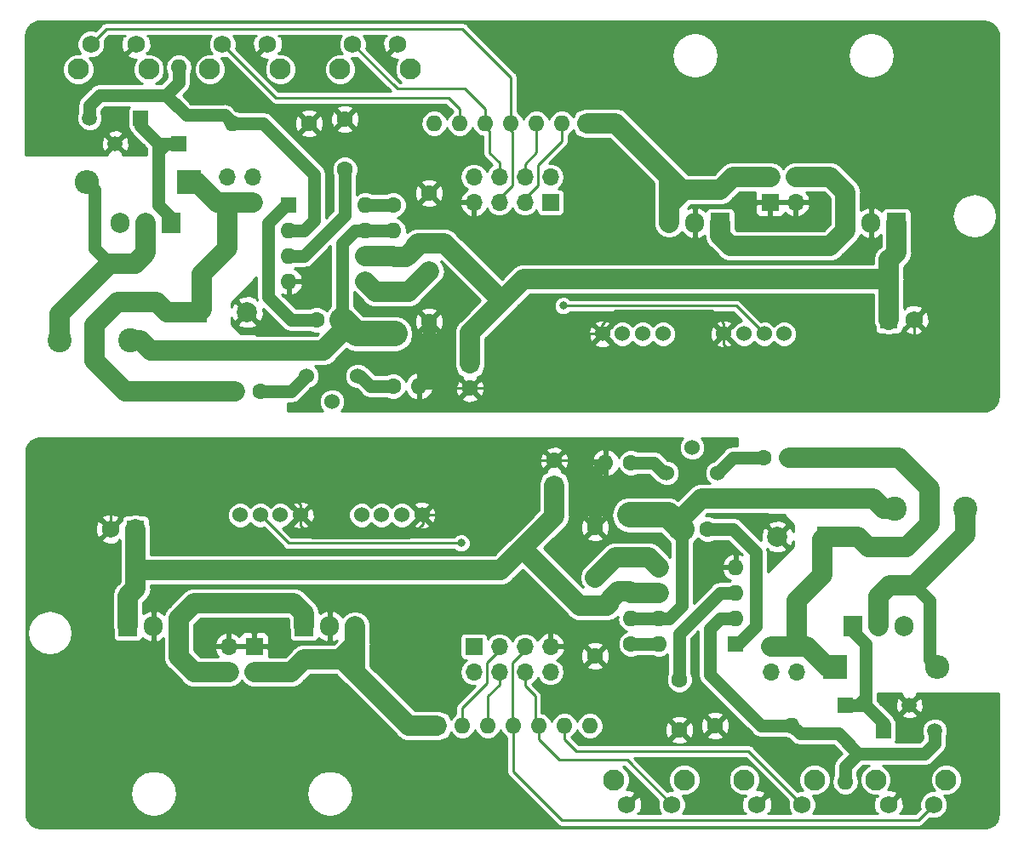
<source format=gbl>
G04 #@! TF.GenerationSoftware,KiCad,Pcbnew,(5.0.1)-4*
G04 #@! TF.CreationDate,2018-12-21T14:04:29+09:00*
G04 #@! TF.ProjectId,Nixie_Module_PowerSupply_panelized,4E697869655F4D6F64756C655F506F77,rev?*
G04 #@! TF.SameCoordinates,Original*
G04 #@! TF.FileFunction,Copper,L2,Bot,Signal*
G04 #@! TF.FilePolarity,Positive*
%FSLAX46Y46*%
G04 Gerber Fmt 4.6, Leading zero omitted, Abs format (unit mm)*
G04 Created by KiCad (PCBNEW (5.0.1)-4) date 21/12/2018 14:04:29*
%MOMM*%
%LPD*%
G01*
G04 APERTURE LIST*
G04 #@! TA.AperFunction,ComponentPad*
%ADD10O,1.600000X1.600000*%
G04 #@! TD*
G04 #@! TA.AperFunction,ComponentPad*
%ADD11C,1.600000*%
G04 #@! TD*
G04 #@! TA.AperFunction,ComponentPad*
%ADD12C,1.524000*%
G04 #@! TD*
G04 #@! TA.AperFunction,ComponentPad*
%ADD13C,1.750000*%
G04 #@! TD*
G04 #@! TA.AperFunction,ComponentPad*
%ADD14R,1.750000X1.750000*%
G04 #@! TD*
G04 #@! TA.AperFunction,ComponentPad*
%ADD15R,1.905000X2.000000*%
G04 #@! TD*
G04 #@! TA.AperFunction,ComponentPad*
%ADD16O,1.905000X2.000000*%
G04 #@! TD*
G04 #@! TA.AperFunction,ComponentPad*
%ADD17O,1.700000X1.700000*%
G04 #@! TD*
G04 #@! TA.AperFunction,ComponentPad*
%ADD18R,1.700000X1.700000*%
G04 #@! TD*
G04 #@! TA.AperFunction,ComponentPad*
%ADD19R,1.600000X1.600000*%
G04 #@! TD*
G04 #@! TA.AperFunction,ComponentPad*
%ADD20C,2.100000*%
G04 #@! TD*
G04 #@! TA.AperFunction,ComponentPad*
%ADD21O,2.400000X2.400000*%
G04 #@! TD*
G04 #@! TA.AperFunction,ComponentPad*
%ADD22R,2.400000X2.400000*%
G04 #@! TD*
G04 #@! TA.AperFunction,ComponentPad*
%ADD23R,1.500000X1.500000*%
G04 #@! TD*
G04 #@! TA.AperFunction,ComponentPad*
%ADD24C,1.500000*%
G04 #@! TD*
G04 #@! TA.AperFunction,ComponentPad*
%ADD25C,2.400000*%
G04 #@! TD*
G04 #@! TA.AperFunction,ComponentPad*
%ADD26C,2.000000*%
G04 #@! TD*
G04 #@! TA.AperFunction,ComponentPad*
%ADD27R,2.000000X2.000000*%
G04 #@! TD*
G04 #@! TA.AperFunction,ViaPad*
%ADD28C,0.800000*%
G04 #@! TD*
G04 #@! TA.AperFunction,Conductor*
%ADD29C,2.000000*%
G04 #@! TD*
G04 #@! TA.AperFunction,Conductor*
%ADD30C,0.254000*%
G04 #@! TD*
G04 #@! TA.AperFunction,Conductor*
%ADD31C,1.270000*%
G04 #@! TD*
G04 #@! TA.AperFunction,Conductor*
%ADD32C,2.540000*%
G04 #@! TD*
G04 #@! TA.AperFunction,NonConductor*
%ADD33C,0.254000*%
G04 #@! TD*
G04 APERTURE END LIST*
D10*
G04 #@! TO.P,R7,2*
G04 #@! TO.N,N/C*
X188214000Y-60452000D03*
D11*
G04 #@! TO.P,R7,1*
X185674000Y-60452000D03*
G04 #@! TD*
D12*
G04 #@! TO.P,J4,4*
G04 #@! TO.N,N/C*
X206471000Y-55245000D03*
G04 #@! TO.P,J4,3*
X208471000Y-55245000D03*
G04 #@! TO.P,J4,2*
X210471000Y-55245000D03*
G04 #@! TO.P,J4,1*
X212471000Y-55245000D03*
G04 #@! TD*
D13*
G04 #@! TO.P,J6,2*
G04 #@! TO.N,N/C*
X237450000Y-53848000D03*
D14*
G04 #@! TO.P,J6,1*
X234950000Y-53848000D03*
G04 #@! TD*
D10*
G04 #@! TO.P,R3,2*
G04 #@! TO.N,N/C*
X169672000Y-34290000D03*
D11*
G04 #@! TO.P,R3,1*
X177292000Y-34290000D03*
G04 #@! TD*
D15*
G04 #@! TO.P,U2,1*
G04 #@! TO.N,N/C*
X218186000Y-44196000D03*
D16*
G04 #@! TO.P,U2,2*
X215646000Y-44196000D03*
G04 #@! TO.P,U2,3*
X213106000Y-44196000D03*
G04 #@! TD*
D17*
G04 #@! TO.P,J5,4*
G04 #@! TO.N,N/C*
X225679000Y-39624000D03*
G04 #@! TO.P,J5,3*
X223139000Y-39624000D03*
G04 #@! TO.P,J5,2*
X225679000Y-42164000D03*
D18*
G04 #@! TO.P,J5,1*
X223139000Y-42164000D03*
G04 #@! TD*
D17*
G04 #@! TO.P,J3,8*
G04 #@! TO.N,N/C*
X193675000Y-39624000D03*
G04 #@! TO.P,J3,7*
X193675000Y-42164000D03*
G04 #@! TO.P,J3,6*
X196215000Y-39624000D03*
G04 #@! TO.P,J3,5*
X196215000Y-42164000D03*
G04 #@! TO.P,J3,4*
X198755000Y-39624000D03*
G04 #@! TO.P,J3,3*
X198755000Y-42164000D03*
G04 #@! TO.P,J3,2*
X201295000Y-39624000D03*
D18*
G04 #@! TO.P,J3,1*
X201295000Y-42164000D03*
G04 #@! TD*
D12*
G04 #@! TO.P,R6,1*
G04 #@! TO.N,N/C*
X177038000Y-59436000D03*
G04 #@! TO.P,R6,3*
X182118000Y-59436000D03*
G04 #@! TO.P,R6,2*
X179578000Y-61976000D03*
G04 #@! TD*
D10*
G04 #@! TO.P,RN1,7*
G04 #@! TO.N,N/C*
X189738000Y-34290000D03*
G04 #@! TO.P,RN1,6*
X192278000Y-34290000D03*
G04 #@! TO.P,RN1,5*
X194818000Y-34290000D03*
G04 #@! TO.P,RN1,4*
X197358000Y-34290000D03*
G04 #@! TO.P,RN1,3*
X199898000Y-34290000D03*
G04 #@! TO.P,RN1,2*
X202438000Y-34290000D03*
D19*
G04 #@! TO.P,RN1,1*
X204978000Y-34290000D03*
G04 #@! TD*
D10*
G04 #@! TO.P,U3,8*
G04 #@! TO.N,N/C*
X182880000Y-42418000D03*
G04 #@! TO.P,U3,4*
X175260000Y-50038000D03*
G04 #@! TO.P,U3,7*
X182880000Y-44958000D03*
G04 #@! TO.P,U3,3*
X175260000Y-47498000D03*
G04 #@! TO.P,U3,6*
X182880000Y-47498000D03*
G04 #@! TO.P,U3,2*
X175260000Y-44958000D03*
G04 #@! TO.P,U3,5*
X182880000Y-50038000D03*
D19*
G04 #@! TO.P,U3,1*
X175260000Y-42418000D03*
G04 #@! TD*
D20*
G04 #@! TO.P,SW2,*
G04 #@! TO.N,*
X174416000Y-28906000D03*
D13*
G04 #@! TO.P,SW2,2*
G04 #@! TO.N,N/C*
X173156000Y-26416000D03*
G04 #@! TO.P,SW2,1*
X168656000Y-26416000D03*
D20*
G04 #@! TO.P,SW2,*
G04 #@! TO.N,*
X167406000Y-28906000D03*
G04 #@! TD*
G04 #@! TO.P,SW1,*
G04 #@! TO.N,*
X180360000Y-28906000D03*
D13*
G04 #@! TO.P,SW1,1*
G04 #@! TO.N,N/C*
X181610000Y-26416000D03*
G04 #@! TO.P,SW1,2*
X186110000Y-26416000D03*
D20*
G04 #@! TO.P,SW1,*
G04 #@! TO.N,*
X187370000Y-28906000D03*
G04 #@! TD*
D10*
G04 #@! TO.P,R1,2*
G04 #@! TO.N,N/C*
X185801000Y-47625000D03*
D11*
G04 #@! TO.P,R1,1*
X185801000Y-55245000D03*
G04 #@! TD*
D20*
G04 #@! TO.P,SW3,*
G04 #@! TO.N,*
X154325000Y-28906000D03*
D13*
G04 #@! TO.P,SW3,1*
G04 #@! TO.N,N/C*
X155575000Y-26416000D03*
G04 #@! TO.P,SW3,2*
X160075000Y-26416000D03*
D20*
G04 #@! TO.P,SW3,*
G04 #@! TO.N,*
X161335000Y-28906000D03*
G04 #@! TD*
D12*
G04 #@! TO.P,J1,4*
G04 #@! TO.N,N/C*
X218536000Y-55245000D03*
G04 #@! TO.P,J1,3*
X220536000Y-55245000D03*
G04 #@! TO.P,J1,2*
X222536000Y-55245000D03*
G04 #@! TO.P,J1,1*
X224536000Y-55245000D03*
G04 #@! TD*
D11*
G04 #@! TO.P,C1,2*
G04 #@! TO.N,N/C*
X193294000Y-60666000D03*
D19*
G04 #@! TO.P,C1,1*
X193294000Y-58166000D03*
G04 #@! TD*
D16*
G04 #@! TO.P,U1,3*
G04 #@! TO.N,N/C*
X230632000Y-44196000D03*
G04 #@! TO.P,U1,2*
X233172000Y-44196000D03*
D15*
G04 #@! TO.P,U1,1*
X235712000Y-44196000D03*
G04 #@! TD*
D16*
G04 #@! TO.P,Q2,3*
G04 #@! TO.N,N/C*
X158496000Y-44196000D03*
G04 #@! TO.P,Q2,2*
X161036000Y-44196000D03*
D15*
G04 #@! TO.P,Q2,1*
X163576000Y-44196000D03*
G04 #@! TD*
D11*
G04 #@! TO.P,R5,1*
G04 #@! TO.N,N/C*
X172466000Y-60960000D03*
D10*
G04 #@! TO.P,R5,2*
X169926000Y-60960000D03*
G04 #@! TD*
D21*
G04 #@! TO.P,D2,2*
G04 #@! TO.N,N/C*
X155194000Y-40132000D03*
D22*
G04 #@! TO.P,D2,1*
X165354000Y-40132000D03*
G04 #@! TD*
D11*
G04 #@! TO.P,C3,1*
G04 #@! TO.N,N/C*
X180848000Y-38862000D03*
G04 #@! TO.P,C3,2*
X180848000Y-33862000D03*
G04 #@! TD*
D17*
G04 #@! TO.P,J2,4*
G04 #@! TO.N,N/C*
X171704000Y-39624000D03*
G04 #@! TO.P,J2,3*
X169164000Y-39624000D03*
G04 #@! TO.P,J2,2*
X171704000Y-42164000D03*
D18*
G04 #@! TO.P,J2,1*
X169164000Y-42164000D03*
G04 #@! TD*
D10*
G04 #@! TO.P,D1,2*
G04 #@! TO.N,N/C*
X164338000Y-28702000D03*
D19*
G04 #@! TO.P,D1,1*
X164338000Y-36322000D03*
G04 #@! TD*
D10*
G04 #@! TO.P,R2,2*
G04 #@! TO.N,N/C*
X185674000Y-44958000D03*
D11*
G04 #@! TO.P,R2,1*
X185674000Y-42418000D03*
G04 #@! TD*
D23*
G04 #@! TO.P,Q1,1*
G04 #@! TO.N,N/C*
X160528000Y-33782000D03*
D24*
G04 #@! TO.P,Q1,3*
X155448000Y-33782000D03*
G04 #@! TO.P,Q1,2*
X157988000Y-36322000D03*
G04 #@! TD*
D25*
G04 #@! TO.P,L1,2*
G04 #@! TO.N,N/C*
X152456000Y-55880000D03*
G04 #@! TO.P,L1,1*
X159456000Y-55880000D03*
G04 #@! TD*
D26*
G04 #@! TO.P,C5,2*
G04 #@! TO.N,N/C*
X171116000Y-53086000D03*
D27*
G04 #@! TO.P,C5,1*
X166116000Y-53086000D03*
G04 #@! TD*
D11*
G04 #@! TO.P,R4,1*
G04 #@! TO.N,N/C*
X178054000Y-53848000D03*
D10*
G04 #@! TO.P,R4,2*
X180594000Y-53848000D03*
G04 #@! TD*
D11*
G04 #@! TO.P,C4,2*
G04 #@! TO.N,N/C*
X189230000Y-54022000D03*
G04 #@! TO.P,C4,1*
X189230000Y-49022000D03*
G04 #@! TD*
G04 #@! TO.P,C2,2*
G04 #@! TO.N,N/C*
X189230000Y-41228000D03*
G04 #@! TO.P,C2,1*
X189230000Y-46228000D03*
G04 #@! TD*
D15*
G04 #@! TO.P,U1,1*
G04 #@! TO.N,+12V*
X159258000Y-84328000D03*
D16*
G04 #@! TO.P,U1,2*
G04 #@! TO.N,GND*
X161798000Y-84328000D03*
G04 #@! TO.P,U1,3*
G04 #@! TO.N,+5V*
X164338000Y-84328000D03*
G04 #@! TD*
D25*
G04 #@! TO.P,L1,1*
G04 #@! TO.N,Net-(L1-Pad1)*
X235514000Y-72644000D03*
G04 #@! TO.P,L1,2*
G04 #@! TO.N,Net-(D2-Pad2)*
X242514000Y-72644000D03*
G04 #@! TD*
D18*
G04 #@! TO.P,J2,1*
G04 #@! TO.N,+HV*
X225806000Y-86360000D03*
D17*
G04 #@! TO.P,J2,2*
X223266000Y-86360000D03*
G04 #@! TO.P,J2,3*
G04 #@! TO.N,N/C*
X225806000Y-88900000D03*
G04 #@! TO.P,J2,4*
X223266000Y-88900000D03*
G04 #@! TD*
D19*
G04 #@! TO.P,C1,1*
G04 #@! TO.N,+12V*
X201676000Y-70358000D03*
D11*
G04 #@! TO.P,C1,2*
G04 #@! TO.N,GND*
X201676000Y-67858000D03*
G04 #@! TD*
G04 #@! TO.P,C2,1*
G04 #@! TO.N,+12V*
X205740000Y-82296000D03*
G04 #@! TO.P,C2,2*
G04 #@! TO.N,GND*
X205740000Y-87296000D03*
G04 #@! TD*
G04 #@! TO.P,C3,2*
G04 #@! TO.N,GND*
X214122000Y-94662000D03*
G04 #@! TO.P,C3,1*
G04 #@! TO.N,Net-(C3-Pad1)*
X214122000Y-89662000D03*
G04 #@! TD*
G04 #@! TO.P,C4,1*
G04 #@! TO.N,Net-(C4-Pad1)*
X205740000Y-79502000D03*
G04 #@! TO.P,C4,2*
G04 #@! TO.N,GND*
X205740000Y-74502000D03*
G04 #@! TD*
D27*
G04 #@! TO.P,C5,1*
G04 #@! TO.N,+HV*
X228854000Y-75438000D03*
D26*
G04 #@! TO.P,C5,2*
G04 #@! TO.N,GND*
X223854000Y-75438000D03*
G04 #@! TD*
D19*
G04 #@! TO.P,D1,1*
G04 #@! TO.N,Net-(D1-Pad1)*
X230632000Y-92202000D03*
D10*
G04 #@! TO.P,D1,2*
G04 #@! TO.N,Net-(D1-Pad2)*
X230632000Y-99822000D03*
G04 #@! TD*
D22*
G04 #@! TO.P,D2,1*
G04 #@! TO.N,+HV*
X229616000Y-88392000D03*
D21*
G04 #@! TO.P,D2,2*
G04 #@! TO.N,Net-(D2-Pad2)*
X239776000Y-88392000D03*
G04 #@! TD*
D24*
G04 #@! TO.P,Q1,2*
G04 #@! TO.N,GND*
X236982000Y-92202000D03*
G04 #@! TO.P,Q1,3*
G04 #@! TO.N,Net-(D1-Pad2)*
X239522000Y-94742000D03*
D23*
G04 #@! TO.P,Q1,1*
G04 #@! TO.N,Net-(D1-Pad1)*
X234442000Y-94742000D03*
G04 #@! TD*
D15*
G04 #@! TO.P,Q2,1*
G04 #@! TO.N,Net-(D1-Pad1)*
X231394000Y-84328000D03*
D16*
G04 #@! TO.P,Q2,2*
G04 #@! TO.N,Net-(D2-Pad2)*
X233934000Y-84328000D03*
G04 #@! TO.P,Q2,3*
G04 #@! TO.N,GND*
X236474000Y-84328000D03*
G04 #@! TD*
D11*
G04 #@! TO.P,R2,1*
G04 #@! TO.N,Net-(R2-Pad1)*
X209296000Y-86106000D03*
D10*
G04 #@! TO.P,R2,2*
G04 #@! TO.N,Net-(L1-Pad1)*
X209296000Y-83566000D03*
G04 #@! TD*
G04 #@! TO.P,R4,2*
G04 #@! TO.N,Net-(L1-Pad1)*
X214376000Y-74676000D03*
D11*
G04 #@! TO.P,R4,1*
G04 #@! TO.N,Net-(R4-Pad1)*
X216916000Y-74676000D03*
G04 #@! TD*
D10*
G04 #@! TO.P,R5,2*
G04 #@! TO.N,+HV*
X225044000Y-67564000D03*
D11*
G04 #@! TO.P,R5,1*
G04 #@! TO.N,Net-(R5-Pad1)*
X222504000Y-67564000D03*
G04 #@! TD*
G04 #@! TO.P,R7,1*
G04 #@! TO.N,Net-(R6-Pad3)*
X209296000Y-68072000D03*
D10*
G04 #@! TO.P,R7,2*
G04 #@! TO.N,GND*
X206756000Y-68072000D03*
G04 #@! TD*
D20*
G04 #@! TO.P,SW1,*
G04 #@! TO.N,*
X207600000Y-99618000D03*
D13*
G04 #@! TO.P,SW1,2*
G04 #@! TO.N,GND*
X208860000Y-102108000D03*
G04 #@! TO.P,SW1,1*
G04 #@! TO.N,/SW_MODE*
X213360000Y-102108000D03*
D20*
G04 #@! TO.P,SW1,*
G04 #@! TO.N,*
X214610000Y-99618000D03*
G04 #@! TD*
G04 #@! TO.P,SW2,*
G04 #@! TO.N,*
X227564000Y-99618000D03*
D13*
G04 #@! TO.P,SW2,1*
G04 #@! TO.N,/SW_UP*
X226314000Y-102108000D03*
G04 #@! TO.P,SW2,2*
G04 #@! TO.N,GND*
X221814000Y-102108000D03*
D20*
G04 #@! TO.P,SW2,*
G04 #@! TO.N,*
X220554000Y-99618000D03*
G04 #@! TD*
G04 #@! TO.P,SW3,*
G04 #@! TO.N,*
X233635000Y-99618000D03*
D13*
G04 #@! TO.P,SW3,2*
G04 #@! TO.N,GND*
X234895000Y-102108000D03*
G04 #@! TO.P,SW3,1*
G04 #@! TO.N,/SW_DOWN*
X239395000Y-102108000D03*
D20*
G04 #@! TO.P,SW3,*
G04 #@! TO.N,*
X240645000Y-99618000D03*
G04 #@! TD*
D19*
G04 #@! TO.P,U3,1*
G04 #@! TO.N,Net-(R4-Pad1)*
X219710000Y-86106000D03*
D10*
G04 #@! TO.P,U3,5*
G04 #@! TO.N,Net-(C4-Pad1)*
X212090000Y-78486000D03*
G04 #@! TO.P,U3,2*
G04 #@! TO.N,Net-(D1-Pad2)*
X219710000Y-83566000D03*
G04 #@! TO.P,U3,6*
G04 #@! TO.N,+12V*
X212090000Y-81026000D03*
G04 #@! TO.P,U3,3*
G04 #@! TO.N,Net-(C3-Pad1)*
X219710000Y-81026000D03*
G04 #@! TO.P,U3,7*
G04 #@! TO.N,Net-(L1-Pad1)*
X212090000Y-83566000D03*
G04 #@! TO.P,U3,4*
G04 #@! TO.N,GND*
X219710000Y-78486000D03*
G04 #@! TO.P,U3,8*
G04 #@! TO.N,Net-(R2-Pad1)*
X212090000Y-86106000D03*
G04 #@! TD*
D12*
G04 #@! TO.P,R6,2*
G04 #@! TO.N,Net-(C4-Pad1)*
X215392000Y-66548000D03*
G04 #@! TO.P,R6,3*
G04 #@! TO.N,Net-(R6-Pad3)*
X212852000Y-69088000D03*
G04 #@! TO.P,R6,1*
G04 #@! TO.N,Net-(R5-Pad1)*
X217932000Y-69088000D03*
G04 #@! TD*
D19*
G04 #@! TO.P,RN1,1*
G04 #@! TO.N,+3V3*
X189992000Y-94234000D03*
D10*
G04 #@! TO.P,RN1,2*
G04 #@! TO.N,/NIX_SDA*
X192532000Y-94234000D03*
G04 #@! TO.P,RN1,3*
G04 #@! TO.N,/NIX_SCL*
X195072000Y-94234000D03*
G04 #@! TO.P,RN1,4*
G04 #@! TO.N,/SW_DOWN*
X197612000Y-94234000D03*
G04 #@! TO.P,RN1,5*
G04 #@! TO.N,/SW_MODE*
X200152000Y-94234000D03*
G04 #@! TO.P,RN1,6*
G04 #@! TO.N,/SW_UP*
X202692000Y-94234000D03*
G04 #@! TO.P,RN1,7*
G04 #@! TO.N,N/C*
X205232000Y-94234000D03*
G04 #@! TD*
D18*
G04 #@! TO.P,J3,1*
G04 #@! TO.N,/GROVE_GPIO_1*
X193675000Y-86360000D03*
D17*
G04 #@! TO.P,J3,2*
G04 #@! TO.N,/SW_UP*
X193675000Y-88900000D03*
G04 #@! TO.P,J3,3*
G04 #@! TO.N,/NIX_SDA*
X196215000Y-86360000D03*
G04 #@! TO.P,J3,4*
G04 #@! TO.N,/NIX_SCL*
X196215000Y-88900000D03*
G04 #@! TO.P,J3,5*
G04 #@! TO.N,/SW_DOWN*
X198755000Y-86360000D03*
G04 #@! TO.P,J3,6*
G04 #@! TO.N,/SW_MODE*
X198755000Y-88900000D03*
G04 #@! TO.P,J3,7*
G04 #@! TO.N,GND*
X201295000Y-86360000D03*
G04 #@! TO.P,J3,8*
G04 #@! TO.N,/GROVE_GPIO_0*
X201295000Y-88900000D03*
G04 #@! TD*
D12*
G04 #@! TO.P,J4,1*
G04 #@! TO.N,/NIX_SCL*
X182499000Y-73279000D03*
G04 #@! TO.P,J4,2*
G04 #@! TO.N,/NIX_SDA*
X184499000Y-73279000D03*
G04 #@! TO.P,J4,3*
G04 #@! TO.N,+3V3*
X186499000Y-73279000D03*
G04 #@! TO.P,J4,4*
G04 #@! TO.N,GND*
X188499000Y-73279000D03*
G04 #@! TD*
D18*
G04 #@! TO.P,J5,1*
G04 #@! TO.N,GND*
X171831000Y-86360000D03*
D17*
G04 #@! TO.P,J5,2*
X169291000Y-86360000D03*
G04 #@! TO.P,J5,3*
G04 #@! TO.N,+3V3*
X171831000Y-88900000D03*
G04 #@! TO.P,J5,4*
G04 #@! TO.N,+5V*
X169291000Y-88900000D03*
G04 #@! TD*
D12*
G04 #@! TO.P,J1,1*
G04 #@! TO.N,/GROVE_GPIO_0*
X170434000Y-73279000D03*
G04 #@! TO.P,J1,2*
G04 #@! TO.N,/GROVE_GPIO_1*
X172434000Y-73279000D03*
G04 #@! TO.P,J1,3*
G04 #@! TO.N,+3V3*
X174434000Y-73279000D03*
G04 #@! TO.P,J1,4*
G04 #@! TO.N,GND*
X176434000Y-73279000D03*
G04 #@! TD*
D11*
G04 #@! TO.P,R3,1*
G04 #@! TO.N,GND*
X217678000Y-94234000D03*
D10*
G04 #@! TO.P,R3,2*
G04 #@! TO.N,Net-(D1-Pad2)*
X225298000Y-94234000D03*
G04 #@! TD*
D16*
G04 #@! TO.P,U2,3*
G04 #@! TO.N,+3V3*
X181864000Y-84328000D03*
G04 #@! TO.P,U2,2*
G04 #@! TO.N,GND*
X179324000Y-84328000D03*
D15*
G04 #@! TO.P,U2,1*
G04 #@! TO.N,+5V*
X176784000Y-84328000D03*
G04 #@! TD*
D14*
G04 #@! TO.P,J6,1*
G04 #@! TO.N,+12V*
X160020000Y-74676000D03*
D13*
G04 #@! TO.P,J6,2*
G04 #@! TO.N,GND*
X157520000Y-74676000D03*
G04 #@! TD*
D11*
G04 #@! TO.P,R1,1*
G04 #@! TO.N,Net-(L1-Pad1)*
X209169000Y-73279000D03*
D10*
G04 #@! TO.P,R1,2*
G04 #@! TO.N,+12V*
X209169000Y-80899000D03*
G04 #@! TD*
D28*
G04 #@! TO.N,*
X204470000Y-41910000D03*
X206248000Y-43688000D03*
X206248000Y-47244000D03*
X206248000Y-45466000D03*
X204470000Y-43688000D03*
X206248000Y-41910000D03*
X204470000Y-47244000D03*
X204470000Y-45466000D03*
X202565000Y-52451000D03*
G04 #@! TO.N,GND*
X188722000Y-81280000D03*
X188722000Y-83058000D03*
X188722000Y-84836000D03*
X188722000Y-86614000D03*
X190500000Y-81280000D03*
X190500000Y-83058000D03*
X190500000Y-84836000D03*
X190500000Y-86614000D03*
G04 #@! TO.N,/GROVE_GPIO_1*
X192405000Y-76073000D03*
G04 #@! TD*
D29*
G04 #@! TO.N,*
X189230000Y-46228000D02*
X190361370Y-46228000D01*
X196850000Y-51562000D02*
X194564000Y-53848000D01*
X194564000Y-53848000D02*
X193294000Y-55118000D01*
X190361370Y-46228000D02*
X190373000Y-46239630D01*
X190373000Y-46239630D02*
X190765630Y-46239630D01*
X196088000Y-51562000D02*
X196850000Y-51562000D01*
X187833000Y-46493630D02*
X187833000Y-46724370D01*
X185674000Y-47498000D02*
X185801000Y-47625000D01*
X186932370Y-47625000D02*
X185801000Y-47625000D01*
X187833000Y-46724370D02*
X186932370Y-47625000D01*
X188098630Y-46228000D02*
X187833000Y-46493630D01*
X189230000Y-46228000D02*
X188098630Y-46228000D01*
X182880000Y-47498000D02*
X185674000Y-47498000D01*
X190765630Y-46239630D02*
X196088000Y-51562000D01*
X234950000Y-49784000D02*
X198628000Y-49784000D01*
X198628000Y-49784000D02*
X196850000Y-51562000D01*
X234950000Y-49784000D02*
X234950000Y-47879000D01*
X235712000Y-47196000D02*
X235712000Y-44196000D01*
X235029000Y-47879000D02*
X235712000Y-47196000D01*
X234950000Y-47879000D02*
X235029000Y-47879000D01*
X234950000Y-53848000D02*
X234950000Y-49784000D01*
X193294000Y-55118000D02*
X193294000Y-58166000D01*
D30*
X235204000Y-58166000D02*
X237450000Y-55920000D01*
D31*
X189230000Y-59182000D02*
X189230000Y-54022000D01*
D30*
X206375000Y-54356000D02*
X206375000Y-55149000D01*
X206471000Y-55245000D02*
X200279000Y-55245000D01*
X194858000Y-60666000D02*
X193294000Y-60666000D01*
D31*
X188214000Y-60452000D02*
X189357000Y-59309000D01*
D30*
X217327630Y-52959000D02*
X207772000Y-52959000D01*
X218536000Y-55245000D02*
X218536000Y-54167370D01*
X220379370Y-58166000D02*
X235204000Y-58166000D01*
X200279000Y-55245000D02*
X194858000Y-60666000D01*
X237450000Y-55920000D02*
X237450000Y-53848000D01*
X218536000Y-54167370D02*
X217327630Y-52959000D01*
X193294000Y-60666000D02*
X188428000Y-60666000D01*
X218536000Y-55245000D02*
X218536000Y-56322630D01*
X206375000Y-55149000D02*
X206471000Y-55245000D01*
X188428000Y-60666000D02*
X188214000Y-60452000D01*
X218536000Y-56322630D02*
X220379370Y-58166000D01*
X207772000Y-52959000D02*
X206375000Y-54356000D01*
D31*
X189357000Y-59309000D02*
X189230000Y-59182000D01*
X176784000Y-47498000D02*
X180848000Y-43434000D01*
X180848000Y-43434000D02*
X180848000Y-38862000D01*
X175260000Y-47498000D02*
X176784000Y-47498000D01*
D29*
X189230000Y-49022000D02*
X187198000Y-51054000D01*
X187198000Y-51054000D02*
X183896000Y-51054000D01*
X183896000Y-51054000D02*
X182880000Y-50038000D01*
X166116000Y-40132000D02*
X168148000Y-42164000D01*
X155956000Y-54356000D02*
X155956000Y-57912000D01*
X166370000Y-53086000D02*
X166624000Y-52832000D01*
X158242000Y-52070000D02*
X155956000Y-54356000D01*
X165354000Y-40132000D02*
X166116000Y-40132000D01*
X166116000Y-53086000D02*
X166370000Y-53086000D01*
X155956000Y-57912000D02*
X159004000Y-60960000D01*
X159004000Y-60960000D02*
X169926000Y-60960000D01*
X168148000Y-42164000D02*
X169164000Y-42164000D01*
X171704000Y-42164000D02*
X169164000Y-42164000D01*
X169164000Y-46736000D02*
X169164000Y-42164000D01*
X166624000Y-49276000D02*
X169164000Y-46736000D01*
X166116000Y-53086000D02*
X163116000Y-53086000D01*
X166624000Y-52832000D02*
X166624000Y-49276000D01*
X163116000Y-53086000D02*
X162100000Y-52070000D01*
X162100000Y-52070000D02*
X158242000Y-52070000D01*
D31*
X163576000Y-43688000D02*
X162306000Y-42418000D01*
X162306000Y-37338000D02*
X162306000Y-37084000D01*
X162306000Y-36322000D02*
X160528000Y-34544000D01*
X162306000Y-37084000D02*
X163068000Y-36322000D01*
X163068000Y-36322000D02*
X162306000Y-36322000D01*
X164338000Y-36322000D02*
X163068000Y-36322000D01*
X162306000Y-37846000D02*
X162306000Y-37338000D01*
X162306000Y-42418000D02*
X162306000Y-37846000D01*
X160528000Y-34544000D02*
X160528000Y-33782000D01*
X162306000Y-37338000D02*
X162306000Y-36322000D01*
X163576000Y-44196000D02*
X163576000Y-43688000D01*
X155448000Y-32512000D02*
X155448000Y-33782000D01*
X156464000Y-31496000D02*
X155448000Y-32512000D01*
X163068000Y-31496000D02*
X156464000Y-31496000D01*
X165062001Y-33490001D02*
X163068000Y-31496000D01*
X177800000Y-43942000D02*
X176784000Y-44958000D01*
X176784000Y-44958000D02*
X175260000Y-44958000D01*
X164338000Y-28702000D02*
X164338000Y-30226000D01*
X168872001Y-33490001D02*
X165062001Y-33490001D01*
X169672000Y-34290000D02*
X168872001Y-33490001D01*
X177800000Y-39370000D02*
X177800000Y-43942000D01*
X169672000Y-34290000D02*
X172720000Y-34290000D01*
X172720000Y-34290000D02*
X177800000Y-39370000D01*
X164338000Y-30226000D02*
X163068000Y-31496000D01*
X155956000Y-46736000D02*
X157480000Y-48260000D01*
D29*
X161036000Y-44196000D02*
X161036000Y-47196000D01*
D31*
X155956000Y-40894000D02*
X155956000Y-46736000D01*
D29*
X157480000Y-48260000D02*
X152456000Y-53284000D01*
X161036000Y-47196000D02*
X159972000Y-48260000D01*
X152456000Y-53284000D02*
X152456000Y-55880000D01*
D31*
X155194000Y-40132000D02*
X155956000Y-40894000D01*
D29*
X159972000Y-48260000D02*
X157480000Y-48260000D01*
X214376000Y-40888000D02*
X214376000Y-41148000D01*
X214376000Y-41148000D02*
X213106000Y-42418000D01*
X204978000Y-34290000D02*
X207778000Y-34290000D01*
X213106000Y-39618000D02*
X214376000Y-40888000D01*
X219456000Y-39624000D02*
X218192000Y-40888000D01*
X213106000Y-42418000D02*
X213106000Y-44196000D01*
X207778000Y-34290000D02*
X213106000Y-39618000D01*
X218192000Y-40888000D02*
X214376000Y-40888000D01*
X213106000Y-42418000D02*
X213106000Y-39618000D01*
X223139000Y-39624000D02*
X219456000Y-39624000D01*
D30*
X202438000Y-34290000D02*
X202438000Y-36068000D01*
X198882000Y-42037000D02*
X198755000Y-42164000D01*
X198882000Y-41656000D02*
X198882000Y-42037000D01*
X200025000Y-38481000D02*
X200025000Y-40513000D01*
X200025000Y-40513000D02*
X198882000Y-41656000D01*
X202438000Y-36068000D02*
X200025000Y-38481000D01*
X199898000Y-34290000D02*
X199898000Y-37211000D01*
X198755000Y-38354000D02*
X198755000Y-39624000D01*
X199898000Y-37211000D02*
X198755000Y-38354000D01*
X192786000Y-30861000D02*
X194818000Y-32893000D01*
X194818000Y-32893000D02*
X194818000Y-34290000D01*
X196215000Y-38227000D02*
X196215000Y-39624000D01*
X195210630Y-35063630D02*
X195210630Y-37222630D01*
X181610000Y-26416000D02*
X186055000Y-30861000D01*
X186055000Y-30861000D02*
X192786000Y-30861000D01*
X194818000Y-34671000D02*
X195210630Y-35063630D01*
X195210630Y-37222630D02*
X196215000Y-38227000D01*
X194818000Y-34290000D02*
X194818000Y-34671000D01*
X192278000Y-32893000D02*
X192278000Y-34290000D01*
X173990000Y-31750000D02*
X191135000Y-31750000D01*
X168656000Y-26416000D02*
X173990000Y-31750000D01*
X191135000Y-31750000D02*
X192278000Y-32893000D01*
X196215000Y-41783000D02*
X196215000Y-42164000D01*
X157099000Y-24892000D02*
X192532000Y-24892000D01*
X192532000Y-24892000D02*
X197358000Y-29718000D01*
X197358000Y-34290000D02*
X197358000Y-35052000D01*
X197358000Y-35052000D02*
X197485000Y-35179000D01*
X197485000Y-35179000D02*
X197485000Y-40513000D01*
X155575000Y-26416000D02*
X157099000Y-24892000D01*
X197485000Y-40513000D02*
X196215000Y-41783000D01*
X197358000Y-29718000D02*
X197358000Y-34290000D01*
D29*
X219202000Y-46482000D02*
X218186000Y-45466000D01*
X230632000Y-41148000D02*
X230632000Y-44196000D01*
X225679000Y-39624000D02*
X229108000Y-39624000D01*
X230632000Y-44958000D02*
X229108000Y-46482000D01*
X218186000Y-45466000D02*
X218186000Y-44196000D01*
X230632000Y-44196000D02*
X230632000Y-44958000D01*
X225806000Y-46482000D02*
X219202000Y-46482000D01*
X229108000Y-46482000D02*
X225806000Y-46482000D01*
X229108000Y-39624000D02*
X230632000Y-41148000D01*
X180594000Y-54979370D02*
X178677370Y-56896000D01*
X180594000Y-53848000D02*
X180594000Y-54979370D01*
X176784000Y-56896000D02*
X161544000Y-56896000D01*
D32*
X181991000Y-55245000D02*
X180594000Y-53848000D01*
X185801000Y-55245000D02*
X181991000Y-55245000D01*
D29*
X160528000Y-55880000D02*
X159456000Y-55880000D01*
X161544000Y-56896000D02*
X160528000Y-55880000D01*
D31*
X182880000Y-44958000D02*
X185674000Y-44958000D01*
X180594000Y-53848000D02*
X180594000Y-46228000D01*
X180594000Y-46228000D02*
X181864000Y-44958000D01*
X181864000Y-44958000D02*
X182880000Y-44958000D01*
D29*
X178677370Y-56896000D02*
X176784000Y-56896000D01*
D31*
X182880000Y-42418000D02*
X185674000Y-42418000D01*
X173228000Y-51562000D02*
X175514000Y-53848000D01*
X175006000Y-42418000D02*
X173228000Y-44196000D01*
X175260000Y-42418000D02*
X175006000Y-42418000D01*
X173228000Y-44196000D02*
X173228000Y-51562000D01*
X175514000Y-53848000D02*
X178054000Y-53848000D01*
X172466000Y-60960000D02*
X175514000Y-60960000D01*
X175514000Y-60960000D02*
X177038000Y-59436000D01*
X182118000Y-59436000D02*
X182372000Y-59436000D01*
X182372000Y-59436000D02*
X183388000Y-60452000D01*
X183388000Y-60452000D02*
X185674000Y-60452000D01*
D30*
X222536000Y-55245000D02*
X219742000Y-52451000D01*
X219742000Y-52451000D02*
X203130685Y-52451000D01*
X203130685Y-52451000D02*
X202565000Y-52451000D01*
D29*
G04 #@! TO.N,+12V*
X159258000Y-81328000D02*
X159258000Y-84328000D01*
X159941000Y-80645000D02*
X159258000Y-81328000D01*
X160020000Y-80645000D02*
X159941000Y-80645000D01*
X160020000Y-78740000D02*
X160020000Y-80645000D01*
X160020000Y-74676000D02*
X160020000Y-78740000D01*
X201676000Y-73406000D02*
X201676000Y-70358000D01*
X160020000Y-78740000D02*
X196342000Y-78740000D01*
X196342000Y-78740000D02*
X198120000Y-76962000D01*
X200406000Y-74676000D02*
X201676000Y-73406000D01*
X198120000Y-76962000D02*
X200406000Y-74676000D01*
X204608630Y-82296000D02*
X204597000Y-82284370D01*
X205740000Y-82296000D02*
X204608630Y-82296000D01*
X204597000Y-82284370D02*
X204204370Y-82284370D01*
X198882000Y-76962000D02*
X198120000Y-76962000D01*
X204204370Y-82284370D02*
X198882000Y-76962000D01*
X206871370Y-82296000D02*
X207137000Y-82030370D01*
X205740000Y-82296000D02*
X206871370Y-82296000D01*
X208037630Y-80899000D02*
X209169000Y-80899000D01*
X207137000Y-81799630D02*
X208037630Y-80899000D01*
X207137000Y-82030370D02*
X207137000Y-81799630D01*
X209296000Y-81026000D02*
X209169000Y-80899000D01*
X212090000Y-81026000D02*
X209296000Y-81026000D01*
D30*
G04 #@! TO.N,GND*
X176434000Y-72201370D02*
X174590630Y-70358000D01*
X176434000Y-73279000D02*
X176434000Y-72201370D01*
X174590630Y-70358000D02*
X159766000Y-70358000D01*
X157520000Y-72604000D02*
X157520000Y-74676000D01*
X159766000Y-70358000D02*
X157520000Y-72604000D01*
X188595000Y-73375000D02*
X188499000Y-73279000D01*
X188595000Y-74168000D02*
X188595000Y-73375000D01*
X187198000Y-75565000D02*
X188595000Y-74168000D01*
X177642370Y-75565000D02*
X187198000Y-75565000D01*
X176434000Y-73279000D02*
X176434000Y-74356630D01*
X176434000Y-74356630D02*
X177642370Y-75565000D01*
X188499000Y-73279000D02*
X194691000Y-73279000D01*
X200112000Y-67858000D02*
X201676000Y-67858000D01*
X194691000Y-73279000D02*
X200112000Y-67858000D01*
X206542000Y-67858000D02*
X206756000Y-68072000D01*
X201676000Y-67858000D02*
X206542000Y-67858000D01*
D31*
X206756000Y-68072000D02*
X205613000Y-69215000D01*
X205740000Y-69342000D02*
X205740000Y-74502000D01*
X205613000Y-69215000D02*
X205740000Y-69342000D01*
G04 #@! TO.N,Net-(C3-Pad1)*
X214122000Y-85090000D02*
X214122000Y-89662000D01*
X219710000Y-81026000D02*
X218186000Y-81026000D01*
X218186000Y-81026000D02*
X214122000Y-85090000D01*
D29*
G04 #@! TO.N,Net-(C4-Pad1)*
X205740000Y-79502000D02*
X207772000Y-77470000D01*
X211074000Y-77470000D02*
X212090000Y-78486000D01*
X207772000Y-77470000D02*
X211074000Y-77470000D01*
G04 #@! TO.N,+HV*
X231854000Y-75438000D02*
X232870000Y-76454000D01*
X228854000Y-75438000D02*
X231854000Y-75438000D01*
X232870000Y-76454000D02*
X236728000Y-76454000D01*
X235966000Y-67564000D02*
X225044000Y-67564000D01*
X236728000Y-76454000D02*
X239014000Y-74168000D01*
X239014000Y-74168000D02*
X239014000Y-70612000D01*
X239014000Y-70612000D02*
X235966000Y-67564000D01*
X226822000Y-86360000D02*
X225806000Y-86360000D01*
X229616000Y-88392000D02*
X228854000Y-88392000D01*
X228854000Y-88392000D02*
X226822000Y-86360000D01*
X228854000Y-75438000D02*
X228600000Y-75438000D01*
X225806000Y-81788000D02*
X225806000Y-86360000D01*
X228346000Y-79248000D02*
X225806000Y-81788000D01*
X228346000Y-75692000D02*
X228346000Y-79248000D01*
X228600000Y-75438000D02*
X228346000Y-75692000D01*
X223266000Y-86360000D02*
X225806000Y-86360000D01*
D31*
G04 #@! TO.N,Net-(D1-Pad1)*
X234442000Y-93980000D02*
X234442000Y-94742000D01*
X232664000Y-92202000D02*
X234442000Y-93980000D01*
X232664000Y-91440000D02*
X231902000Y-92202000D01*
X232664000Y-91186000D02*
X232664000Y-91440000D01*
X231902000Y-92202000D02*
X232664000Y-92202000D01*
X230632000Y-92202000D02*
X231902000Y-92202000D01*
X232664000Y-91186000D02*
X232664000Y-92202000D01*
X232664000Y-90678000D02*
X232664000Y-91186000D01*
X232664000Y-86106000D02*
X232664000Y-90678000D01*
X231394000Y-84328000D02*
X231394000Y-84836000D01*
X231394000Y-84836000D02*
X232664000Y-86106000D01*
G04 #@! TO.N,Net-(D1-Pad2)*
X239522000Y-96012000D02*
X239522000Y-94742000D01*
X238506000Y-97028000D02*
X239522000Y-96012000D01*
X231902000Y-97028000D02*
X238506000Y-97028000D01*
X230632000Y-99822000D02*
X230632000Y-98298000D01*
X230632000Y-98298000D02*
X231902000Y-97028000D01*
X229907999Y-95033999D02*
X231902000Y-97028000D01*
X226097999Y-95033999D02*
X229907999Y-95033999D01*
X225298000Y-94234000D02*
X226097999Y-95033999D01*
X218186000Y-83566000D02*
X219710000Y-83566000D01*
X217170000Y-84582000D02*
X218186000Y-83566000D01*
X217170000Y-89154000D02*
X217170000Y-84582000D01*
X225298000Y-94234000D02*
X222250000Y-94234000D01*
X222250000Y-94234000D02*
X217170000Y-89154000D01*
D29*
G04 #@! TO.N,Net-(D2-Pad2)*
X242514000Y-75240000D02*
X242514000Y-72644000D01*
X237490000Y-80264000D02*
X242514000Y-75240000D01*
X234998000Y-80264000D02*
X237490000Y-80264000D01*
X233934000Y-84328000D02*
X233934000Y-81328000D01*
X233934000Y-81328000D02*
X234998000Y-80264000D01*
D31*
X239014000Y-81788000D02*
X237490000Y-80264000D01*
X239776000Y-88392000D02*
X239014000Y-87630000D01*
X239014000Y-87630000D02*
X239014000Y-81788000D01*
D29*
G04 #@! TO.N,+3V3*
X180594000Y-87376000D02*
X181864000Y-86106000D01*
X181864000Y-86106000D02*
X181864000Y-84328000D01*
X180594000Y-87636000D02*
X180594000Y-87376000D01*
X189992000Y-94234000D02*
X187192000Y-94234000D01*
X181864000Y-86106000D02*
X181864000Y-88906000D01*
X187192000Y-94234000D02*
X181864000Y-88906000D01*
X181864000Y-88906000D02*
X180594000Y-87636000D01*
X176778000Y-87636000D02*
X180594000Y-87636000D01*
X171831000Y-88900000D02*
X175514000Y-88900000D01*
X175514000Y-88900000D02*
X176778000Y-87636000D01*
D30*
G04 #@! TO.N,/NIX_SDA*
X196088000Y-86487000D02*
X196215000Y-86360000D01*
X196088000Y-86868000D02*
X196088000Y-86487000D01*
X194945000Y-88011000D02*
X196088000Y-86868000D01*
X194945000Y-90043000D02*
X194945000Y-88011000D01*
X192532000Y-94234000D02*
X192532000Y-92456000D01*
X192532000Y-92456000D02*
X194945000Y-90043000D01*
G04 #@! TO.N,/NIX_SCL*
X196215000Y-90170000D02*
X196215000Y-88900000D01*
X195072000Y-94234000D02*
X195072000Y-91313000D01*
X195072000Y-91313000D02*
X196215000Y-90170000D01*
G04 #@! TO.N,/SW_MODE*
X198755000Y-90297000D02*
X198755000Y-88900000D01*
X199759370Y-91301370D02*
X198755000Y-90297000D01*
X199759370Y-93460370D02*
X199759370Y-91301370D01*
X200152000Y-94234000D02*
X200152000Y-93853000D01*
X200152000Y-93853000D02*
X199759370Y-93460370D01*
X200152000Y-95631000D02*
X200152000Y-94234000D01*
X202184000Y-97663000D02*
X200152000Y-95631000D01*
X213360000Y-102108000D02*
X208915000Y-97663000D01*
X208915000Y-97663000D02*
X202184000Y-97663000D01*
G04 #@! TO.N,/SW_UP*
X202692000Y-95631000D02*
X202692000Y-94234000D01*
X203835000Y-96774000D02*
X202692000Y-95631000D01*
X226314000Y-102108000D02*
X220980000Y-96774000D01*
X220980000Y-96774000D02*
X203835000Y-96774000D01*
G04 #@! TO.N,/SW_DOWN*
X197612000Y-98806000D02*
X197612000Y-94234000D01*
X202438000Y-103632000D02*
X197612000Y-98806000D01*
X239395000Y-102108000D02*
X237871000Y-103632000D01*
X237871000Y-103632000D02*
X202438000Y-103632000D01*
X198755000Y-86741000D02*
X198755000Y-86360000D01*
X197485000Y-88011000D02*
X198755000Y-86741000D01*
X197485000Y-93345000D02*
X197485000Y-88011000D01*
X197612000Y-94234000D02*
X197612000Y-93472000D01*
X197612000Y-93472000D02*
X197485000Y-93345000D01*
D29*
G04 #@! TO.N,+5V*
X164338000Y-84328000D02*
X164338000Y-83566000D01*
X164338000Y-83566000D02*
X165862000Y-82042000D01*
X176784000Y-83058000D02*
X176784000Y-84328000D01*
X175768000Y-82042000D02*
X176784000Y-83058000D01*
X165862000Y-82042000D02*
X169164000Y-82042000D01*
X169164000Y-82042000D02*
X175768000Y-82042000D01*
X164338000Y-87376000D02*
X164338000Y-84328000D01*
X169291000Y-88900000D02*
X165862000Y-88900000D01*
X165862000Y-88900000D02*
X164338000Y-87376000D01*
G04 #@! TO.N,Net-(L1-Pad1)*
X234442000Y-72644000D02*
X235514000Y-72644000D01*
X233426000Y-71628000D02*
X234442000Y-72644000D01*
D31*
X212090000Y-83566000D02*
X209296000Y-83566000D01*
X213106000Y-83566000D02*
X212090000Y-83566000D01*
X214376000Y-74676000D02*
X214376000Y-82296000D01*
X214376000Y-82296000D02*
X213106000Y-83566000D01*
D29*
X216292630Y-71628000D02*
X218186000Y-71628000D01*
X214376000Y-73544630D02*
X216292630Y-71628000D01*
X214376000Y-74676000D02*
X214376000Y-73544630D01*
X218186000Y-71628000D02*
X233426000Y-71628000D01*
D32*
X212979000Y-73279000D02*
X214376000Y-74676000D01*
X209169000Y-73279000D02*
X212979000Y-73279000D01*
D31*
G04 #@! TO.N,Net-(R2-Pad1)*
X212090000Y-86106000D02*
X209296000Y-86106000D01*
G04 #@! TO.N,Net-(R4-Pad1)*
X219456000Y-74676000D02*
X216916000Y-74676000D01*
X221742000Y-76962000D02*
X219456000Y-74676000D01*
X221742000Y-84328000D02*
X221742000Y-76962000D01*
X219710000Y-86106000D02*
X219964000Y-86106000D01*
X219964000Y-86106000D02*
X221742000Y-84328000D01*
G04 #@! TO.N,Net-(R5-Pad1)*
X219456000Y-67564000D02*
X217932000Y-69088000D01*
X222504000Y-67564000D02*
X219456000Y-67564000D01*
G04 #@! TO.N,Net-(R6-Pad3)*
X211582000Y-68072000D02*
X209296000Y-68072000D01*
X212852000Y-69088000D02*
X212598000Y-69088000D01*
X212598000Y-69088000D02*
X211582000Y-68072000D01*
D30*
G04 #@! TO.N,/GROVE_GPIO_1*
X191839315Y-76073000D02*
X192405000Y-76073000D01*
X172434000Y-73279000D02*
X175228000Y-76073000D01*
X175228000Y-76073000D02*
X191839315Y-76073000D01*
G04 #@! TD*
G04 #@! TO.N,GND*
G36*
X214299239Y-65817840D02*
X214103000Y-66291602D01*
X214103000Y-66804398D01*
X214299239Y-67278160D01*
X214661840Y-67640761D01*
X215135602Y-67837000D01*
X215648398Y-67837000D01*
X216122160Y-67640761D01*
X216484761Y-67278160D01*
X216681000Y-66804398D01*
X216681000Y-66291602D01*
X216484761Y-65817840D01*
X216297521Y-65630600D01*
X219837000Y-65630600D01*
X219837000Y-66402000D01*
X219570441Y-66402000D01*
X219455999Y-66379236D01*
X219068423Y-66456330D01*
X219002610Y-66469421D01*
X218618245Y-66726245D01*
X218553417Y-66823267D01*
X217508447Y-67868238D01*
X217201840Y-67995239D01*
X216839239Y-68357840D01*
X216643000Y-68831602D01*
X216643000Y-69344398D01*
X216839239Y-69818160D01*
X217122079Y-70101000D01*
X216443018Y-70101000D01*
X216292629Y-70071086D01*
X216142240Y-70101000D01*
X216142237Y-70101000D01*
X215696824Y-70189598D01*
X215191725Y-70527095D01*
X215106534Y-70654592D01*
X213976711Y-71784416D01*
X213680154Y-71586263D01*
X213155988Y-71482000D01*
X213155987Y-71482000D01*
X212979000Y-71446795D01*
X212802013Y-71482000D01*
X208992012Y-71482000D01*
X208467846Y-71586263D01*
X207873435Y-71983435D01*
X207476263Y-72577846D01*
X207336795Y-73279000D01*
X207476263Y-73980154D01*
X207873435Y-74574565D01*
X208467846Y-74971737D01*
X208992012Y-75076000D01*
X212234659Y-75076000D01*
X213214000Y-76055342D01*
X213214000Y-77450496D01*
X212260097Y-76496594D01*
X212174905Y-76369095D01*
X211669806Y-76031598D01*
X211224393Y-75943000D01*
X211224389Y-75943000D01*
X211074000Y-75913086D01*
X210923611Y-75943000D01*
X207922389Y-75943000D01*
X207772000Y-75913086D01*
X207621611Y-75943000D01*
X207621607Y-75943000D01*
X207176194Y-76031598D01*
X206671095Y-76369095D01*
X206585904Y-76496592D01*
X204553905Y-78528592D01*
X204301598Y-78906195D01*
X204183086Y-79502000D01*
X204301598Y-80097805D01*
X204551874Y-80472369D01*
X200660503Y-76581000D01*
X201592095Y-75649409D01*
X201592097Y-75649406D01*
X201731758Y-75509745D01*
X204911861Y-75509745D01*
X204985995Y-75755864D01*
X205523223Y-75948965D01*
X206093454Y-75921778D01*
X206494005Y-75755864D01*
X206568139Y-75509745D01*
X205740000Y-74681605D01*
X204911861Y-75509745D01*
X201731758Y-75509745D01*
X202649408Y-74592096D01*
X202776905Y-74506905D01*
X202925028Y-74285223D01*
X204293035Y-74285223D01*
X204320222Y-74855454D01*
X204486136Y-75256005D01*
X204732255Y-75330139D01*
X205560395Y-74502000D01*
X205919605Y-74502000D01*
X206747745Y-75330139D01*
X206993864Y-75256005D01*
X207186965Y-74718777D01*
X207159778Y-74148546D01*
X206993864Y-73747995D01*
X206747745Y-73673861D01*
X205919605Y-74502000D01*
X205560395Y-74502000D01*
X204732255Y-73673861D01*
X204486136Y-73747995D01*
X204293035Y-74285223D01*
X202925028Y-74285223D01*
X203114402Y-74001806D01*
X203203000Y-73556393D01*
X203203000Y-73556390D01*
X203215359Y-73494255D01*
X204911861Y-73494255D01*
X205740000Y-74322395D01*
X206568139Y-73494255D01*
X206494005Y-73248136D01*
X205956777Y-73055035D01*
X205386546Y-73082222D01*
X204985995Y-73248136D01*
X204911861Y-73494255D01*
X203215359Y-73494255D01*
X203232914Y-73406001D01*
X203203000Y-73255612D01*
X203203000Y-70207607D01*
X203114402Y-69762194D01*
X203013324Y-69610920D01*
X203013324Y-69558000D01*
X202972423Y-69352375D01*
X202855945Y-69178055D01*
X202681625Y-69061577D01*
X202476000Y-69020676D01*
X202457472Y-69020676D01*
X202504139Y-68865745D01*
X201676000Y-68037605D01*
X200847861Y-68865745D01*
X200894528Y-69020676D01*
X200876000Y-69020676D01*
X200670375Y-69061577D01*
X200496055Y-69178055D01*
X200379577Y-69352375D01*
X200338676Y-69558000D01*
X200338676Y-69610922D01*
X200237599Y-69762194D01*
X200149001Y-70207607D01*
X200149000Y-72773496D01*
X199432594Y-73489903D01*
X199432591Y-73489905D01*
X197146595Y-75775902D01*
X197019095Y-75861095D01*
X196933904Y-75988592D01*
X195709497Y-77213000D01*
X161547000Y-77213000D01*
X161547000Y-74525607D01*
X161458402Y-74080194D01*
X161432324Y-74041166D01*
X161432324Y-73801000D01*
X161391423Y-73595375D01*
X161274945Y-73421055D01*
X161100625Y-73304577D01*
X160895000Y-73263676D01*
X160654833Y-73263676D01*
X160615805Y-73237598D01*
X160020000Y-73119085D01*
X159424194Y-73237598D01*
X159385166Y-73263676D01*
X159145000Y-73263676D01*
X158939375Y-73304577D01*
X158765055Y-73421055D01*
X158648577Y-73595375D01*
X158607676Y-73801000D01*
X158607676Y-73801953D01*
X158582060Y-73793545D01*
X157699605Y-74676000D01*
X157713748Y-74690143D01*
X157534143Y-74869748D01*
X157520000Y-74855605D01*
X156637545Y-75738060D01*
X156720884Y-75991953D01*
X157285306Y-76197590D01*
X157885458Y-76171579D01*
X158319116Y-75991953D01*
X158402454Y-75738062D01*
X158493000Y-75828608D01*
X158493001Y-78589602D01*
X158463085Y-78740000D01*
X158493000Y-78890393D01*
X158493001Y-79933496D01*
X158284594Y-80141903D01*
X158157095Y-80227095D01*
X157819598Y-80732195D01*
X157731000Y-81177608D01*
X157731000Y-81177611D01*
X157701086Y-81328000D01*
X157731000Y-81478390D01*
X157731001Y-84478393D01*
X157768176Y-84665285D01*
X157768176Y-85328000D01*
X157809077Y-85533625D01*
X157925555Y-85707945D01*
X158099875Y-85824423D01*
X158305500Y-85865324D01*
X159159509Y-85865324D01*
X159258000Y-85884915D01*
X159356491Y-85865324D01*
X160210500Y-85865324D01*
X160416125Y-85824423D01*
X160590445Y-85707945D01*
X160706923Y-85533625D01*
X160715079Y-85492620D01*
X160931076Y-85703973D01*
X161425020Y-85918563D01*
X161671000Y-85798594D01*
X161671000Y-84455000D01*
X161651000Y-84455000D01*
X161651000Y-84201000D01*
X161671000Y-84201000D01*
X161671000Y-82857406D01*
X161425020Y-82737437D01*
X160931076Y-82952027D01*
X160785000Y-83094962D01*
X160785000Y-81970350D01*
X161120905Y-81745905D01*
X161458402Y-81240806D01*
X161576915Y-80645000D01*
X161547000Y-80494607D01*
X161547000Y-80267000D01*
X196191611Y-80267000D01*
X196342000Y-80296914D01*
X196492389Y-80267000D01*
X196492393Y-80267000D01*
X196937806Y-80178402D01*
X197442905Y-79840905D01*
X197528098Y-79713406D01*
X198501000Y-78740503D01*
X203018276Y-83257781D01*
X203103465Y-83385275D01*
X203230959Y-83470464D01*
X203230961Y-83470466D01*
X203548812Y-83682847D01*
X203608564Y-83722772D01*
X204053977Y-83811370D01*
X204053981Y-83811370D01*
X204204370Y-83841284D01*
X204354759Y-83811370D01*
X204399769Y-83811370D01*
X204458237Y-83823000D01*
X204458240Y-83823000D01*
X204608629Y-83852914D01*
X204759018Y-83823000D01*
X206720981Y-83823000D01*
X206871370Y-83852914D01*
X207021759Y-83823000D01*
X207021763Y-83823000D01*
X207467176Y-83734402D01*
X207972275Y-83396905D01*
X207978488Y-83387607D01*
X207943003Y-83566000D01*
X208045994Y-84083770D01*
X208339287Y-84522713D01*
X208778230Y-84816006D01*
X208889344Y-84838108D01*
X208544315Y-84981024D01*
X208171024Y-85354315D01*
X207969000Y-85842043D01*
X207969000Y-86369957D01*
X208171024Y-86857685D01*
X208544315Y-87230976D01*
X209032043Y-87433000D01*
X209559957Y-87433000D01*
X209958301Y-87268000D01*
X211440520Y-87268000D01*
X211572230Y-87356006D01*
X211959304Y-87433000D01*
X212220696Y-87433000D01*
X212607770Y-87356006D01*
X212960000Y-87120653D01*
X212960001Y-88999697D01*
X212795000Y-89398043D01*
X212795000Y-89925957D01*
X212997024Y-90413685D01*
X213370315Y-90786976D01*
X213858043Y-90989000D01*
X214385957Y-90989000D01*
X214873685Y-90786976D01*
X215246976Y-90413685D01*
X215449000Y-89925957D01*
X215449000Y-89398043D01*
X215284000Y-88999699D01*
X215284000Y-85571315D01*
X216008001Y-84847314D01*
X216008000Y-89039558D01*
X215985236Y-89154000D01*
X216064791Y-89553947D01*
X216075421Y-89607389D01*
X216332245Y-89991755D01*
X216429270Y-90056585D01*
X221347417Y-94974733D01*
X221412245Y-95071755D01*
X221796610Y-95328579D01*
X222250000Y-95418764D01*
X222364442Y-95396000D01*
X224648520Y-95396000D01*
X224780230Y-95484006D01*
X224935594Y-95514910D01*
X225195416Y-95774732D01*
X225260244Y-95871754D01*
X225574568Y-96081778D01*
X225644609Y-96128578D01*
X226097998Y-96218763D01*
X226212440Y-96195999D01*
X229426684Y-96195999D01*
X230258685Y-97028000D01*
X229891267Y-97395418D01*
X229794246Y-97460245D01*
X229658770Y-97663000D01*
X229537421Y-97844611D01*
X229447236Y-98298000D01*
X229470000Y-98412442D01*
X229470000Y-99172520D01*
X229381994Y-99304230D01*
X229279003Y-99822000D01*
X229381994Y-100339770D01*
X229675287Y-100778713D01*
X230114230Y-101072006D01*
X230501304Y-101149000D01*
X230762696Y-101149000D01*
X231149770Y-101072006D01*
X231588713Y-100778713D01*
X231882006Y-100339770D01*
X231984997Y-99822000D01*
X231882006Y-99304230D01*
X231794000Y-99172520D01*
X231794000Y-98779315D01*
X232383316Y-98190000D01*
X232961597Y-98190000D01*
X232741701Y-98281084D01*
X232298084Y-98724701D01*
X232058000Y-99304315D01*
X232058000Y-99931685D01*
X232298084Y-100511299D01*
X232741701Y-100954916D01*
X233321315Y-101195000D01*
X233802392Y-101195000D01*
X233832938Y-101225546D01*
X233579047Y-101308884D01*
X233373410Y-101873306D01*
X233399421Y-102473458D01*
X233579047Y-102907116D01*
X233794996Y-102978000D01*
X227426727Y-102978000D01*
X227502558Y-102902169D01*
X227716000Y-102386875D01*
X227716000Y-101829125D01*
X227502558Y-101313831D01*
X227383727Y-101195000D01*
X227877685Y-101195000D01*
X228457299Y-100954916D01*
X228900916Y-100511299D01*
X229141000Y-99931685D01*
X229141000Y-99304315D01*
X228900916Y-98724701D01*
X228457299Y-98281084D01*
X227877685Y-98041000D01*
X227250315Y-98041000D01*
X226670701Y-98281084D01*
X226227084Y-98724701D01*
X225987000Y-99304315D01*
X225987000Y-99931685D01*
X226227084Y-100511299D01*
X226421785Y-100706000D01*
X226035125Y-100706000D01*
X225894956Y-100764060D01*
X221487993Y-96357098D01*
X221451507Y-96302493D01*
X221235178Y-96157946D01*
X221044410Y-96120000D01*
X221044406Y-96120000D01*
X220980000Y-96107189D01*
X220915594Y-96120000D01*
X204105896Y-96120000D01*
X203655641Y-95669745D01*
X213293861Y-95669745D01*
X213367995Y-95915864D01*
X213905223Y-96108965D01*
X214475454Y-96081778D01*
X214876005Y-95915864D01*
X214950139Y-95669745D01*
X214122000Y-94841605D01*
X213293861Y-95669745D01*
X203655641Y-95669745D01*
X203365707Y-95379812D01*
X203648713Y-95190713D01*
X203942006Y-94751770D01*
X203962000Y-94651254D01*
X203981994Y-94751770D01*
X204275287Y-95190713D01*
X204714230Y-95484006D01*
X205101304Y-95561000D01*
X205362696Y-95561000D01*
X205749770Y-95484006D01*
X206188713Y-95190713D01*
X206482006Y-94751770D01*
X206542982Y-94445223D01*
X212675035Y-94445223D01*
X212702222Y-95015454D01*
X212868136Y-95416005D01*
X213114255Y-95490139D01*
X213942395Y-94662000D01*
X214301605Y-94662000D01*
X215129745Y-95490139D01*
X215375864Y-95416005D01*
X215438499Y-95241745D01*
X216849861Y-95241745D01*
X216923995Y-95487864D01*
X217461223Y-95680965D01*
X218031454Y-95653778D01*
X218432005Y-95487864D01*
X218506139Y-95241745D01*
X217678000Y-94413605D01*
X216849861Y-95241745D01*
X215438499Y-95241745D01*
X215568965Y-94878777D01*
X215541778Y-94308546D01*
X215421108Y-94017223D01*
X216231035Y-94017223D01*
X216258222Y-94587454D01*
X216424136Y-94988005D01*
X216670255Y-95062139D01*
X217498395Y-94234000D01*
X217857605Y-94234000D01*
X218685745Y-95062139D01*
X218931864Y-94988005D01*
X219124965Y-94450777D01*
X219097778Y-93880546D01*
X218931864Y-93479995D01*
X218685745Y-93405861D01*
X217857605Y-94234000D01*
X217498395Y-94234000D01*
X216670255Y-93405861D01*
X216424136Y-93479995D01*
X216231035Y-94017223D01*
X215421108Y-94017223D01*
X215375864Y-93907995D01*
X215129745Y-93833861D01*
X214301605Y-94662000D01*
X213942395Y-94662000D01*
X213114255Y-93833861D01*
X212868136Y-93907995D01*
X212675035Y-94445223D01*
X206542982Y-94445223D01*
X206584997Y-94234000D01*
X206482006Y-93716230D01*
X206440596Y-93654255D01*
X213293861Y-93654255D01*
X214122000Y-94482395D01*
X214950139Y-93654255D01*
X214876005Y-93408136D01*
X214369993Y-93226255D01*
X216849861Y-93226255D01*
X217678000Y-94054395D01*
X218506139Y-93226255D01*
X218432005Y-92980136D01*
X217894777Y-92787035D01*
X217324546Y-92814222D01*
X216923995Y-92980136D01*
X216849861Y-93226255D01*
X214369993Y-93226255D01*
X214338777Y-93215035D01*
X213768546Y-93242222D01*
X213367995Y-93408136D01*
X213293861Y-93654255D01*
X206440596Y-93654255D01*
X206188713Y-93277287D01*
X205749770Y-92983994D01*
X205362696Y-92907000D01*
X205101304Y-92907000D01*
X204714230Y-92983994D01*
X204275287Y-93277287D01*
X203981994Y-93716230D01*
X203962000Y-93816746D01*
X203942006Y-93716230D01*
X203648713Y-93277287D01*
X203209770Y-92983994D01*
X202822696Y-92907000D01*
X202561304Y-92907000D01*
X202174230Y-92983994D01*
X201735287Y-93277287D01*
X201441994Y-93716230D01*
X201422000Y-93816746D01*
X201402006Y-93716230D01*
X201108713Y-93277287D01*
X200669770Y-92983994D01*
X200413370Y-92932993D01*
X200413370Y-91365777D01*
X200426181Y-91301370D01*
X200413370Y-91236963D01*
X200413370Y-91236960D01*
X200375424Y-91046192D01*
X200230877Y-90829863D01*
X200176272Y-90793377D01*
X199464756Y-90081861D01*
X199747762Y-89892762D01*
X200025000Y-89477846D01*
X200302238Y-89892762D01*
X200757721Y-90197106D01*
X201159377Y-90277000D01*
X201430623Y-90277000D01*
X201832279Y-90197106D01*
X202287762Y-89892762D01*
X202592106Y-89437279D01*
X202698977Y-88900000D01*
X202592106Y-88362721D01*
X202552700Y-88303745D01*
X204911861Y-88303745D01*
X204985995Y-88549864D01*
X205523223Y-88742965D01*
X206093454Y-88715778D01*
X206494005Y-88549864D01*
X206568139Y-88303745D01*
X205740000Y-87475605D01*
X204911861Y-88303745D01*
X202552700Y-88303745D01*
X202287762Y-87907238D01*
X201946720Y-87679361D01*
X202061924Y-87631645D01*
X202490183Y-87241358D01*
X202566325Y-87079223D01*
X204293035Y-87079223D01*
X204320222Y-87649454D01*
X204486136Y-88050005D01*
X204732255Y-88124139D01*
X205560395Y-87296000D01*
X205919605Y-87296000D01*
X206747745Y-88124139D01*
X206993864Y-88050005D01*
X207186965Y-87512777D01*
X207159778Y-86942546D01*
X206993864Y-86541995D01*
X206747745Y-86467861D01*
X205919605Y-87296000D01*
X205560395Y-87296000D01*
X204732255Y-86467861D01*
X204486136Y-86541995D01*
X204293035Y-87079223D01*
X202566325Y-87079223D01*
X202736486Y-86716892D01*
X202615819Y-86487000D01*
X201422000Y-86487000D01*
X201422000Y-86507000D01*
X201168000Y-86507000D01*
X201168000Y-86487000D01*
X201148000Y-86487000D01*
X201148000Y-86288255D01*
X204911861Y-86288255D01*
X205740000Y-87116395D01*
X206568139Y-86288255D01*
X206494005Y-86042136D01*
X205956777Y-85849035D01*
X205386546Y-85876222D01*
X204985995Y-86042136D01*
X204911861Y-86288255D01*
X201148000Y-86288255D01*
X201148000Y-86233000D01*
X201168000Y-86233000D01*
X201168000Y-85039845D01*
X201422000Y-85039845D01*
X201422000Y-86233000D01*
X202615819Y-86233000D01*
X202736486Y-86003108D01*
X202490183Y-85478642D01*
X202061924Y-85088355D01*
X201651890Y-84918524D01*
X201422000Y-85039845D01*
X201168000Y-85039845D01*
X200938110Y-84918524D01*
X200528076Y-85088355D01*
X200099817Y-85478642D01*
X199985231Y-85722636D01*
X199747762Y-85367238D01*
X199292279Y-85062894D01*
X198890623Y-84983000D01*
X198619377Y-84983000D01*
X198217721Y-85062894D01*
X197762238Y-85367238D01*
X197485000Y-85782154D01*
X197207762Y-85367238D01*
X196752279Y-85062894D01*
X196350623Y-84983000D01*
X196079377Y-84983000D01*
X195677721Y-85062894D01*
X195222238Y-85367238D01*
X195062324Y-85606566D01*
X195062324Y-85510000D01*
X195021423Y-85304375D01*
X194904945Y-85130055D01*
X194730625Y-85013577D01*
X194525000Y-84972676D01*
X192825000Y-84972676D01*
X192619375Y-85013577D01*
X192445055Y-85130055D01*
X192328577Y-85304375D01*
X192287676Y-85510000D01*
X192287676Y-87210000D01*
X192328577Y-87415625D01*
X192445055Y-87589945D01*
X192619375Y-87706423D01*
X192825000Y-87747324D01*
X192921566Y-87747324D01*
X192682238Y-87907238D01*
X192377894Y-88362721D01*
X192271023Y-88900000D01*
X192377894Y-89437279D01*
X192682238Y-89892762D01*
X193137721Y-90197106D01*
X193539377Y-90277000D01*
X193786104Y-90277000D01*
X192115096Y-91948009D01*
X192060494Y-91984493D01*
X192024010Y-92039095D01*
X192024008Y-92039097D01*
X191915946Y-92200823D01*
X191865189Y-92456000D01*
X191878001Y-92520411D01*
X191878001Y-93075020D01*
X191575287Y-93277287D01*
X191382269Y-93566158D01*
X191329324Y-93486920D01*
X191329324Y-93434000D01*
X191288423Y-93228375D01*
X191171945Y-93054055D01*
X190997625Y-92937577D01*
X190792000Y-92896676D01*
X190739080Y-92896676D01*
X190587806Y-92795598D01*
X190142393Y-92707000D01*
X187824505Y-92707000D01*
X183391000Y-88273497D01*
X183391000Y-86256390D01*
X183420914Y-86106001D01*
X183391000Y-85955612D01*
X183391000Y-84177607D01*
X183302402Y-83732194D01*
X182964905Y-83227095D01*
X182459806Y-82889598D01*
X181864000Y-82771085D01*
X181268195Y-82889598D01*
X180763096Y-83227095D01*
X180642804Y-83407124D01*
X180633318Y-83384909D01*
X180190924Y-82952027D01*
X179696980Y-82737437D01*
X179451000Y-82857406D01*
X179451000Y-84201000D01*
X179471000Y-84201000D01*
X179471000Y-84455000D01*
X179451000Y-84455000D01*
X179451000Y-85798594D01*
X179696980Y-85918563D01*
X180041690Y-85768806D01*
X179701497Y-86109000D01*
X176928389Y-86109000D01*
X176778000Y-86079086D01*
X176627611Y-86109000D01*
X176627607Y-86109000D01*
X176182194Y-86197598D01*
X175804591Y-86449904D01*
X175804589Y-86449906D01*
X175677095Y-86535095D01*
X175591906Y-86662590D01*
X174881496Y-87373000D01*
X173300802Y-87373000D01*
X173316000Y-87336310D01*
X173316000Y-86645750D01*
X173157250Y-86487000D01*
X171958000Y-86487000D01*
X171958000Y-86507000D01*
X171704000Y-86507000D01*
X171704000Y-86487000D01*
X169418000Y-86487000D01*
X169418000Y-86507000D01*
X169164000Y-86507000D01*
X169164000Y-86487000D01*
X167970845Y-86487000D01*
X167849524Y-86716890D01*
X168019355Y-87126924D01*
X168243612Y-87373000D01*
X166494504Y-87373000D01*
X165865000Y-86743497D01*
X165865000Y-86003110D01*
X167849524Y-86003110D01*
X167970845Y-86233000D01*
X169164000Y-86233000D01*
X169164000Y-85039181D01*
X169418000Y-85039181D01*
X169418000Y-86233000D01*
X171704000Y-86233000D01*
X171704000Y-85033750D01*
X171958000Y-85033750D01*
X171958000Y-86233000D01*
X173157250Y-86233000D01*
X173316000Y-86074250D01*
X173316000Y-85383690D01*
X173219327Y-85150301D01*
X173040698Y-84971673D01*
X172807309Y-84875000D01*
X172116750Y-84875000D01*
X171958000Y-85033750D01*
X171704000Y-85033750D01*
X171545250Y-84875000D01*
X170854691Y-84875000D01*
X170621302Y-84971673D01*
X170442673Y-85150301D01*
X170354070Y-85364208D01*
X170172358Y-85164817D01*
X169647892Y-84918514D01*
X169418000Y-85039181D01*
X169164000Y-85039181D01*
X168934108Y-84918514D01*
X168409642Y-85164817D01*
X168019355Y-85593076D01*
X167849524Y-86003110D01*
X165865000Y-86003110D01*
X165865000Y-84198503D01*
X166494504Y-83569000D01*
X175135497Y-83569000D01*
X175257000Y-83690504D01*
X175257000Y-84478393D01*
X175294176Y-84665290D01*
X175294176Y-85328000D01*
X175335077Y-85533625D01*
X175451555Y-85707945D01*
X175625875Y-85824423D01*
X175831500Y-85865324D01*
X176685509Y-85865324D01*
X176784000Y-85884915D01*
X176882491Y-85865324D01*
X177736500Y-85865324D01*
X177942125Y-85824423D01*
X178116445Y-85707945D01*
X178232923Y-85533625D01*
X178241079Y-85492620D01*
X178457076Y-85703973D01*
X178951020Y-85918563D01*
X179197000Y-85798594D01*
X179197000Y-84455000D01*
X179177000Y-84455000D01*
X179177000Y-84201000D01*
X179197000Y-84201000D01*
X179197000Y-82857406D01*
X178951020Y-82737437D01*
X178457076Y-82952027D01*
X178339014Y-83067550D01*
X178340914Y-83058000D01*
X178311000Y-82907611D01*
X178311000Y-82907607D01*
X178222402Y-82462194D01*
X177884905Y-81957095D01*
X177757408Y-81871904D01*
X176954097Y-81068594D01*
X176868905Y-80941095D01*
X176363806Y-80603598D01*
X175918393Y-80515000D01*
X175918389Y-80515000D01*
X175768000Y-80485086D01*
X175617611Y-80515000D01*
X166012387Y-80515000D01*
X165861999Y-80485086D01*
X165711611Y-80515000D01*
X165711607Y-80515000D01*
X165266194Y-80603598D01*
X164761095Y-80941095D01*
X164675904Y-81068592D01*
X163364594Y-82379903D01*
X163237095Y-82465095D01*
X162899598Y-82970194D01*
X162864389Y-83147203D01*
X162664924Y-82952027D01*
X162170980Y-82737437D01*
X161925000Y-82857406D01*
X161925000Y-84201000D01*
X161945000Y-84201000D01*
X161945000Y-84455000D01*
X161925000Y-84455000D01*
X161925000Y-85798594D01*
X162170980Y-85918563D01*
X162664924Y-85703973D01*
X162811001Y-85561037D01*
X162811000Y-87225610D01*
X162781086Y-87376000D01*
X162811000Y-87526389D01*
X162811000Y-87526392D01*
X162899598Y-87971805D01*
X163237095Y-88476905D01*
X163364594Y-88562098D01*
X164675904Y-89873408D01*
X164761095Y-90000905D01*
X165266194Y-90338402D01*
X165711607Y-90427000D01*
X165711611Y-90427000D01*
X165861999Y-90456914D01*
X166012387Y-90427000D01*
X169441393Y-90427000D01*
X169886806Y-90338402D01*
X170391905Y-90000905D01*
X170561000Y-89747837D01*
X170730095Y-90000905D01*
X171235194Y-90338402D01*
X171680607Y-90427000D01*
X175363611Y-90427000D01*
X175514000Y-90456914D01*
X175664389Y-90427000D01*
X175664393Y-90427000D01*
X176109806Y-90338402D01*
X176614905Y-90000905D01*
X176700097Y-89873406D01*
X177410504Y-89163000D01*
X179961497Y-89163000D01*
X180677907Y-89879411D01*
X180763096Y-90006905D01*
X180890590Y-90092094D01*
X180890591Y-90092095D01*
X180890594Y-90092097D01*
X186005906Y-95207411D01*
X186091095Y-95334905D01*
X186218589Y-95420094D01*
X186218591Y-95420096D01*
X186568321Y-95653778D01*
X186596194Y-95672402D01*
X187041607Y-95761000D01*
X187041611Y-95761000D01*
X187192000Y-95790914D01*
X187342389Y-95761000D01*
X190142393Y-95761000D01*
X190587806Y-95672402D01*
X190739080Y-95571324D01*
X190792000Y-95571324D01*
X190997625Y-95530423D01*
X191171945Y-95413945D01*
X191288423Y-95239625D01*
X191329324Y-95034000D01*
X191329324Y-94981080D01*
X191382269Y-94901842D01*
X191575287Y-95190713D01*
X192014230Y-95484006D01*
X192401304Y-95561000D01*
X192662696Y-95561000D01*
X193049770Y-95484006D01*
X193488713Y-95190713D01*
X193782006Y-94751770D01*
X193802000Y-94651254D01*
X193821994Y-94751770D01*
X194115287Y-95190713D01*
X194554230Y-95484006D01*
X194941304Y-95561000D01*
X195202696Y-95561000D01*
X195589770Y-95484006D01*
X196028713Y-95190713D01*
X196322006Y-94751770D01*
X196342000Y-94651254D01*
X196361994Y-94751770D01*
X196655287Y-95190713D01*
X196958001Y-95392980D01*
X196958000Y-98741594D01*
X196945189Y-98806000D01*
X196958000Y-98870406D01*
X196958000Y-98870409D01*
X196995946Y-99061177D01*
X197140493Y-99277507D01*
X197195098Y-99313993D01*
X201930007Y-104048902D01*
X201966493Y-104103507D01*
X202182822Y-104248054D01*
X202373590Y-104286000D01*
X202373593Y-104286000D01*
X202438000Y-104298811D01*
X202502407Y-104286000D01*
X237806594Y-104286000D01*
X237871000Y-104298811D01*
X237935406Y-104286000D01*
X237935410Y-104286000D01*
X238126178Y-104248054D01*
X238342507Y-104103507D01*
X238378993Y-104048902D01*
X238975956Y-103451940D01*
X239116125Y-103510000D01*
X239673875Y-103510000D01*
X240189169Y-103296558D01*
X240583558Y-102902169D01*
X240797000Y-102386875D01*
X240797000Y-101829125D01*
X240583558Y-101313831D01*
X240464727Y-101195000D01*
X240958685Y-101195000D01*
X241538299Y-100954916D01*
X241981916Y-100511299D01*
X242222000Y-99931685D01*
X242222000Y-99304315D01*
X241981916Y-98724701D01*
X241538299Y-98281084D01*
X240958685Y-98041000D01*
X240331315Y-98041000D01*
X239751701Y-98281084D01*
X239308084Y-98724701D01*
X239068000Y-99304315D01*
X239068000Y-99931685D01*
X239308084Y-100511299D01*
X239502785Y-100706000D01*
X239116125Y-100706000D01*
X238600831Y-100919442D01*
X238206442Y-101313831D01*
X237993000Y-101829125D01*
X237993000Y-102386875D01*
X238051060Y-102527044D01*
X237600105Y-102978000D01*
X235995004Y-102978000D01*
X236210953Y-102907116D01*
X236416590Y-102342694D01*
X236390579Y-101742542D01*
X236210953Y-101308884D01*
X235957060Y-101225545D01*
X235074605Y-102108000D01*
X235088748Y-102122143D01*
X234909143Y-102301748D01*
X234895000Y-102287605D01*
X234880858Y-102301748D01*
X234701253Y-102122143D01*
X234715395Y-102108000D01*
X234701253Y-102093858D01*
X234880858Y-101914253D01*
X234895000Y-101928395D01*
X235777455Y-101045940D01*
X235694116Y-100792047D01*
X235129694Y-100586410D01*
X234886254Y-100596961D01*
X234971916Y-100511299D01*
X235212000Y-99931685D01*
X235212000Y-99304315D01*
X234971916Y-98724701D01*
X234528299Y-98281084D01*
X234308403Y-98190000D01*
X238391558Y-98190000D01*
X238506000Y-98212764D01*
X238620442Y-98190000D01*
X238959390Y-98122579D01*
X239343755Y-97865755D01*
X239408584Y-97768731D01*
X240262733Y-96914582D01*
X240359755Y-96849755D01*
X240616579Y-96465390D01*
X240652010Y-96287265D01*
X240706764Y-96012000D01*
X240684000Y-95897558D01*
X240684000Y-95273645D01*
X240799000Y-94996011D01*
X240799000Y-94487989D01*
X240604588Y-94018638D01*
X240245362Y-93659412D01*
X239776011Y-93465000D01*
X239267989Y-93465000D01*
X238798638Y-93659412D01*
X238439412Y-94018638D01*
X238245000Y-94487989D01*
X238245000Y-94996011D01*
X238360000Y-95273645D01*
X238360000Y-95530684D01*
X238024685Y-95866000D01*
X235575917Y-95866000D01*
X235688423Y-95697625D01*
X235729324Y-95492000D01*
X235729324Y-93992000D01*
X235688423Y-93786375D01*
X235571945Y-93612055D01*
X235550759Y-93597899D01*
X235536579Y-93526610D01*
X235300651Y-93173517D01*
X236190088Y-93173517D01*
X236258077Y-93414460D01*
X236777171Y-93599201D01*
X237327448Y-93571230D01*
X237705923Y-93414460D01*
X237773912Y-93173517D01*
X236982000Y-92381605D01*
X236190088Y-93173517D01*
X235300651Y-93173517D01*
X235279755Y-93142245D01*
X235182734Y-93077418D01*
X234102487Y-91997171D01*
X235584799Y-91997171D01*
X235612770Y-92547448D01*
X235769540Y-92925923D01*
X236010483Y-92993912D01*
X236802395Y-92202000D01*
X237161605Y-92202000D01*
X237953517Y-92993912D01*
X238194460Y-92925923D01*
X238379201Y-92406829D01*
X238351230Y-91856552D01*
X238194460Y-91478077D01*
X237953517Y-91410088D01*
X237161605Y-92202000D01*
X236802395Y-92202000D01*
X236010483Y-91410088D01*
X235769540Y-91478077D01*
X235584799Y-91997171D01*
X234102487Y-91997171D01*
X233826000Y-91720685D01*
X233826000Y-91554441D01*
X233848764Y-91440000D01*
X233826000Y-91325558D01*
X233826000Y-91059000D01*
X236238477Y-91059000D01*
X236190088Y-91230483D01*
X236982000Y-92022395D01*
X237773912Y-91230483D01*
X237725523Y-91059000D01*
X245874101Y-91059000D01*
X245874101Y-102958922D01*
X245812773Y-103387160D01*
X245652399Y-103739885D01*
X245399470Y-104033422D01*
X245074326Y-104244170D01*
X244682325Y-104361404D01*
X244477834Y-104376600D01*
X150545771Y-104376600D01*
X150117540Y-104315273D01*
X149764815Y-104154899D01*
X149471278Y-103901970D01*
X149260530Y-103576826D01*
X149143296Y-103184825D01*
X149128100Y-102980334D01*
X149128100Y-100988000D01*
X159476391Y-100988000D01*
X159653113Y-101876441D01*
X160156375Y-102629625D01*
X160909559Y-103132887D01*
X161573736Y-103265000D01*
X162022264Y-103265000D01*
X162686441Y-103132887D01*
X163439625Y-102629625D01*
X163942887Y-101876441D01*
X164119609Y-100988000D01*
X177002391Y-100988000D01*
X177179113Y-101876441D01*
X177682375Y-102629625D01*
X178435559Y-103132887D01*
X179099736Y-103265000D01*
X179548264Y-103265000D01*
X180212441Y-103132887D01*
X180965625Y-102629625D01*
X181468887Y-101876441D01*
X181645609Y-100988000D01*
X181468887Y-100099559D01*
X180965625Y-99346375D01*
X180212441Y-98843113D01*
X179548264Y-98711000D01*
X179099736Y-98711000D01*
X178435559Y-98843113D01*
X177682375Y-99346375D01*
X177179113Y-100099559D01*
X177002391Y-100988000D01*
X164119609Y-100988000D01*
X163942887Y-100099559D01*
X163439625Y-99346375D01*
X162686441Y-98843113D01*
X162022264Y-98711000D01*
X161573736Y-98711000D01*
X160909559Y-98843113D01*
X160156375Y-99346375D01*
X159653113Y-100099559D01*
X159476391Y-100988000D01*
X149128100Y-100988000D01*
X149128100Y-85003600D01*
X149254100Y-85003600D01*
X149364076Y-85697961D01*
X149683239Y-86324353D01*
X150180347Y-86821461D01*
X150806739Y-87140624D01*
X151501100Y-87250600D01*
X152195461Y-87140624D01*
X152821853Y-86821461D01*
X153318961Y-86324353D01*
X153638124Y-85697961D01*
X153748100Y-85003600D01*
X153638124Y-84309239D01*
X153318961Y-83682847D01*
X152821853Y-83185739D01*
X152195461Y-82866576D01*
X151501100Y-82756600D01*
X150806739Y-82866576D01*
X150180347Y-83185739D01*
X149683239Y-83682847D01*
X149364076Y-84309239D01*
X149254100Y-85003600D01*
X149128100Y-85003600D01*
X149128100Y-74441306D01*
X155998410Y-74441306D01*
X156024421Y-75041458D01*
X156204047Y-75475116D01*
X156457940Y-75558455D01*
X157340395Y-74676000D01*
X156457940Y-73793545D01*
X156204047Y-73876884D01*
X155998410Y-74441306D01*
X149128100Y-74441306D01*
X149128100Y-73613940D01*
X156637545Y-73613940D01*
X157520000Y-74496395D01*
X158402455Y-73613940D01*
X158319116Y-73360047D01*
X157754694Y-73154410D01*
X157154542Y-73180421D01*
X156720884Y-73360047D01*
X156637545Y-73613940D01*
X149128100Y-73613940D01*
X149128100Y-73022602D01*
X169145000Y-73022602D01*
X169145000Y-73535398D01*
X169341239Y-74009160D01*
X169703840Y-74371761D01*
X170177602Y-74568000D01*
X170690398Y-74568000D01*
X171164160Y-74371761D01*
X171434000Y-74101921D01*
X171703840Y-74371761D01*
X172177602Y-74568000D01*
X172690398Y-74568000D01*
X172766558Y-74536453D01*
X174720007Y-76489902D01*
X174756493Y-76544507D01*
X174972822Y-76689054D01*
X175163590Y-76727000D01*
X175163593Y-76727000D01*
X175228000Y-76739811D01*
X175292407Y-76727000D01*
X191748024Y-76727000D01*
X191879897Y-76858873D01*
X192220608Y-77000000D01*
X192589392Y-77000000D01*
X192930103Y-76858873D01*
X193190873Y-76598103D01*
X193332000Y-76257392D01*
X193332000Y-75888608D01*
X193190873Y-75547897D01*
X192930103Y-75287127D01*
X192589392Y-75146000D01*
X192220608Y-75146000D01*
X191879897Y-75287127D01*
X191748024Y-75419000D01*
X175498895Y-75419000D01*
X174647895Y-74568000D01*
X174690398Y-74568000D01*
X175164160Y-74371761D01*
X175276708Y-74259213D01*
X175633392Y-74259213D01*
X175702857Y-74501397D01*
X176226302Y-74688144D01*
X176781368Y-74660362D01*
X177165143Y-74501397D01*
X177234608Y-74259213D01*
X176434000Y-73458605D01*
X175633392Y-74259213D01*
X175276708Y-74259213D01*
X175526761Y-74009160D01*
X175528547Y-74004848D01*
X176254395Y-73279000D01*
X176613605Y-73279000D01*
X177414213Y-74079608D01*
X177656397Y-74010143D01*
X177843144Y-73486698D01*
X177819916Y-73022602D01*
X181210000Y-73022602D01*
X181210000Y-73535398D01*
X181406239Y-74009160D01*
X181768840Y-74371761D01*
X182242602Y-74568000D01*
X182755398Y-74568000D01*
X183229160Y-74371761D01*
X183499000Y-74101921D01*
X183768840Y-74371761D01*
X184242602Y-74568000D01*
X184755398Y-74568000D01*
X185229160Y-74371761D01*
X185499000Y-74101921D01*
X185768840Y-74371761D01*
X186242602Y-74568000D01*
X186755398Y-74568000D01*
X187229160Y-74371761D01*
X187341708Y-74259213D01*
X187698392Y-74259213D01*
X187767857Y-74501397D01*
X188291302Y-74688144D01*
X188846368Y-74660362D01*
X189230143Y-74501397D01*
X189299608Y-74259213D01*
X188499000Y-73458605D01*
X187698392Y-74259213D01*
X187341708Y-74259213D01*
X187591761Y-74009160D01*
X187593547Y-74004848D01*
X188319395Y-73279000D01*
X188678605Y-73279000D01*
X189479213Y-74079608D01*
X189721397Y-74010143D01*
X189908144Y-73486698D01*
X189880362Y-72931632D01*
X189721397Y-72547857D01*
X189479213Y-72478392D01*
X188678605Y-73279000D01*
X188319395Y-73279000D01*
X187593547Y-72553152D01*
X187591761Y-72548840D01*
X187341708Y-72298787D01*
X187698392Y-72298787D01*
X188499000Y-73099395D01*
X189299608Y-72298787D01*
X189230143Y-72056603D01*
X188706698Y-71869856D01*
X188151632Y-71897638D01*
X187767857Y-72056603D01*
X187698392Y-72298787D01*
X187341708Y-72298787D01*
X187229160Y-72186239D01*
X186755398Y-71990000D01*
X186242602Y-71990000D01*
X185768840Y-72186239D01*
X185499000Y-72456079D01*
X185229160Y-72186239D01*
X184755398Y-71990000D01*
X184242602Y-71990000D01*
X183768840Y-72186239D01*
X183499000Y-72456079D01*
X183229160Y-72186239D01*
X182755398Y-71990000D01*
X182242602Y-71990000D01*
X181768840Y-72186239D01*
X181406239Y-72548840D01*
X181210000Y-73022602D01*
X177819916Y-73022602D01*
X177815362Y-72931632D01*
X177656397Y-72547857D01*
X177414213Y-72478392D01*
X176613605Y-73279000D01*
X176254395Y-73279000D01*
X175528547Y-72553152D01*
X175526761Y-72548840D01*
X175276708Y-72298787D01*
X175633392Y-72298787D01*
X176434000Y-73099395D01*
X177234608Y-72298787D01*
X177165143Y-72056603D01*
X176641698Y-71869856D01*
X176086632Y-71897638D01*
X175702857Y-72056603D01*
X175633392Y-72298787D01*
X175276708Y-72298787D01*
X175164160Y-72186239D01*
X174690398Y-71990000D01*
X174177602Y-71990000D01*
X173703840Y-72186239D01*
X173434000Y-72456079D01*
X173164160Y-72186239D01*
X172690398Y-71990000D01*
X172177602Y-71990000D01*
X171703840Y-72186239D01*
X171434000Y-72456079D01*
X171164160Y-72186239D01*
X170690398Y-71990000D01*
X170177602Y-71990000D01*
X169703840Y-72186239D01*
X169341239Y-72548840D01*
X169145000Y-73022602D01*
X149128100Y-73022602D01*
X149128100Y-67641223D01*
X200229035Y-67641223D01*
X200256222Y-68211454D01*
X200422136Y-68612005D01*
X200668255Y-68686139D01*
X201496395Y-67858000D01*
X201855605Y-67858000D01*
X202683745Y-68686139D01*
X202929864Y-68612005D01*
X202998504Y-68421039D01*
X205364096Y-68421039D01*
X205524959Y-68809423D01*
X205900866Y-69224389D01*
X206406959Y-69463914D01*
X206629000Y-69342629D01*
X206629000Y-68199000D01*
X205486085Y-68199000D01*
X205364096Y-68421039D01*
X202998504Y-68421039D01*
X203122965Y-68074777D01*
X203106192Y-67722961D01*
X205364096Y-67722961D01*
X205486085Y-67945000D01*
X206629000Y-67945000D01*
X206629000Y-66801371D01*
X206883000Y-66801371D01*
X206883000Y-67945000D01*
X206903000Y-67945000D01*
X206903000Y-68199000D01*
X206883000Y-68199000D01*
X206883000Y-69342629D01*
X207105041Y-69463914D01*
X207611134Y-69224389D01*
X207987041Y-68809423D01*
X208076076Y-68594460D01*
X208171024Y-68823685D01*
X208544315Y-69196976D01*
X209032043Y-69399000D01*
X209559957Y-69399000D01*
X209958301Y-69234000D01*
X211100685Y-69234000D01*
X211695417Y-69828733D01*
X211760245Y-69925755D01*
X212081468Y-70140389D01*
X212121840Y-70180761D01*
X212595602Y-70377000D01*
X213108398Y-70377000D01*
X213582160Y-70180761D01*
X213944761Y-69818160D01*
X214141000Y-69344398D01*
X214141000Y-68831602D01*
X213944761Y-68357840D01*
X213582160Y-67995239D01*
X213108398Y-67799000D01*
X212952316Y-67799000D01*
X212484584Y-67331269D01*
X212419755Y-67234245D01*
X212035390Y-66977421D01*
X211696442Y-66910000D01*
X211582000Y-66887236D01*
X211467558Y-66910000D01*
X209958301Y-66910000D01*
X209559957Y-66745000D01*
X209032043Y-66745000D01*
X208544315Y-66947024D01*
X208171024Y-67320315D01*
X208076076Y-67549540D01*
X207987041Y-67334577D01*
X207611134Y-66919611D01*
X207105041Y-66680086D01*
X206883000Y-66801371D01*
X206629000Y-66801371D01*
X206406959Y-66680086D01*
X205900866Y-66919611D01*
X205524959Y-67334577D01*
X205364096Y-67722961D01*
X203106192Y-67722961D01*
X203095778Y-67504546D01*
X202929864Y-67103995D01*
X202683745Y-67029861D01*
X201855605Y-67858000D01*
X201496395Y-67858000D01*
X200668255Y-67029861D01*
X200422136Y-67103995D01*
X200229035Y-67641223D01*
X149128100Y-67641223D01*
X149128100Y-67048271D01*
X149156458Y-66850255D01*
X200847861Y-66850255D01*
X201676000Y-67678395D01*
X202504139Y-66850255D01*
X202430005Y-66604136D01*
X201892777Y-66411035D01*
X201322546Y-66438222D01*
X200921995Y-66604136D01*
X200847861Y-66850255D01*
X149156458Y-66850255D01*
X149189428Y-66620038D01*
X149349801Y-66267315D01*
X149602730Y-65973778D01*
X149927875Y-65763029D01*
X150319875Y-65645796D01*
X150524365Y-65630600D01*
X214486479Y-65630600D01*
X214299239Y-65817840D01*
X214299239Y-65817840D01*
G37*
X214299239Y-65817840D02*
X214103000Y-66291602D01*
X214103000Y-66804398D01*
X214299239Y-67278160D01*
X214661840Y-67640761D01*
X215135602Y-67837000D01*
X215648398Y-67837000D01*
X216122160Y-67640761D01*
X216484761Y-67278160D01*
X216681000Y-66804398D01*
X216681000Y-66291602D01*
X216484761Y-65817840D01*
X216297521Y-65630600D01*
X219837000Y-65630600D01*
X219837000Y-66402000D01*
X219570441Y-66402000D01*
X219455999Y-66379236D01*
X219068423Y-66456330D01*
X219002610Y-66469421D01*
X218618245Y-66726245D01*
X218553417Y-66823267D01*
X217508447Y-67868238D01*
X217201840Y-67995239D01*
X216839239Y-68357840D01*
X216643000Y-68831602D01*
X216643000Y-69344398D01*
X216839239Y-69818160D01*
X217122079Y-70101000D01*
X216443018Y-70101000D01*
X216292629Y-70071086D01*
X216142240Y-70101000D01*
X216142237Y-70101000D01*
X215696824Y-70189598D01*
X215191725Y-70527095D01*
X215106534Y-70654592D01*
X213976711Y-71784416D01*
X213680154Y-71586263D01*
X213155988Y-71482000D01*
X213155987Y-71482000D01*
X212979000Y-71446795D01*
X212802013Y-71482000D01*
X208992012Y-71482000D01*
X208467846Y-71586263D01*
X207873435Y-71983435D01*
X207476263Y-72577846D01*
X207336795Y-73279000D01*
X207476263Y-73980154D01*
X207873435Y-74574565D01*
X208467846Y-74971737D01*
X208992012Y-75076000D01*
X212234659Y-75076000D01*
X213214000Y-76055342D01*
X213214000Y-77450496D01*
X212260097Y-76496594D01*
X212174905Y-76369095D01*
X211669806Y-76031598D01*
X211224393Y-75943000D01*
X211224389Y-75943000D01*
X211074000Y-75913086D01*
X210923611Y-75943000D01*
X207922389Y-75943000D01*
X207772000Y-75913086D01*
X207621611Y-75943000D01*
X207621607Y-75943000D01*
X207176194Y-76031598D01*
X206671095Y-76369095D01*
X206585904Y-76496592D01*
X204553905Y-78528592D01*
X204301598Y-78906195D01*
X204183086Y-79502000D01*
X204301598Y-80097805D01*
X204551874Y-80472369D01*
X200660503Y-76581000D01*
X201592095Y-75649409D01*
X201592097Y-75649406D01*
X201731758Y-75509745D01*
X204911861Y-75509745D01*
X204985995Y-75755864D01*
X205523223Y-75948965D01*
X206093454Y-75921778D01*
X206494005Y-75755864D01*
X206568139Y-75509745D01*
X205740000Y-74681605D01*
X204911861Y-75509745D01*
X201731758Y-75509745D01*
X202649408Y-74592096D01*
X202776905Y-74506905D01*
X202925028Y-74285223D01*
X204293035Y-74285223D01*
X204320222Y-74855454D01*
X204486136Y-75256005D01*
X204732255Y-75330139D01*
X205560395Y-74502000D01*
X205919605Y-74502000D01*
X206747745Y-75330139D01*
X206993864Y-75256005D01*
X207186965Y-74718777D01*
X207159778Y-74148546D01*
X206993864Y-73747995D01*
X206747745Y-73673861D01*
X205919605Y-74502000D01*
X205560395Y-74502000D01*
X204732255Y-73673861D01*
X204486136Y-73747995D01*
X204293035Y-74285223D01*
X202925028Y-74285223D01*
X203114402Y-74001806D01*
X203203000Y-73556393D01*
X203203000Y-73556390D01*
X203215359Y-73494255D01*
X204911861Y-73494255D01*
X205740000Y-74322395D01*
X206568139Y-73494255D01*
X206494005Y-73248136D01*
X205956777Y-73055035D01*
X205386546Y-73082222D01*
X204985995Y-73248136D01*
X204911861Y-73494255D01*
X203215359Y-73494255D01*
X203232914Y-73406001D01*
X203203000Y-73255612D01*
X203203000Y-70207607D01*
X203114402Y-69762194D01*
X203013324Y-69610920D01*
X203013324Y-69558000D01*
X202972423Y-69352375D01*
X202855945Y-69178055D01*
X202681625Y-69061577D01*
X202476000Y-69020676D01*
X202457472Y-69020676D01*
X202504139Y-68865745D01*
X201676000Y-68037605D01*
X200847861Y-68865745D01*
X200894528Y-69020676D01*
X200876000Y-69020676D01*
X200670375Y-69061577D01*
X200496055Y-69178055D01*
X200379577Y-69352375D01*
X200338676Y-69558000D01*
X200338676Y-69610922D01*
X200237599Y-69762194D01*
X200149001Y-70207607D01*
X200149000Y-72773496D01*
X199432594Y-73489903D01*
X199432591Y-73489905D01*
X197146595Y-75775902D01*
X197019095Y-75861095D01*
X196933904Y-75988592D01*
X195709497Y-77213000D01*
X161547000Y-77213000D01*
X161547000Y-74525607D01*
X161458402Y-74080194D01*
X161432324Y-74041166D01*
X161432324Y-73801000D01*
X161391423Y-73595375D01*
X161274945Y-73421055D01*
X161100625Y-73304577D01*
X160895000Y-73263676D01*
X160654833Y-73263676D01*
X160615805Y-73237598D01*
X160020000Y-73119085D01*
X159424194Y-73237598D01*
X159385166Y-73263676D01*
X159145000Y-73263676D01*
X158939375Y-73304577D01*
X158765055Y-73421055D01*
X158648577Y-73595375D01*
X158607676Y-73801000D01*
X158607676Y-73801953D01*
X158582060Y-73793545D01*
X157699605Y-74676000D01*
X157713748Y-74690143D01*
X157534143Y-74869748D01*
X157520000Y-74855605D01*
X156637545Y-75738060D01*
X156720884Y-75991953D01*
X157285306Y-76197590D01*
X157885458Y-76171579D01*
X158319116Y-75991953D01*
X158402454Y-75738062D01*
X158493000Y-75828608D01*
X158493001Y-78589602D01*
X158463085Y-78740000D01*
X158493000Y-78890393D01*
X158493001Y-79933496D01*
X158284594Y-80141903D01*
X158157095Y-80227095D01*
X157819598Y-80732195D01*
X157731000Y-81177608D01*
X157731000Y-81177611D01*
X157701086Y-81328000D01*
X157731000Y-81478390D01*
X157731001Y-84478393D01*
X157768176Y-84665285D01*
X157768176Y-85328000D01*
X157809077Y-85533625D01*
X157925555Y-85707945D01*
X158099875Y-85824423D01*
X158305500Y-85865324D01*
X159159509Y-85865324D01*
X159258000Y-85884915D01*
X159356491Y-85865324D01*
X160210500Y-85865324D01*
X160416125Y-85824423D01*
X160590445Y-85707945D01*
X160706923Y-85533625D01*
X160715079Y-85492620D01*
X160931076Y-85703973D01*
X161425020Y-85918563D01*
X161671000Y-85798594D01*
X161671000Y-84455000D01*
X161651000Y-84455000D01*
X161651000Y-84201000D01*
X161671000Y-84201000D01*
X161671000Y-82857406D01*
X161425020Y-82737437D01*
X160931076Y-82952027D01*
X160785000Y-83094962D01*
X160785000Y-81970350D01*
X161120905Y-81745905D01*
X161458402Y-81240806D01*
X161576915Y-80645000D01*
X161547000Y-80494607D01*
X161547000Y-80267000D01*
X196191611Y-80267000D01*
X196342000Y-80296914D01*
X196492389Y-80267000D01*
X196492393Y-80267000D01*
X196937806Y-80178402D01*
X197442905Y-79840905D01*
X197528098Y-79713406D01*
X198501000Y-78740503D01*
X203018276Y-83257781D01*
X203103465Y-83385275D01*
X203230959Y-83470464D01*
X203230961Y-83470466D01*
X203548812Y-83682847D01*
X203608564Y-83722772D01*
X204053977Y-83811370D01*
X204053981Y-83811370D01*
X204204370Y-83841284D01*
X204354759Y-83811370D01*
X204399769Y-83811370D01*
X204458237Y-83823000D01*
X204458240Y-83823000D01*
X204608629Y-83852914D01*
X204759018Y-83823000D01*
X206720981Y-83823000D01*
X206871370Y-83852914D01*
X207021759Y-83823000D01*
X207021763Y-83823000D01*
X207467176Y-83734402D01*
X207972275Y-83396905D01*
X207978488Y-83387607D01*
X207943003Y-83566000D01*
X208045994Y-84083770D01*
X208339287Y-84522713D01*
X208778230Y-84816006D01*
X208889344Y-84838108D01*
X208544315Y-84981024D01*
X208171024Y-85354315D01*
X207969000Y-85842043D01*
X207969000Y-86369957D01*
X208171024Y-86857685D01*
X208544315Y-87230976D01*
X209032043Y-87433000D01*
X209559957Y-87433000D01*
X209958301Y-87268000D01*
X211440520Y-87268000D01*
X211572230Y-87356006D01*
X211959304Y-87433000D01*
X212220696Y-87433000D01*
X212607770Y-87356006D01*
X212960000Y-87120653D01*
X212960001Y-88999697D01*
X212795000Y-89398043D01*
X212795000Y-89925957D01*
X212997024Y-90413685D01*
X213370315Y-90786976D01*
X213858043Y-90989000D01*
X214385957Y-90989000D01*
X214873685Y-90786976D01*
X215246976Y-90413685D01*
X215449000Y-89925957D01*
X215449000Y-89398043D01*
X215284000Y-88999699D01*
X215284000Y-85571315D01*
X216008001Y-84847314D01*
X216008000Y-89039558D01*
X215985236Y-89154000D01*
X216064791Y-89553947D01*
X216075421Y-89607389D01*
X216332245Y-89991755D01*
X216429270Y-90056585D01*
X221347417Y-94974733D01*
X221412245Y-95071755D01*
X221796610Y-95328579D01*
X222250000Y-95418764D01*
X222364442Y-95396000D01*
X224648520Y-95396000D01*
X224780230Y-95484006D01*
X224935594Y-95514910D01*
X225195416Y-95774732D01*
X225260244Y-95871754D01*
X225574568Y-96081778D01*
X225644609Y-96128578D01*
X226097998Y-96218763D01*
X226212440Y-96195999D01*
X229426684Y-96195999D01*
X230258685Y-97028000D01*
X229891267Y-97395418D01*
X229794246Y-97460245D01*
X229658770Y-97663000D01*
X229537421Y-97844611D01*
X229447236Y-98298000D01*
X229470000Y-98412442D01*
X229470000Y-99172520D01*
X229381994Y-99304230D01*
X229279003Y-99822000D01*
X229381994Y-100339770D01*
X229675287Y-100778713D01*
X230114230Y-101072006D01*
X230501304Y-101149000D01*
X230762696Y-101149000D01*
X231149770Y-101072006D01*
X231588713Y-100778713D01*
X231882006Y-100339770D01*
X231984997Y-99822000D01*
X231882006Y-99304230D01*
X231794000Y-99172520D01*
X231794000Y-98779315D01*
X232383316Y-98190000D01*
X232961597Y-98190000D01*
X232741701Y-98281084D01*
X232298084Y-98724701D01*
X232058000Y-99304315D01*
X232058000Y-99931685D01*
X232298084Y-100511299D01*
X232741701Y-100954916D01*
X233321315Y-101195000D01*
X233802392Y-101195000D01*
X233832938Y-101225546D01*
X233579047Y-101308884D01*
X233373410Y-101873306D01*
X233399421Y-102473458D01*
X233579047Y-102907116D01*
X233794996Y-102978000D01*
X227426727Y-102978000D01*
X227502558Y-102902169D01*
X227716000Y-102386875D01*
X227716000Y-101829125D01*
X227502558Y-101313831D01*
X227383727Y-101195000D01*
X227877685Y-101195000D01*
X228457299Y-100954916D01*
X228900916Y-100511299D01*
X229141000Y-99931685D01*
X229141000Y-99304315D01*
X228900916Y-98724701D01*
X228457299Y-98281084D01*
X227877685Y-98041000D01*
X227250315Y-98041000D01*
X226670701Y-98281084D01*
X226227084Y-98724701D01*
X225987000Y-99304315D01*
X225987000Y-99931685D01*
X226227084Y-100511299D01*
X226421785Y-100706000D01*
X226035125Y-100706000D01*
X225894956Y-100764060D01*
X221487993Y-96357098D01*
X221451507Y-96302493D01*
X221235178Y-96157946D01*
X221044410Y-96120000D01*
X221044406Y-96120000D01*
X220980000Y-96107189D01*
X220915594Y-96120000D01*
X204105896Y-96120000D01*
X203655641Y-95669745D01*
X213293861Y-95669745D01*
X213367995Y-95915864D01*
X213905223Y-96108965D01*
X214475454Y-96081778D01*
X214876005Y-95915864D01*
X214950139Y-95669745D01*
X214122000Y-94841605D01*
X213293861Y-95669745D01*
X203655641Y-95669745D01*
X203365707Y-95379812D01*
X203648713Y-95190713D01*
X203942006Y-94751770D01*
X203962000Y-94651254D01*
X203981994Y-94751770D01*
X204275287Y-95190713D01*
X204714230Y-95484006D01*
X205101304Y-95561000D01*
X205362696Y-95561000D01*
X205749770Y-95484006D01*
X206188713Y-95190713D01*
X206482006Y-94751770D01*
X206542982Y-94445223D01*
X212675035Y-94445223D01*
X212702222Y-95015454D01*
X212868136Y-95416005D01*
X213114255Y-95490139D01*
X213942395Y-94662000D01*
X214301605Y-94662000D01*
X215129745Y-95490139D01*
X215375864Y-95416005D01*
X215438499Y-95241745D01*
X216849861Y-95241745D01*
X216923995Y-95487864D01*
X217461223Y-95680965D01*
X218031454Y-95653778D01*
X218432005Y-95487864D01*
X218506139Y-95241745D01*
X217678000Y-94413605D01*
X216849861Y-95241745D01*
X215438499Y-95241745D01*
X215568965Y-94878777D01*
X215541778Y-94308546D01*
X215421108Y-94017223D01*
X216231035Y-94017223D01*
X216258222Y-94587454D01*
X216424136Y-94988005D01*
X216670255Y-95062139D01*
X217498395Y-94234000D01*
X217857605Y-94234000D01*
X218685745Y-95062139D01*
X218931864Y-94988005D01*
X219124965Y-94450777D01*
X219097778Y-93880546D01*
X218931864Y-93479995D01*
X218685745Y-93405861D01*
X217857605Y-94234000D01*
X217498395Y-94234000D01*
X216670255Y-93405861D01*
X216424136Y-93479995D01*
X216231035Y-94017223D01*
X215421108Y-94017223D01*
X215375864Y-93907995D01*
X215129745Y-93833861D01*
X214301605Y-94662000D01*
X213942395Y-94662000D01*
X213114255Y-93833861D01*
X212868136Y-93907995D01*
X212675035Y-94445223D01*
X206542982Y-94445223D01*
X206584997Y-94234000D01*
X206482006Y-93716230D01*
X206440596Y-93654255D01*
X213293861Y-93654255D01*
X214122000Y-94482395D01*
X214950139Y-93654255D01*
X214876005Y-93408136D01*
X214369993Y-93226255D01*
X216849861Y-93226255D01*
X217678000Y-94054395D01*
X218506139Y-93226255D01*
X218432005Y-92980136D01*
X217894777Y-92787035D01*
X217324546Y-92814222D01*
X216923995Y-92980136D01*
X216849861Y-93226255D01*
X214369993Y-93226255D01*
X214338777Y-93215035D01*
X213768546Y-93242222D01*
X213367995Y-93408136D01*
X213293861Y-93654255D01*
X206440596Y-93654255D01*
X206188713Y-93277287D01*
X205749770Y-92983994D01*
X205362696Y-92907000D01*
X205101304Y-92907000D01*
X204714230Y-92983994D01*
X204275287Y-93277287D01*
X203981994Y-93716230D01*
X203962000Y-93816746D01*
X203942006Y-93716230D01*
X203648713Y-93277287D01*
X203209770Y-92983994D01*
X202822696Y-92907000D01*
X202561304Y-92907000D01*
X202174230Y-92983994D01*
X201735287Y-93277287D01*
X201441994Y-93716230D01*
X201422000Y-93816746D01*
X201402006Y-93716230D01*
X201108713Y-93277287D01*
X200669770Y-92983994D01*
X200413370Y-92932993D01*
X200413370Y-91365777D01*
X200426181Y-91301370D01*
X200413370Y-91236963D01*
X200413370Y-91236960D01*
X200375424Y-91046192D01*
X200230877Y-90829863D01*
X200176272Y-90793377D01*
X199464756Y-90081861D01*
X199747762Y-89892762D01*
X200025000Y-89477846D01*
X200302238Y-89892762D01*
X200757721Y-90197106D01*
X201159377Y-90277000D01*
X201430623Y-90277000D01*
X201832279Y-90197106D01*
X202287762Y-89892762D01*
X202592106Y-89437279D01*
X202698977Y-88900000D01*
X202592106Y-88362721D01*
X202552700Y-88303745D01*
X204911861Y-88303745D01*
X204985995Y-88549864D01*
X205523223Y-88742965D01*
X206093454Y-88715778D01*
X206494005Y-88549864D01*
X206568139Y-88303745D01*
X205740000Y-87475605D01*
X204911861Y-88303745D01*
X202552700Y-88303745D01*
X202287762Y-87907238D01*
X201946720Y-87679361D01*
X202061924Y-87631645D01*
X202490183Y-87241358D01*
X202566325Y-87079223D01*
X204293035Y-87079223D01*
X204320222Y-87649454D01*
X204486136Y-88050005D01*
X204732255Y-88124139D01*
X205560395Y-87296000D01*
X205919605Y-87296000D01*
X206747745Y-88124139D01*
X206993864Y-88050005D01*
X207186965Y-87512777D01*
X207159778Y-86942546D01*
X206993864Y-86541995D01*
X206747745Y-86467861D01*
X205919605Y-87296000D01*
X205560395Y-87296000D01*
X204732255Y-86467861D01*
X204486136Y-86541995D01*
X204293035Y-87079223D01*
X202566325Y-87079223D01*
X202736486Y-86716892D01*
X202615819Y-86487000D01*
X201422000Y-86487000D01*
X201422000Y-86507000D01*
X201168000Y-86507000D01*
X201168000Y-86487000D01*
X201148000Y-86487000D01*
X201148000Y-86288255D01*
X204911861Y-86288255D01*
X205740000Y-87116395D01*
X206568139Y-86288255D01*
X206494005Y-86042136D01*
X205956777Y-85849035D01*
X205386546Y-85876222D01*
X204985995Y-86042136D01*
X204911861Y-86288255D01*
X201148000Y-86288255D01*
X201148000Y-86233000D01*
X201168000Y-86233000D01*
X201168000Y-85039845D01*
X201422000Y-85039845D01*
X201422000Y-86233000D01*
X202615819Y-86233000D01*
X202736486Y-86003108D01*
X202490183Y-85478642D01*
X202061924Y-85088355D01*
X201651890Y-84918524D01*
X201422000Y-85039845D01*
X201168000Y-85039845D01*
X200938110Y-84918524D01*
X200528076Y-85088355D01*
X200099817Y-85478642D01*
X199985231Y-85722636D01*
X199747762Y-85367238D01*
X199292279Y-85062894D01*
X198890623Y-84983000D01*
X198619377Y-84983000D01*
X198217721Y-85062894D01*
X197762238Y-85367238D01*
X197485000Y-85782154D01*
X197207762Y-85367238D01*
X196752279Y-85062894D01*
X196350623Y-84983000D01*
X196079377Y-84983000D01*
X195677721Y-85062894D01*
X195222238Y-85367238D01*
X195062324Y-85606566D01*
X195062324Y-85510000D01*
X195021423Y-85304375D01*
X194904945Y-85130055D01*
X194730625Y-85013577D01*
X194525000Y-84972676D01*
X192825000Y-84972676D01*
X192619375Y-85013577D01*
X192445055Y-85130055D01*
X192328577Y-85304375D01*
X192287676Y-85510000D01*
X192287676Y-87210000D01*
X192328577Y-87415625D01*
X192445055Y-87589945D01*
X192619375Y-87706423D01*
X192825000Y-87747324D01*
X192921566Y-87747324D01*
X192682238Y-87907238D01*
X192377894Y-88362721D01*
X192271023Y-88900000D01*
X192377894Y-89437279D01*
X192682238Y-89892762D01*
X193137721Y-90197106D01*
X193539377Y-90277000D01*
X193786104Y-90277000D01*
X192115096Y-91948009D01*
X192060494Y-91984493D01*
X192024010Y-92039095D01*
X192024008Y-92039097D01*
X191915946Y-92200823D01*
X191865189Y-92456000D01*
X191878001Y-92520411D01*
X191878001Y-93075020D01*
X191575287Y-93277287D01*
X191382269Y-93566158D01*
X191329324Y-93486920D01*
X191329324Y-93434000D01*
X191288423Y-93228375D01*
X191171945Y-93054055D01*
X190997625Y-92937577D01*
X190792000Y-92896676D01*
X190739080Y-92896676D01*
X190587806Y-92795598D01*
X190142393Y-92707000D01*
X187824505Y-92707000D01*
X183391000Y-88273497D01*
X183391000Y-86256390D01*
X183420914Y-86106001D01*
X183391000Y-85955612D01*
X183391000Y-84177607D01*
X183302402Y-83732194D01*
X182964905Y-83227095D01*
X182459806Y-82889598D01*
X181864000Y-82771085D01*
X181268195Y-82889598D01*
X180763096Y-83227095D01*
X180642804Y-83407124D01*
X180633318Y-83384909D01*
X180190924Y-82952027D01*
X179696980Y-82737437D01*
X179451000Y-82857406D01*
X179451000Y-84201000D01*
X179471000Y-84201000D01*
X179471000Y-84455000D01*
X179451000Y-84455000D01*
X179451000Y-85798594D01*
X179696980Y-85918563D01*
X180041690Y-85768806D01*
X179701497Y-86109000D01*
X176928389Y-86109000D01*
X176778000Y-86079086D01*
X176627611Y-86109000D01*
X176627607Y-86109000D01*
X176182194Y-86197598D01*
X175804591Y-86449904D01*
X175804589Y-86449906D01*
X175677095Y-86535095D01*
X175591906Y-86662590D01*
X174881496Y-87373000D01*
X173300802Y-87373000D01*
X173316000Y-87336310D01*
X173316000Y-86645750D01*
X173157250Y-86487000D01*
X171958000Y-86487000D01*
X171958000Y-86507000D01*
X171704000Y-86507000D01*
X171704000Y-86487000D01*
X169418000Y-86487000D01*
X169418000Y-86507000D01*
X169164000Y-86507000D01*
X169164000Y-86487000D01*
X167970845Y-86487000D01*
X167849524Y-86716890D01*
X168019355Y-87126924D01*
X168243612Y-87373000D01*
X166494504Y-87373000D01*
X165865000Y-86743497D01*
X165865000Y-86003110D01*
X167849524Y-86003110D01*
X167970845Y-86233000D01*
X169164000Y-86233000D01*
X169164000Y-85039181D01*
X169418000Y-85039181D01*
X169418000Y-86233000D01*
X171704000Y-86233000D01*
X171704000Y-85033750D01*
X171958000Y-85033750D01*
X171958000Y-86233000D01*
X173157250Y-86233000D01*
X173316000Y-86074250D01*
X173316000Y-85383690D01*
X173219327Y-85150301D01*
X173040698Y-84971673D01*
X172807309Y-84875000D01*
X172116750Y-84875000D01*
X171958000Y-85033750D01*
X171704000Y-85033750D01*
X171545250Y-84875000D01*
X170854691Y-84875000D01*
X170621302Y-84971673D01*
X170442673Y-85150301D01*
X170354070Y-85364208D01*
X170172358Y-85164817D01*
X169647892Y-84918514D01*
X169418000Y-85039181D01*
X169164000Y-85039181D01*
X168934108Y-84918514D01*
X168409642Y-85164817D01*
X168019355Y-85593076D01*
X167849524Y-86003110D01*
X165865000Y-86003110D01*
X165865000Y-84198503D01*
X166494504Y-83569000D01*
X175135497Y-83569000D01*
X175257000Y-83690504D01*
X175257000Y-84478393D01*
X175294176Y-84665290D01*
X175294176Y-85328000D01*
X175335077Y-85533625D01*
X175451555Y-85707945D01*
X175625875Y-85824423D01*
X175831500Y-85865324D01*
X176685509Y-85865324D01*
X176784000Y-85884915D01*
X176882491Y-85865324D01*
X177736500Y-85865324D01*
X177942125Y-85824423D01*
X178116445Y-85707945D01*
X178232923Y-85533625D01*
X178241079Y-85492620D01*
X178457076Y-85703973D01*
X178951020Y-85918563D01*
X179197000Y-85798594D01*
X179197000Y-84455000D01*
X179177000Y-84455000D01*
X179177000Y-84201000D01*
X179197000Y-84201000D01*
X179197000Y-82857406D01*
X178951020Y-82737437D01*
X178457076Y-82952027D01*
X178339014Y-83067550D01*
X178340914Y-83058000D01*
X178311000Y-82907611D01*
X178311000Y-82907607D01*
X178222402Y-82462194D01*
X177884905Y-81957095D01*
X177757408Y-81871904D01*
X176954097Y-81068594D01*
X176868905Y-80941095D01*
X176363806Y-80603598D01*
X175918393Y-80515000D01*
X175918389Y-80515000D01*
X175768000Y-80485086D01*
X175617611Y-80515000D01*
X166012387Y-80515000D01*
X165861999Y-80485086D01*
X165711611Y-80515000D01*
X165711607Y-80515000D01*
X165266194Y-80603598D01*
X164761095Y-80941095D01*
X164675904Y-81068592D01*
X163364594Y-82379903D01*
X163237095Y-82465095D01*
X162899598Y-82970194D01*
X162864389Y-83147203D01*
X162664924Y-82952027D01*
X162170980Y-82737437D01*
X161925000Y-82857406D01*
X161925000Y-84201000D01*
X161945000Y-84201000D01*
X161945000Y-84455000D01*
X161925000Y-84455000D01*
X161925000Y-85798594D01*
X162170980Y-85918563D01*
X162664924Y-85703973D01*
X162811001Y-85561037D01*
X162811000Y-87225610D01*
X162781086Y-87376000D01*
X162811000Y-87526389D01*
X162811000Y-87526392D01*
X162899598Y-87971805D01*
X163237095Y-88476905D01*
X163364594Y-88562098D01*
X164675904Y-89873408D01*
X164761095Y-90000905D01*
X165266194Y-90338402D01*
X165711607Y-90427000D01*
X165711611Y-90427000D01*
X165861999Y-90456914D01*
X166012387Y-90427000D01*
X169441393Y-90427000D01*
X169886806Y-90338402D01*
X170391905Y-90000905D01*
X170561000Y-89747837D01*
X170730095Y-90000905D01*
X171235194Y-90338402D01*
X171680607Y-90427000D01*
X175363611Y-90427000D01*
X175514000Y-90456914D01*
X175664389Y-90427000D01*
X175664393Y-90427000D01*
X176109806Y-90338402D01*
X176614905Y-90000905D01*
X176700097Y-89873406D01*
X177410504Y-89163000D01*
X179961497Y-89163000D01*
X180677907Y-89879411D01*
X180763096Y-90006905D01*
X180890590Y-90092094D01*
X180890591Y-90092095D01*
X180890594Y-90092097D01*
X186005906Y-95207411D01*
X186091095Y-95334905D01*
X186218589Y-95420094D01*
X186218591Y-95420096D01*
X186568321Y-95653778D01*
X186596194Y-95672402D01*
X187041607Y-95761000D01*
X187041611Y-95761000D01*
X187192000Y-95790914D01*
X187342389Y-95761000D01*
X190142393Y-95761000D01*
X190587806Y-95672402D01*
X190739080Y-95571324D01*
X190792000Y-95571324D01*
X190997625Y-95530423D01*
X191171945Y-95413945D01*
X191288423Y-95239625D01*
X191329324Y-95034000D01*
X191329324Y-94981080D01*
X191382269Y-94901842D01*
X191575287Y-95190713D01*
X192014230Y-95484006D01*
X192401304Y-95561000D01*
X192662696Y-95561000D01*
X193049770Y-95484006D01*
X193488713Y-95190713D01*
X193782006Y-94751770D01*
X193802000Y-94651254D01*
X193821994Y-94751770D01*
X194115287Y-95190713D01*
X194554230Y-95484006D01*
X194941304Y-95561000D01*
X195202696Y-95561000D01*
X195589770Y-95484006D01*
X196028713Y-95190713D01*
X196322006Y-94751770D01*
X196342000Y-94651254D01*
X196361994Y-94751770D01*
X196655287Y-95190713D01*
X196958001Y-95392980D01*
X196958000Y-98741594D01*
X196945189Y-98806000D01*
X196958000Y-98870406D01*
X196958000Y-98870409D01*
X196995946Y-99061177D01*
X197140493Y-99277507D01*
X197195098Y-99313993D01*
X201930007Y-104048902D01*
X201966493Y-104103507D01*
X202182822Y-104248054D01*
X202373590Y-104286000D01*
X202373593Y-104286000D01*
X202438000Y-104298811D01*
X202502407Y-104286000D01*
X237806594Y-104286000D01*
X237871000Y-104298811D01*
X237935406Y-104286000D01*
X237935410Y-104286000D01*
X238126178Y-104248054D01*
X238342507Y-104103507D01*
X238378993Y-104048902D01*
X238975956Y-103451940D01*
X239116125Y-103510000D01*
X239673875Y-103510000D01*
X240189169Y-103296558D01*
X240583558Y-102902169D01*
X240797000Y-102386875D01*
X240797000Y-101829125D01*
X240583558Y-101313831D01*
X240464727Y-101195000D01*
X240958685Y-101195000D01*
X241538299Y-100954916D01*
X241981916Y-100511299D01*
X242222000Y-99931685D01*
X242222000Y-99304315D01*
X241981916Y-98724701D01*
X241538299Y-98281084D01*
X240958685Y-98041000D01*
X240331315Y-98041000D01*
X239751701Y-98281084D01*
X239308084Y-98724701D01*
X239068000Y-99304315D01*
X239068000Y-99931685D01*
X239308084Y-100511299D01*
X239502785Y-100706000D01*
X239116125Y-100706000D01*
X238600831Y-100919442D01*
X238206442Y-101313831D01*
X237993000Y-101829125D01*
X237993000Y-102386875D01*
X238051060Y-102527044D01*
X237600105Y-102978000D01*
X235995004Y-102978000D01*
X236210953Y-102907116D01*
X236416590Y-102342694D01*
X236390579Y-101742542D01*
X236210953Y-101308884D01*
X235957060Y-101225545D01*
X235074605Y-102108000D01*
X235088748Y-102122143D01*
X234909143Y-102301748D01*
X234895000Y-102287605D01*
X234880858Y-102301748D01*
X234701253Y-102122143D01*
X234715395Y-102108000D01*
X234701253Y-102093858D01*
X234880858Y-101914253D01*
X234895000Y-101928395D01*
X235777455Y-101045940D01*
X235694116Y-100792047D01*
X235129694Y-100586410D01*
X234886254Y-100596961D01*
X234971916Y-100511299D01*
X235212000Y-99931685D01*
X235212000Y-99304315D01*
X234971916Y-98724701D01*
X234528299Y-98281084D01*
X234308403Y-98190000D01*
X238391558Y-98190000D01*
X238506000Y-98212764D01*
X238620442Y-98190000D01*
X238959390Y-98122579D01*
X239343755Y-97865755D01*
X239408584Y-97768731D01*
X240262733Y-96914582D01*
X240359755Y-96849755D01*
X240616579Y-96465390D01*
X240652010Y-96287265D01*
X240706764Y-96012000D01*
X240684000Y-95897558D01*
X240684000Y-95273645D01*
X240799000Y-94996011D01*
X240799000Y-94487989D01*
X240604588Y-94018638D01*
X240245362Y-93659412D01*
X239776011Y-93465000D01*
X239267989Y-93465000D01*
X238798638Y-93659412D01*
X238439412Y-94018638D01*
X238245000Y-94487989D01*
X238245000Y-94996011D01*
X238360000Y-95273645D01*
X238360000Y-95530684D01*
X238024685Y-95866000D01*
X235575917Y-95866000D01*
X235688423Y-95697625D01*
X235729324Y-95492000D01*
X235729324Y-93992000D01*
X235688423Y-93786375D01*
X235571945Y-93612055D01*
X235550759Y-93597899D01*
X235536579Y-93526610D01*
X235300651Y-93173517D01*
X236190088Y-93173517D01*
X236258077Y-93414460D01*
X236777171Y-93599201D01*
X237327448Y-93571230D01*
X237705923Y-93414460D01*
X237773912Y-93173517D01*
X236982000Y-92381605D01*
X236190088Y-93173517D01*
X235300651Y-93173517D01*
X235279755Y-93142245D01*
X235182734Y-93077418D01*
X234102487Y-91997171D01*
X235584799Y-91997171D01*
X235612770Y-92547448D01*
X235769540Y-92925923D01*
X236010483Y-92993912D01*
X236802395Y-92202000D01*
X237161605Y-92202000D01*
X237953517Y-92993912D01*
X238194460Y-92925923D01*
X238379201Y-92406829D01*
X238351230Y-91856552D01*
X238194460Y-91478077D01*
X237953517Y-91410088D01*
X237161605Y-92202000D01*
X236802395Y-92202000D01*
X236010483Y-91410088D01*
X235769540Y-91478077D01*
X235584799Y-91997171D01*
X234102487Y-91997171D01*
X233826000Y-91720685D01*
X233826000Y-91554441D01*
X233848764Y-91440000D01*
X233826000Y-91325558D01*
X233826000Y-91059000D01*
X236238477Y-91059000D01*
X236190088Y-91230483D01*
X236982000Y-92022395D01*
X237773912Y-91230483D01*
X237725523Y-91059000D01*
X245874101Y-91059000D01*
X245874101Y-102958922D01*
X245812773Y-103387160D01*
X245652399Y-103739885D01*
X245399470Y-104033422D01*
X245074326Y-104244170D01*
X244682325Y-104361404D01*
X244477834Y-104376600D01*
X150545771Y-104376600D01*
X150117540Y-104315273D01*
X149764815Y-104154899D01*
X149471278Y-103901970D01*
X149260530Y-103576826D01*
X149143296Y-103184825D01*
X149128100Y-102980334D01*
X149128100Y-100988000D01*
X159476391Y-100988000D01*
X159653113Y-101876441D01*
X160156375Y-102629625D01*
X160909559Y-103132887D01*
X161573736Y-103265000D01*
X162022264Y-103265000D01*
X162686441Y-103132887D01*
X163439625Y-102629625D01*
X163942887Y-101876441D01*
X164119609Y-100988000D01*
X177002391Y-100988000D01*
X177179113Y-101876441D01*
X177682375Y-102629625D01*
X178435559Y-103132887D01*
X179099736Y-103265000D01*
X179548264Y-103265000D01*
X180212441Y-103132887D01*
X180965625Y-102629625D01*
X181468887Y-101876441D01*
X181645609Y-100988000D01*
X181468887Y-100099559D01*
X180965625Y-99346375D01*
X180212441Y-98843113D01*
X179548264Y-98711000D01*
X179099736Y-98711000D01*
X178435559Y-98843113D01*
X177682375Y-99346375D01*
X177179113Y-100099559D01*
X177002391Y-100988000D01*
X164119609Y-100988000D01*
X163942887Y-100099559D01*
X163439625Y-99346375D01*
X162686441Y-98843113D01*
X162022264Y-98711000D01*
X161573736Y-98711000D01*
X160909559Y-98843113D01*
X160156375Y-99346375D01*
X159653113Y-100099559D01*
X159476391Y-100988000D01*
X149128100Y-100988000D01*
X149128100Y-85003600D01*
X149254100Y-85003600D01*
X149364076Y-85697961D01*
X149683239Y-86324353D01*
X150180347Y-86821461D01*
X150806739Y-87140624D01*
X151501100Y-87250600D01*
X152195461Y-87140624D01*
X152821853Y-86821461D01*
X153318961Y-86324353D01*
X153638124Y-85697961D01*
X153748100Y-85003600D01*
X153638124Y-84309239D01*
X153318961Y-83682847D01*
X152821853Y-83185739D01*
X152195461Y-82866576D01*
X151501100Y-82756600D01*
X150806739Y-82866576D01*
X150180347Y-83185739D01*
X149683239Y-83682847D01*
X149364076Y-84309239D01*
X149254100Y-85003600D01*
X149128100Y-85003600D01*
X149128100Y-74441306D01*
X155998410Y-74441306D01*
X156024421Y-75041458D01*
X156204047Y-75475116D01*
X156457940Y-75558455D01*
X157340395Y-74676000D01*
X156457940Y-73793545D01*
X156204047Y-73876884D01*
X155998410Y-74441306D01*
X149128100Y-74441306D01*
X149128100Y-73613940D01*
X156637545Y-73613940D01*
X157520000Y-74496395D01*
X158402455Y-73613940D01*
X158319116Y-73360047D01*
X157754694Y-73154410D01*
X157154542Y-73180421D01*
X156720884Y-73360047D01*
X156637545Y-73613940D01*
X149128100Y-73613940D01*
X149128100Y-73022602D01*
X169145000Y-73022602D01*
X169145000Y-73535398D01*
X169341239Y-74009160D01*
X169703840Y-74371761D01*
X170177602Y-74568000D01*
X170690398Y-74568000D01*
X171164160Y-74371761D01*
X171434000Y-74101921D01*
X171703840Y-74371761D01*
X172177602Y-74568000D01*
X172690398Y-74568000D01*
X172766558Y-74536453D01*
X174720007Y-76489902D01*
X174756493Y-76544507D01*
X174972822Y-76689054D01*
X175163590Y-76727000D01*
X175163593Y-76727000D01*
X175228000Y-76739811D01*
X175292407Y-76727000D01*
X191748024Y-76727000D01*
X191879897Y-76858873D01*
X192220608Y-77000000D01*
X192589392Y-77000000D01*
X192930103Y-76858873D01*
X193190873Y-76598103D01*
X193332000Y-76257392D01*
X193332000Y-75888608D01*
X193190873Y-75547897D01*
X192930103Y-75287127D01*
X192589392Y-75146000D01*
X192220608Y-75146000D01*
X191879897Y-75287127D01*
X191748024Y-75419000D01*
X175498895Y-75419000D01*
X174647895Y-74568000D01*
X174690398Y-74568000D01*
X175164160Y-74371761D01*
X175276708Y-74259213D01*
X175633392Y-74259213D01*
X175702857Y-74501397D01*
X176226302Y-74688144D01*
X176781368Y-74660362D01*
X177165143Y-74501397D01*
X177234608Y-74259213D01*
X176434000Y-73458605D01*
X175633392Y-74259213D01*
X175276708Y-74259213D01*
X175526761Y-74009160D01*
X175528547Y-74004848D01*
X176254395Y-73279000D01*
X176613605Y-73279000D01*
X177414213Y-74079608D01*
X177656397Y-74010143D01*
X177843144Y-73486698D01*
X177819916Y-73022602D01*
X181210000Y-73022602D01*
X181210000Y-73535398D01*
X181406239Y-74009160D01*
X181768840Y-74371761D01*
X182242602Y-74568000D01*
X182755398Y-74568000D01*
X183229160Y-74371761D01*
X183499000Y-74101921D01*
X183768840Y-74371761D01*
X184242602Y-74568000D01*
X184755398Y-74568000D01*
X185229160Y-74371761D01*
X185499000Y-74101921D01*
X185768840Y-74371761D01*
X186242602Y-74568000D01*
X186755398Y-74568000D01*
X187229160Y-74371761D01*
X187341708Y-74259213D01*
X187698392Y-74259213D01*
X187767857Y-74501397D01*
X188291302Y-74688144D01*
X188846368Y-74660362D01*
X189230143Y-74501397D01*
X189299608Y-74259213D01*
X188499000Y-73458605D01*
X187698392Y-74259213D01*
X187341708Y-74259213D01*
X187591761Y-74009160D01*
X187593547Y-74004848D01*
X188319395Y-73279000D01*
X188678605Y-73279000D01*
X189479213Y-74079608D01*
X189721397Y-74010143D01*
X189908144Y-73486698D01*
X189880362Y-72931632D01*
X189721397Y-72547857D01*
X189479213Y-72478392D01*
X188678605Y-73279000D01*
X188319395Y-73279000D01*
X187593547Y-72553152D01*
X187591761Y-72548840D01*
X187341708Y-72298787D01*
X187698392Y-72298787D01*
X188499000Y-73099395D01*
X189299608Y-72298787D01*
X189230143Y-72056603D01*
X188706698Y-71869856D01*
X188151632Y-71897638D01*
X187767857Y-72056603D01*
X187698392Y-72298787D01*
X187341708Y-72298787D01*
X187229160Y-72186239D01*
X186755398Y-71990000D01*
X186242602Y-71990000D01*
X185768840Y-72186239D01*
X185499000Y-72456079D01*
X185229160Y-72186239D01*
X184755398Y-71990000D01*
X184242602Y-71990000D01*
X183768840Y-72186239D01*
X183499000Y-72456079D01*
X183229160Y-72186239D01*
X182755398Y-71990000D01*
X182242602Y-71990000D01*
X181768840Y-72186239D01*
X181406239Y-72548840D01*
X181210000Y-73022602D01*
X177819916Y-73022602D01*
X177815362Y-72931632D01*
X177656397Y-72547857D01*
X177414213Y-72478392D01*
X176613605Y-73279000D01*
X176254395Y-73279000D01*
X175528547Y-72553152D01*
X175526761Y-72548840D01*
X175276708Y-72298787D01*
X175633392Y-72298787D01*
X176434000Y-73099395D01*
X177234608Y-72298787D01*
X177165143Y-72056603D01*
X176641698Y-71869856D01*
X176086632Y-71897638D01*
X175702857Y-72056603D01*
X175633392Y-72298787D01*
X175276708Y-72298787D01*
X175164160Y-72186239D01*
X174690398Y-71990000D01*
X174177602Y-71990000D01*
X173703840Y-72186239D01*
X173434000Y-72456079D01*
X173164160Y-72186239D01*
X172690398Y-71990000D01*
X172177602Y-71990000D01*
X171703840Y-72186239D01*
X171434000Y-72456079D01*
X171164160Y-72186239D01*
X170690398Y-71990000D01*
X170177602Y-71990000D01*
X169703840Y-72186239D01*
X169341239Y-72548840D01*
X169145000Y-73022602D01*
X149128100Y-73022602D01*
X149128100Y-67641223D01*
X200229035Y-67641223D01*
X200256222Y-68211454D01*
X200422136Y-68612005D01*
X200668255Y-68686139D01*
X201496395Y-67858000D01*
X201855605Y-67858000D01*
X202683745Y-68686139D01*
X202929864Y-68612005D01*
X202998504Y-68421039D01*
X205364096Y-68421039D01*
X205524959Y-68809423D01*
X205900866Y-69224389D01*
X206406959Y-69463914D01*
X206629000Y-69342629D01*
X206629000Y-68199000D01*
X205486085Y-68199000D01*
X205364096Y-68421039D01*
X202998504Y-68421039D01*
X203122965Y-68074777D01*
X203106192Y-67722961D01*
X205364096Y-67722961D01*
X205486085Y-67945000D01*
X206629000Y-67945000D01*
X206629000Y-66801371D01*
X206883000Y-66801371D01*
X206883000Y-67945000D01*
X206903000Y-67945000D01*
X206903000Y-68199000D01*
X206883000Y-68199000D01*
X206883000Y-69342629D01*
X207105041Y-69463914D01*
X207611134Y-69224389D01*
X207987041Y-68809423D01*
X208076076Y-68594460D01*
X208171024Y-68823685D01*
X208544315Y-69196976D01*
X209032043Y-69399000D01*
X209559957Y-69399000D01*
X209958301Y-69234000D01*
X211100685Y-69234000D01*
X211695417Y-69828733D01*
X211760245Y-69925755D01*
X212081468Y-70140389D01*
X212121840Y-70180761D01*
X212595602Y-70377000D01*
X213108398Y-70377000D01*
X213582160Y-70180761D01*
X213944761Y-69818160D01*
X214141000Y-69344398D01*
X214141000Y-68831602D01*
X213944761Y-68357840D01*
X213582160Y-67995239D01*
X213108398Y-67799000D01*
X212952316Y-67799000D01*
X212484584Y-67331269D01*
X212419755Y-67234245D01*
X212035390Y-66977421D01*
X211696442Y-66910000D01*
X211582000Y-66887236D01*
X211467558Y-66910000D01*
X209958301Y-66910000D01*
X209559957Y-66745000D01*
X209032043Y-66745000D01*
X208544315Y-66947024D01*
X208171024Y-67320315D01*
X208076076Y-67549540D01*
X207987041Y-67334577D01*
X207611134Y-66919611D01*
X207105041Y-66680086D01*
X206883000Y-66801371D01*
X206629000Y-66801371D01*
X206406959Y-66680086D01*
X205900866Y-66919611D01*
X205524959Y-67334577D01*
X205364096Y-67722961D01*
X203106192Y-67722961D01*
X203095778Y-67504546D01*
X202929864Y-67103995D01*
X202683745Y-67029861D01*
X201855605Y-67858000D01*
X201496395Y-67858000D01*
X200668255Y-67029861D01*
X200422136Y-67103995D01*
X200229035Y-67641223D01*
X149128100Y-67641223D01*
X149128100Y-67048271D01*
X149156458Y-66850255D01*
X200847861Y-66850255D01*
X201676000Y-67678395D01*
X202504139Y-66850255D01*
X202430005Y-66604136D01*
X201892777Y-66411035D01*
X201322546Y-66438222D01*
X200921995Y-66604136D01*
X200847861Y-66850255D01*
X149156458Y-66850255D01*
X149189428Y-66620038D01*
X149349801Y-66267315D01*
X149602730Y-65973778D01*
X149927875Y-65763029D01*
X150319875Y-65645796D01*
X150524365Y-65630600D01*
X214486479Y-65630600D01*
X214299239Y-65817840D01*
G36*
X224970060Y-101688956D02*
X224912000Y-101829125D01*
X224912000Y-102386875D01*
X225125442Y-102902169D01*
X225201273Y-102978000D01*
X222914004Y-102978000D01*
X223129953Y-102907116D01*
X223335590Y-102342694D01*
X223309579Y-101742542D01*
X223129953Y-101308884D01*
X222876060Y-101225545D01*
X221993605Y-102108000D01*
X222007748Y-102122143D01*
X221828143Y-102301748D01*
X221814000Y-102287605D01*
X221799858Y-102301748D01*
X221620253Y-102122143D01*
X221634395Y-102108000D01*
X221620253Y-102093858D01*
X221799858Y-101914253D01*
X221814000Y-101928395D01*
X222696455Y-101045940D01*
X222613116Y-100792047D01*
X222048694Y-100586410D01*
X221805254Y-100596961D01*
X221890916Y-100511299D01*
X222131000Y-99931685D01*
X222131000Y-99304315D01*
X221890916Y-98724701D01*
X221447299Y-98281084D01*
X220867685Y-98041000D01*
X220240315Y-98041000D01*
X219660701Y-98281084D01*
X219217084Y-98724701D01*
X218977000Y-99304315D01*
X218977000Y-99931685D01*
X219217084Y-100511299D01*
X219660701Y-100954916D01*
X220240315Y-101195000D01*
X220721392Y-101195000D01*
X220751938Y-101225546D01*
X220498047Y-101308884D01*
X220292410Y-101873306D01*
X220318421Y-102473458D01*
X220498047Y-102907116D01*
X220713996Y-102978000D01*
X214472727Y-102978000D01*
X214548558Y-102902169D01*
X214762000Y-102386875D01*
X214762000Y-101829125D01*
X214548558Y-101313831D01*
X214429727Y-101195000D01*
X214923685Y-101195000D01*
X215503299Y-100954916D01*
X215946916Y-100511299D01*
X216187000Y-99931685D01*
X216187000Y-99304315D01*
X215946916Y-98724701D01*
X215503299Y-98281084D01*
X214923685Y-98041000D01*
X214296315Y-98041000D01*
X213716701Y-98281084D01*
X213273084Y-98724701D01*
X213033000Y-99304315D01*
X213033000Y-99931685D01*
X213273084Y-100511299D01*
X213467785Y-100706000D01*
X213081125Y-100706000D01*
X212940956Y-100764060D01*
X209604895Y-97428000D01*
X220709105Y-97428000D01*
X224970060Y-101688956D01*
X224970060Y-101688956D01*
G37*
X224970060Y-101688956D02*
X224912000Y-101829125D01*
X224912000Y-102386875D01*
X225125442Y-102902169D01*
X225201273Y-102978000D01*
X222914004Y-102978000D01*
X223129953Y-102907116D01*
X223335590Y-102342694D01*
X223309579Y-101742542D01*
X223129953Y-101308884D01*
X222876060Y-101225545D01*
X221993605Y-102108000D01*
X222007748Y-102122143D01*
X221828143Y-102301748D01*
X221814000Y-102287605D01*
X221799858Y-102301748D01*
X221620253Y-102122143D01*
X221634395Y-102108000D01*
X221620253Y-102093858D01*
X221799858Y-101914253D01*
X221814000Y-101928395D01*
X222696455Y-101045940D01*
X222613116Y-100792047D01*
X222048694Y-100586410D01*
X221805254Y-100596961D01*
X221890916Y-100511299D01*
X222131000Y-99931685D01*
X222131000Y-99304315D01*
X221890916Y-98724701D01*
X221447299Y-98281084D01*
X220867685Y-98041000D01*
X220240315Y-98041000D01*
X219660701Y-98281084D01*
X219217084Y-98724701D01*
X218977000Y-99304315D01*
X218977000Y-99931685D01*
X219217084Y-100511299D01*
X219660701Y-100954916D01*
X220240315Y-101195000D01*
X220721392Y-101195000D01*
X220751938Y-101225546D01*
X220498047Y-101308884D01*
X220292410Y-101873306D01*
X220318421Y-102473458D01*
X220498047Y-102907116D01*
X220713996Y-102978000D01*
X214472727Y-102978000D01*
X214548558Y-102902169D01*
X214762000Y-102386875D01*
X214762000Y-101829125D01*
X214548558Y-101313831D01*
X214429727Y-101195000D01*
X214923685Y-101195000D01*
X215503299Y-100954916D01*
X215946916Y-100511299D01*
X216187000Y-99931685D01*
X216187000Y-99304315D01*
X215946916Y-98724701D01*
X215503299Y-98281084D01*
X214923685Y-98041000D01*
X214296315Y-98041000D01*
X213716701Y-98281084D01*
X213273084Y-98724701D01*
X213033000Y-99304315D01*
X213033000Y-99931685D01*
X213273084Y-100511299D01*
X213467785Y-100706000D01*
X213081125Y-100706000D01*
X212940956Y-100764060D01*
X209604895Y-97428000D01*
X220709105Y-97428000D01*
X224970060Y-101688956D01*
G36*
X212016060Y-101688956D02*
X211958000Y-101829125D01*
X211958000Y-102386875D01*
X212171442Y-102902169D01*
X212247273Y-102978000D01*
X209960004Y-102978000D01*
X210175953Y-102907116D01*
X210381590Y-102342694D01*
X210355579Y-101742542D01*
X210175953Y-101308884D01*
X209922060Y-101225545D01*
X209039605Y-102108000D01*
X209053748Y-102122143D01*
X208874143Y-102301748D01*
X208860000Y-102287605D01*
X208845858Y-102301748D01*
X208666253Y-102122143D01*
X208680395Y-102108000D01*
X208666253Y-102093858D01*
X208845858Y-101914253D01*
X208860000Y-101928395D01*
X209742455Y-101045940D01*
X209659116Y-100792047D01*
X209094694Y-100586410D01*
X208851254Y-100596961D01*
X208936916Y-100511299D01*
X209177000Y-99931685D01*
X209177000Y-99304315D01*
X208936916Y-98724701D01*
X208529215Y-98317000D01*
X208644105Y-98317000D01*
X212016060Y-101688956D01*
X212016060Y-101688956D01*
G37*
X212016060Y-101688956D02*
X211958000Y-101829125D01*
X211958000Y-102386875D01*
X212171442Y-102902169D01*
X212247273Y-102978000D01*
X209960004Y-102978000D01*
X210175953Y-102907116D01*
X210381590Y-102342694D01*
X210355579Y-101742542D01*
X210175953Y-101308884D01*
X209922060Y-101225545D01*
X209039605Y-102108000D01*
X209053748Y-102122143D01*
X208874143Y-102301748D01*
X208860000Y-102287605D01*
X208845858Y-102301748D01*
X208666253Y-102122143D01*
X208680395Y-102108000D01*
X208666253Y-102093858D01*
X208845858Y-101914253D01*
X208860000Y-101928395D01*
X209742455Y-101045940D01*
X209659116Y-100792047D01*
X209094694Y-100586410D01*
X208851254Y-100596961D01*
X208936916Y-100511299D01*
X209177000Y-99931685D01*
X209177000Y-99304315D01*
X208936916Y-98724701D01*
X208529215Y-98317000D01*
X208644105Y-98317000D01*
X212016060Y-101688956D01*
G36*
X216164315Y-75800976D02*
X216652043Y-76003000D01*
X217179957Y-76003000D01*
X217578301Y-75838000D01*
X218974685Y-75838000D01*
X220385078Y-77248394D01*
X220059041Y-77094086D01*
X219837000Y-77215371D01*
X219837000Y-78359000D01*
X219857000Y-78359000D01*
X219857000Y-78613000D01*
X219837000Y-78613000D01*
X219837000Y-78633000D01*
X219583000Y-78633000D01*
X219583000Y-78613000D01*
X218440085Y-78613000D01*
X218318096Y-78835039D01*
X218478959Y-79223423D01*
X218854866Y-79638389D01*
X219172901Y-79788909D01*
X219060520Y-79864000D01*
X218300442Y-79864000D01*
X218186000Y-79841236D01*
X217942868Y-79889598D01*
X217732610Y-79931421D01*
X217348245Y-80188245D01*
X217283417Y-80285267D01*
X215538000Y-82030684D01*
X215538000Y-78136961D01*
X218318096Y-78136961D01*
X218440085Y-78359000D01*
X219583000Y-78359000D01*
X219583000Y-77215371D01*
X219360959Y-77094086D01*
X218854866Y-77333611D01*
X218478959Y-77748577D01*
X218318096Y-78136961D01*
X215538000Y-78136961D01*
X215538000Y-76060809D01*
X215671564Y-75971564D01*
X215937260Y-75573921D01*
X216164315Y-75800976D01*
X216164315Y-75800976D01*
G37*
X216164315Y-75800976D02*
X216652043Y-76003000D01*
X217179957Y-76003000D01*
X217578301Y-75838000D01*
X218974685Y-75838000D01*
X220385078Y-77248394D01*
X220059041Y-77094086D01*
X219837000Y-77215371D01*
X219837000Y-78359000D01*
X219857000Y-78359000D01*
X219857000Y-78613000D01*
X219837000Y-78613000D01*
X219837000Y-78633000D01*
X219583000Y-78633000D01*
X219583000Y-78613000D01*
X218440085Y-78613000D01*
X218318096Y-78835039D01*
X218478959Y-79223423D01*
X218854866Y-79638389D01*
X219172901Y-79788909D01*
X219060520Y-79864000D01*
X218300442Y-79864000D01*
X218186000Y-79841236D01*
X217942868Y-79889598D01*
X217732610Y-79931421D01*
X217348245Y-80188245D01*
X217283417Y-80285267D01*
X215538000Y-82030684D01*
X215538000Y-78136961D01*
X218318096Y-78136961D01*
X218440085Y-78359000D01*
X219583000Y-78359000D01*
X219583000Y-77215371D01*
X219360959Y-77094086D01*
X218854866Y-77333611D01*
X218478959Y-77748577D01*
X218318096Y-78136961D01*
X215538000Y-78136961D01*
X215538000Y-76060809D01*
X215671564Y-75971564D01*
X215937260Y-75573921D01*
X216164315Y-75800976D01*
G36*
X222922197Y-73241803D02*
X222963399Y-73269333D01*
X223012000Y-73279000D01*
X224483394Y-73279000D01*
X225425000Y-74220606D01*
X225425000Y-74929763D01*
X225273387Y-74563736D01*
X225006532Y-74465073D01*
X224033605Y-75438000D01*
X225006532Y-76410927D01*
X225273387Y-76312264D01*
X225425000Y-75904168D01*
X225425000Y-76401394D01*
X222904000Y-78922394D01*
X222904000Y-77076441D01*
X222926764Y-76961999D01*
X222857553Y-76614055D01*
X222881074Y-76590534D01*
X222979736Y-76857387D01*
X223589461Y-77083908D01*
X224239460Y-77059856D01*
X224728264Y-76857387D01*
X224826927Y-76590532D01*
X223854000Y-75617605D01*
X223839858Y-75631748D01*
X223660253Y-75452143D01*
X223674395Y-75438000D01*
X222701468Y-74465073D01*
X222434613Y-74563736D01*
X222208092Y-75173461D01*
X222231582Y-75808266D01*
X220708784Y-74285468D01*
X222881073Y-74285468D01*
X223854000Y-75258395D01*
X224826927Y-74285468D01*
X224728264Y-74018613D01*
X224118539Y-73792092D01*
X223468540Y-73816144D01*
X222979736Y-74018613D01*
X222881073Y-74285468D01*
X220708784Y-74285468D01*
X220358585Y-73935270D01*
X220293755Y-73838245D01*
X219909390Y-73581421D01*
X219570442Y-73514000D01*
X219456000Y-73491236D01*
X219341558Y-73514000D01*
X217578301Y-73514000D01*
X217179957Y-73349000D01*
X216731134Y-73349000D01*
X216925134Y-73155000D01*
X222835394Y-73155000D01*
X222922197Y-73241803D01*
X222922197Y-73241803D01*
G37*
X222922197Y-73241803D02*
X222963399Y-73269333D01*
X223012000Y-73279000D01*
X224483394Y-73279000D01*
X225425000Y-74220606D01*
X225425000Y-74929763D01*
X225273387Y-74563736D01*
X225006532Y-74465073D01*
X224033605Y-75438000D01*
X225006532Y-76410927D01*
X225273387Y-76312264D01*
X225425000Y-75904168D01*
X225425000Y-76401394D01*
X222904000Y-78922394D01*
X222904000Y-77076441D01*
X222926764Y-76961999D01*
X222857553Y-76614055D01*
X222881074Y-76590534D01*
X222979736Y-76857387D01*
X223589461Y-77083908D01*
X224239460Y-77059856D01*
X224728264Y-76857387D01*
X224826927Y-76590532D01*
X223854000Y-75617605D01*
X223839858Y-75631748D01*
X223660253Y-75452143D01*
X223674395Y-75438000D01*
X222701468Y-74465073D01*
X222434613Y-74563736D01*
X222208092Y-75173461D01*
X222231582Y-75808266D01*
X220708784Y-74285468D01*
X222881073Y-74285468D01*
X223854000Y-75258395D01*
X224826927Y-74285468D01*
X224728264Y-74018613D01*
X224118539Y-73792092D01*
X223468540Y-73816144D01*
X222979736Y-74018613D01*
X222881073Y-74285468D01*
X220708784Y-74285468D01*
X220358585Y-73935270D01*
X220293755Y-73838245D01*
X219909390Y-73581421D01*
X219570442Y-73514000D01*
X219456000Y-73491236D01*
X219341558Y-73514000D01*
X217578301Y-73514000D01*
X217179957Y-73349000D01*
X216731134Y-73349000D01*
X216925134Y-73155000D01*
X222835394Y-73155000D01*
X222922197Y-73241803D01*
D33*
G36*
X180670761Y-62706160D02*
X180867000Y-62232398D01*
X180867000Y-61719602D01*
X180670761Y-61245840D01*
X180308160Y-60883239D01*
X179834398Y-60687000D01*
X179321602Y-60687000D01*
X178847840Y-60883239D01*
X178485239Y-61245840D01*
X178289000Y-61719602D01*
X178289000Y-62232398D01*
X178485239Y-62706160D01*
X178672479Y-62893400D01*
X175133000Y-62893400D01*
X175133000Y-62122000D01*
X175399559Y-62122000D01*
X175514001Y-62144764D01*
X175901577Y-62067670D01*
X175967390Y-62054579D01*
X176351755Y-61797755D01*
X176416583Y-61700733D01*
X177461553Y-60655762D01*
X177768160Y-60528761D01*
X178130761Y-60166160D01*
X178327000Y-59692398D01*
X178327000Y-59179602D01*
X178130761Y-58705840D01*
X177847921Y-58423000D01*
X178526982Y-58423000D01*
X178677371Y-58452914D01*
X178827760Y-58423000D01*
X178827763Y-58423000D01*
X179273176Y-58334402D01*
X179778275Y-57996905D01*
X179863466Y-57869408D01*
X180993289Y-56739584D01*
X181289846Y-56937737D01*
X181814012Y-57042000D01*
X181814013Y-57042000D01*
X181991000Y-57077205D01*
X182167987Y-57042000D01*
X185977988Y-57042000D01*
X186502154Y-56937737D01*
X187096565Y-56540565D01*
X187493737Y-55946154D01*
X187633205Y-55245000D01*
X187493737Y-54543846D01*
X187096565Y-53949435D01*
X186502154Y-53552263D01*
X185977988Y-53448000D01*
X182735341Y-53448000D01*
X181756000Y-52468658D01*
X181756000Y-51073504D01*
X182709903Y-52027406D01*
X182795095Y-52154905D01*
X183300194Y-52492402D01*
X183745607Y-52581000D01*
X183745611Y-52581000D01*
X183896000Y-52610914D01*
X184046389Y-52581000D01*
X187047611Y-52581000D01*
X187198000Y-52610914D01*
X187348389Y-52581000D01*
X187348393Y-52581000D01*
X187793806Y-52492402D01*
X188298905Y-52154905D01*
X188384096Y-52027408D01*
X190416095Y-49995408D01*
X190668402Y-49617805D01*
X190786914Y-49022000D01*
X190668402Y-48426195D01*
X190418126Y-48051631D01*
X194309497Y-51943000D01*
X193377905Y-52874591D01*
X193377903Y-52874594D01*
X193238242Y-53014255D01*
X190058139Y-53014255D01*
X189984005Y-52768136D01*
X189446777Y-52575035D01*
X188876546Y-52602222D01*
X188475995Y-52768136D01*
X188401861Y-53014255D01*
X189230000Y-53842395D01*
X190058139Y-53014255D01*
X193238242Y-53014255D01*
X192320592Y-53931904D01*
X192193095Y-54017095D01*
X192044972Y-54238777D01*
X190676965Y-54238777D01*
X190649778Y-53668546D01*
X190483864Y-53267995D01*
X190237745Y-53193861D01*
X189409605Y-54022000D01*
X189050395Y-54022000D01*
X188222255Y-53193861D01*
X187976136Y-53267995D01*
X187783035Y-53805223D01*
X187810222Y-54375454D01*
X187976136Y-54776005D01*
X188222255Y-54850139D01*
X189050395Y-54022000D01*
X189409605Y-54022000D01*
X190237745Y-54850139D01*
X190483864Y-54776005D01*
X190676965Y-54238777D01*
X192044972Y-54238777D01*
X191855598Y-54522194D01*
X191767000Y-54967607D01*
X191767000Y-54967610D01*
X191754641Y-55029745D01*
X190058139Y-55029745D01*
X189230000Y-54201605D01*
X188401861Y-55029745D01*
X188475995Y-55275864D01*
X189013223Y-55468965D01*
X189583454Y-55441778D01*
X189984005Y-55275864D01*
X190058139Y-55029745D01*
X191754641Y-55029745D01*
X191737086Y-55117999D01*
X191767000Y-55268388D01*
X191767000Y-58316393D01*
X191855598Y-58761806D01*
X191956676Y-58913080D01*
X191956676Y-58966000D01*
X191997577Y-59171625D01*
X192114055Y-59345945D01*
X192288375Y-59462423D01*
X192494000Y-59503324D01*
X192512528Y-59503324D01*
X192465861Y-59658255D01*
X193294000Y-60486395D01*
X194122139Y-59658255D01*
X194075472Y-59503324D01*
X194094000Y-59503324D01*
X194299625Y-59462423D01*
X194473945Y-59345945D01*
X194590423Y-59171625D01*
X194631324Y-58966000D01*
X194631324Y-58913078D01*
X194732401Y-58761806D01*
X194820999Y-58316393D01*
X194821000Y-55750504D01*
X195537406Y-55034097D01*
X195537409Y-55034095D01*
X197823405Y-52748098D01*
X197950905Y-52662905D01*
X198036096Y-52535408D01*
X199260503Y-51311000D01*
X233423000Y-51311000D01*
X233423000Y-53998393D01*
X233511598Y-54443806D01*
X233537676Y-54482834D01*
X233537676Y-54723000D01*
X233578577Y-54928625D01*
X233695055Y-55102945D01*
X233869375Y-55219423D01*
X234075000Y-55260324D01*
X234315167Y-55260324D01*
X234354195Y-55286402D01*
X234950000Y-55404915D01*
X235545806Y-55286402D01*
X235584834Y-55260324D01*
X235825000Y-55260324D01*
X236030625Y-55219423D01*
X236204945Y-55102945D01*
X236321423Y-54928625D01*
X236362324Y-54723000D01*
X236362324Y-54722047D01*
X236387940Y-54730455D01*
X237270395Y-53848000D01*
X237256252Y-53833857D01*
X237435857Y-53654252D01*
X237450000Y-53668395D01*
X238332455Y-52785940D01*
X238249116Y-52532047D01*
X237684694Y-52326410D01*
X237084542Y-52352421D01*
X236650884Y-52532047D01*
X236567546Y-52785938D01*
X236477000Y-52695392D01*
X236476999Y-49934398D01*
X236506915Y-49784000D01*
X236477000Y-49633607D01*
X236476999Y-48590504D01*
X236685406Y-48382097D01*
X236812905Y-48296905D01*
X237150402Y-47791805D01*
X237239000Y-47346392D01*
X237239000Y-47346389D01*
X237268914Y-47196000D01*
X237239000Y-47045610D01*
X237238999Y-44045607D01*
X237201824Y-43858715D01*
X237201824Y-43196000D01*
X237160923Y-42990375D01*
X237044445Y-42816055D01*
X236870125Y-42699577D01*
X236664500Y-42658676D01*
X235810491Y-42658676D01*
X235712000Y-42639085D01*
X235613509Y-42658676D01*
X234759500Y-42658676D01*
X234553875Y-42699577D01*
X234379555Y-42816055D01*
X234263077Y-42990375D01*
X234254921Y-43031380D01*
X234038924Y-42820027D01*
X233544980Y-42605437D01*
X233299000Y-42725406D01*
X233299000Y-44069000D01*
X233319000Y-44069000D01*
X233319000Y-44323000D01*
X233299000Y-44323000D01*
X233299000Y-45666594D01*
X233544980Y-45786563D01*
X234038924Y-45571973D01*
X234185000Y-45429038D01*
X234185000Y-46553650D01*
X233849095Y-46778095D01*
X233511598Y-47283194D01*
X233393085Y-47879000D01*
X233423000Y-48029393D01*
X233423000Y-48257000D01*
X198778389Y-48257000D01*
X198628000Y-48227086D01*
X198477611Y-48257000D01*
X198477607Y-48257000D01*
X198032194Y-48345598D01*
X197527095Y-48683095D01*
X197441902Y-48810594D01*
X196469000Y-49783497D01*
X191951724Y-45266219D01*
X191866535Y-45138725D01*
X191739041Y-45053536D01*
X191739039Y-45053534D01*
X191421188Y-44841153D01*
X191361436Y-44801228D01*
X190916023Y-44712630D01*
X190916019Y-44712630D01*
X190765630Y-44682716D01*
X190615241Y-44712630D01*
X190570231Y-44712630D01*
X190511763Y-44701000D01*
X190511760Y-44701000D01*
X190361371Y-44671086D01*
X190210982Y-44701000D01*
X188249019Y-44701000D01*
X188098630Y-44671086D01*
X187948241Y-44701000D01*
X187948237Y-44701000D01*
X187502824Y-44789598D01*
X186997725Y-45127095D01*
X186991512Y-45136393D01*
X187026997Y-44958000D01*
X186924006Y-44440230D01*
X186630713Y-44001287D01*
X186191770Y-43707994D01*
X186080656Y-43685892D01*
X186425685Y-43542976D01*
X186798976Y-43169685D01*
X187001000Y-42681957D01*
X187001000Y-42154043D01*
X186798976Y-41666315D01*
X186425685Y-41293024D01*
X185937957Y-41091000D01*
X185410043Y-41091000D01*
X185011699Y-41256000D01*
X183529480Y-41256000D01*
X183397770Y-41167994D01*
X183010696Y-41091000D01*
X182749304Y-41091000D01*
X182362230Y-41167994D01*
X182010000Y-41403347D01*
X182009999Y-39524303D01*
X182175000Y-39125957D01*
X182175000Y-38598043D01*
X181972976Y-38110315D01*
X181599685Y-37737024D01*
X181111957Y-37535000D01*
X180584043Y-37535000D01*
X180096315Y-37737024D01*
X179723024Y-38110315D01*
X179521000Y-38598043D01*
X179521000Y-39125957D01*
X179686000Y-39524301D01*
X179686000Y-42952685D01*
X178961999Y-43676686D01*
X178962000Y-39484442D01*
X178984764Y-39370000D01*
X178905209Y-38970053D01*
X178894579Y-38916611D01*
X178637755Y-38532245D01*
X178540730Y-38467415D01*
X173622583Y-33549267D01*
X173557755Y-33452245D01*
X173173390Y-33195421D01*
X172720000Y-33105236D01*
X172605558Y-33128000D01*
X170321480Y-33128000D01*
X170189770Y-33039994D01*
X170034406Y-33009090D01*
X169774584Y-32749268D01*
X169709756Y-32652246D01*
X169395432Y-32442222D01*
X169325391Y-32395422D01*
X168872002Y-32305237D01*
X168757560Y-32328001D01*
X165543316Y-32328001D01*
X164711315Y-31496000D01*
X165078733Y-31128582D01*
X165175754Y-31063755D01*
X165311230Y-30861000D01*
X165432579Y-30679389D01*
X165522764Y-30226000D01*
X165500000Y-30111558D01*
X165500000Y-29351480D01*
X165588006Y-29219770D01*
X165690997Y-28702000D01*
X165588006Y-28184230D01*
X165294713Y-27745287D01*
X164855770Y-27451994D01*
X164468696Y-27375000D01*
X164207304Y-27375000D01*
X163820230Y-27451994D01*
X163381287Y-27745287D01*
X163087994Y-28184230D01*
X162985003Y-28702000D01*
X163087994Y-29219770D01*
X163176000Y-29351480D01*
X163176000Y-29744685D01*
X162586684Y-30334000D01*
X162008403Y-30334000D01*
X162228299Y-30242916D01*
X162671916Y-29799299D01*
X162912000Y-29219685D01*
X162912000Y-28592315D01*
X162671916Y-28012701D01*
X162228299Y-27569084D01*
X161648685Y-27329000D01*
X161167608Y-27329000D01*
X161137062Y-27298454D01*
X161390953Y-27215116D01*
X161596590Y-26650694D01*
X161570579Y-26050542D01*
X161390953Y-25616884D01*
X161175004Y-25546000D01*
X167543273Y-25546000D01*
X167467442Y-25621831D01*
X167254000Y-26137125D01*
X167254000Y-26694875D01*
X167467442Y-27210169D01*
X167586273Y-27329000D01*
X167092315Y-27329000D01*
X166512701Y-27569084D01*
X166069084Y-28012701D01*
X165829000Y-28592315D01*
X165829000Y-29219685D01*
X166069084Y-29799299D01*
X166512701Y-30242916D01*
X167092315Y-30483000D01*
X167719685Y-30483000D01*
X168299299Y-30242916D01*
X168742916Y-29799299D01*
X168983000Y-29219685D01*
X168983000Y-28592315D01*
X168742916Y-28012701D01*
X168548215Y-27818000D01*
X168934875Y-27818000D01*
X169075044Y-27759940D01*
X173482007Y-32166902D01*
X173518493Y-32221507D01*
X173734822Y-32366054D01*
X173925590Y-32404000D01*
X173925594Y-32404000D01*
X173990000Y-32416811D01*
X174054406Y-32404000D01*
X190864104Y-32404000D01*
X191314359Y-32854255D01*
X181676139Y-32854255D01*
X181602005Y-32608136D01*
X181064777Y-32415035D01*
X180494546Y-32442222D01*
X180093995Y-32608136D01*
X180019861Y-32854255D01*
X180848000Y-33682395D01*
X181676139Y-32854255D01*
X191314359Y-32854255D01*
X191604293Y-33144188D01*
X191321287Y-33333287D01*
X191027994Y-33772230D01*
X191008000Y-33872746D01*
X190988006Y-33772230D01*
X190694713Y-33333287D01*
X190255770Y-33039994D01*
X189868696Y-32963000D01*
X189607304Y-32963000D01*
X189220230Y-33039994D01*
X188781287Y-33333287D01*
X188487994Y-33772230D01*
X188427018Y-34078777D01*
X182294965Y-34078777D01*
X182267778Y-33508546D01*
X182101864Y-33107995D01*
X181855745Y-33033861D01*
X181027605Y-33862000D01*
X180668395Y-33862000D01*
X179840255Y-33033861D01*
X179594136Y-33107995D01*
X179531501Y-33282255D01*
X178120139Y-33282255D01*
X178046005Y-33036136D01*
X177508777Y-32843035D01*
X176938546Y-32870222D01*
X176537995Y-33036136D01*
X176463861Y-33282255D01*
X177292000Y-34110395D01*
X178120139Y-33282255D01*
X179531501Y-33282255D01*
X179401035Y-33645223D01*
X179428222Y-34215454D01*
X179548892Y-34506777D01*
X178738965Y-34506777D01*
X178711778Y-33936546D01*
X178545864Y-33535995D01*
X178299745Y-33461861D01*
X177471605Y-34290000D01*
X177112395Y-34290000D01*
X176284255Y-33461861D01*
X176038136Y-33535995D01*
X175845035Y-34073223D01*
X175872222Y-34643454D01*
X176038136Y-35044005D01*
X176284255Y-35118139D01*
X177112395Y-34290000D01*
X177471605Y-34290000D01*
X178299745Y-35118139D01*
X178545864Y-35044005D01*
X178738965Y-34506777D01*
X179548892Y-34506777D01*
X179594136Y-34616005D01*
X179840255Y-34690139D01*
X180668395Y-33862000D01*
X181027605Y-33862000D01*
X181855745Y-34690139D01*
X182101864Y-34616005D01*
X182294965Y-34078777D01*
X188427018Y-34078777D01*
X188385003Y-34290000D01*
X188487994Y-34807770D01*
X188529404Y-34869745D01*
X181676139Y-34869745D01*
X180848000Y-34041605D01*
X180019861Y-34869745D01*
X180093995Y-35115864D01*
X180600007Y-35297745D01*
X178120139Y-35297745D01*
X177292000Y-34469605D01*
X176463861Y-35297745D01*
X176537995Y-35543864D01*
X177075223Y-35736965D01*
X177645454Y-35709778D01*
X178046005Y-35543864D01*
X178120139Y-35297745D01*
X180600007Y-35297745D01*
X180631223Y-35308965D01*
X181201454Y-35281778D01*
X181602005Y-35115864D01*
X181676139Y-34869745D01*
X188529404Y-34869745D01*
X188781287Y-35246713D01*
X189220230Y-35540006D01*
X189607304Y-35617000D01*
X189868696Y-35617000D01*
X190255770Y-35540006D01*
X190694713Y-35246713D01*
X190988006Y-34807770D01*
X191008000Y-34707254D01*
X191027994Y-34807770D01*
X191321287Y-35246713D01*
X191760230Y-35540006D01*
X192147304Y-35617000D01*
X192408696Y-35617000D01*
X192795770Y-35540006D01*
X193234713Y-35246713D01*
X193528006Y-34807770D01*
X193548000Y-34707254D01*
X193567994Y-34807770D01*
X193861287Y-35246713D01*
X194300230Y-35540006D01*
X194556630Y-35591007D01*
X194556630Y-37158223D01*
X194543819Y-37222630D01*
X194556630Y-37287037D01*
X194556630Y-37287040D01*
X194594576Y-37477808D01*
X194739123Y-37694137D01*
X194793728Y-37730623D01*
X195505244Y-38442139D01*
X195222238Y-38631238D01*
X194945000Y-39046154D01*
X194667762Y-38631238D01*
X194212279Y-38326894D01*
X193810623Y-38247000D01*
X193539377Y-38247000D01*
X193137721Y-38326894D01*
X192682238Y-38631238D01*
X192377894Y-39086721D01*
X192271023Y-39624000D01*
X192377894Y-40161279D01*
X192417300Y-40220255D01*
X190058139Y-40220255D01*
X189984005Y-39974136D01*
X189446777Y-39781035D01*
X188876546Y-39808222D01*
X188475995Y-39974136D01*
X188401861Y-40220255D01*
X189230000Y-41048395D01*
X190058139Y-40220255D01*
X192417300Y-40220255D01*
X192682238Y-40616762D01*
X193023280Y-40844639D01*
X192908076Y-40892355D01*
X192479817Y-41282642D01*
X192403675Y-41444777D01*
X190676965Y-41444777D01*
X190649778Y-40874546D01*
X190483864Y-40473995D01*
X190237745Y-40399861D01*
X189409605Y-41228000D01*
X189050395Y-41228000D01*
X188222255Y-40399861D01*
X187976136Y-40473995D01*
X187783035Y-41011223D01*
X187810222Y-41581454D01*
X187976136Y-41982005D01*
X188222255Y-42056139D01*
X189050395Y-41228000D01*
X189409605Y-41228000D01*
X190237745Y-42056139D01*
X190483864Y-41982005D01*
X190676965Y-41444777D01*
X192403675Y-41444777D01*
X192233514Y-41807108D01*
X192354181Y-42037000D01*
X193548000Y-42037000D01*
X193548000Y-42017000D01*
X193802000Y-42017000D01*
X193802000Y-42037000D01*
X193822000Y-42037000D01*
X193822000Y-42235745D01*
X190058139Y-42235745D01*
X189230000Y-41407605D01*
X188401861Y-42235745D01*
X188475995Y-42481864D01*
X189013223Y-42674965D01*
X189583454Y-42647778D01*
X189984005Y-42481864D01*
X190058139Y-42235745D01*
X193822000Y-42235745D01*
X193822000Y-42291000D01*
X193802000Y-42291000D01*
X193802000Y-43484155D01*
X193548000Y-43484155D01*
X193548000Y-42291000D01*
X192354181Y-42291000D01*
X192233514Y-42520892D01*
X192479817Y-43045358D01*
X192908076Y-43435645D01*
X193318110Y-43605476D01*
X193548000Y-43484155D01*
X193802000Y-43484155D01*
X194031890Y-43605476D01*
X194441924Y-43435645D01*
X194870183Y-43045358D01*
X194984769Y-42801364D01*
X195222238Y-43156762D01*
X195677721Y-43461106D01*
X196079377Y-43541000D01*
X196350623Y-43541000D01*
X196752279Y-43461106D01*
X197207762Y-43156762D01*
X197485000Y-42741846D01*
X197762238Y-43156762D01*
X198217721Y-43461106D01*
X198619377Y-43541000D01*
X198890623Y-43541000D01*
X199292279Y-43461106D01*
X199747762Y-43156762D01*
X199907676Y-42917434D01*
X199907676Y-43014000D01*
X199948577Y-43219625D01*
X200065055Y-43393945D01*
X200239375Y-43510423D01*
X200445000Y-43551324D01*
X202145000Y-43551324D01*
X202350625Y-43510423D01*
X202524945Y-43393945D01*
X202641423Y-43219625D01*
X202682324Y-43014000D01*
X202682324Y-41314000D01*
X202641423Y-41108375D01*
X202524945Y-40934055D01*
X202350625Y-40817577D01*
X202145000Y-40776676D01*
X202048434Y-40776676D01*
X202287762Y-40616762D01*
X202592106Y-40161279D01*
X202698977Y-39624000D01*
X202592106Y-39086721D01*
X202287762Y-38631238D01*
X201832279Y-38326894D01*
X201430623Y-38247000D01*
X201183896Y-38247000D01*
X202854904Y-36575991D01*
X202909506Y-36539507D01*
X202945990Y-36484905D01*
X202945992Y-36484903D01*
X203054054Y-36323177D01*
X203104811Y-36068000D01*
X203091999Y-36003589D01*
X203091999Y-35448980D01*
X203394713Y-35246713D01*
X203587731Y-34957842D01*
X203640676Y-35037080D01*
X203640676Y-35090000D01*
X203681577Y-35295625D01*
X203798055Y-35469945D01*
X203972375Y-35586423D01*
X204178000Y-35627324D01*
X204230920Y-35627324D01*
X204382194Y-35728402D01*
X204827607Y-35817000D01*
X207145495Y-35817000D01*
X211579000Y-40250503D01*
X211579000Y-42267610D01*
X211549086Y-42417999D01*
X211579000Y-42568388D01*
X211579000Y-44346393D01*
X211667598Y-44791806D01*
X212005095Y-45296905D01*
X212510194Y-45634402D01*
X213106000Y-45752915D01*
X213701805Y-45634402D01*
X214206904Y-45296905D01*
X214327196Y-45116876D01*
X214336682Y-45139091D01*
X214779076Y-45571973D01*
X215273020Y-45786563D01*
X215519000Y-45666594D01*
X215519000Y-44323000D01*
X215499000Y-44323000D01*
X215499000Y-44069000D01*
X215519000Y-44069000D01*
X215519000Y-42725406D01*
X215273020Y-42605437D01*
X214928310Y-42755194D01*
X215268503Y-42415000D01*
X218041611Y-42415000D01*
X218192000Y-42444914D01*
X218342389Y-42415000D01*
X218342393Y-42415000D01*
X218787806Y-42326402D01*
X219165409Y-42074096D01*
X219165411Y-42074094D01*
X219292905Y-41988905D01*
X219378094Y-41861410D01*
X220088504Y-41151000D01*
X221669198Y-41151000D01*
X221654000Y-41187690D01*
X221654000Y-41878250D01*
X221812750Y-42037000D01*
X223012000Y-42037000D01*
X223012000Y-42017000D01*
X223266000Y-42017000D01*
X223266000Y-42037000D01*
X225552000Y-42037000D01*
X225552000Y-42017000D01*
X225806000Y-42017000D01*
X225806000Y-42037000D01*
X226999155Y-42037000D01*
X227120476Y-41807110D01*
X226950645Y-41397076D01*
X226726388Y-41151000D01*
X228475496Y-41151000D01*
X229105000Y-41780503D01*
X229105000Y-42520890D01*
X227120476Y-42520890D01*
X226999155Y-42291000D01*
X225806000Y-42291000D01*
X225806000Y-43484819D01*
X225552000Y-43484819D01*
X225552000Y-42291000D01*
X223266000Y-42291000D01*
X223266000Y-43490250D01*
X223012000Y-43490250D01*
X223012000Y-42291000D01*
X221812750Y-42291000D01*
X221654000Y-42449750D01*
X221654000Y-43140310D01*
X221750673Y-43373699D01*
X221929302Y-43552327D01*
X222162691Y-43649000D01*
X222853250Y-43649000D01*
X223012000Y-43490250D01*
X223266000Y-43490250D01*
X223424750Y-43649000D01*
X224115309Y-43649000D01*
X224348698Y-43552327D01*
X224527327Y-43373699D01*
X224615930Y-43159792D01*
X224797642Y-43359183D01*
X225322108Y-43605486D01*
X225552000Y-43484819D01*
X225806000Y-43484819D01*
X226035892Y-43605486D01*
X226560358Y-43359183D01*
X226950645Y-42930924D01*
X227120476Y-42520890D01*
X229105000Y-42520890D01*
X229105000Y-44325497D01*
X228475496Y-44955000D01*
X219834503Y-44955000D01*
X219713000Y-44833496D01*
X219713000Y-44045607D01*
X219675824Y-43858710D01*
X219675824Y-43196000D01*
X219634923Y-42990375D01*
X219518445Y-42816055D01*
X219344125Y-42699577D01*
X219138500Y-42658676D01*
X218284491Y-42658676D01*
X218186000Y-42639085D01*
X218087509Y-42658676D01*
X217233500Y-42658676D01*
X217027875Y-42699577D01*
X216853555Y-42816055D01*
X216737077Y-42990375D01*
X216728921Y-43031380D01*
X216512924Y-42820027D01*
X216018980Y-42605437D01*
X215773000Y-42725406D01*
X215773000Y-44069000D01*
X215793000Y-44069000D01*
X215793000Y-44323000D01*
X215773000Y-44323000D01*
X215773000Y-45666594D01*
X216018980Y-45786563D01*
X216512924Y-45571973D01*
X216630986Y-45456450D01*
X216629086Y-45466000D01*
X216659000Y-45616389D01*
X216659000Y-45616393D01*
X216747598Y-46061806D01*
X217085095Y-46566905D01*
X217212592Y-46652096D01*
X218015903Y-47455406D01*
X218101095Y-47582905D01*
X218606194Y-47920402D01*
X219051607Y-48009000D01*
X219051611Y-48009000D01*
X219202000Y-48038914D01*
X219352389Y-48009000D01*
X228957613Y-48009000D01*
X229108001Y-48038914D01*
X229258389Y-48009000D01*
X229258393Y-48009000D01*
X229703806Y-47920402D01*
X230208905Y-47582905D01*
X230294096Y-47455408D01*
X231605406Y-46144097D01*
X231732905Y-46058905D01*
X232070402Y-45553806D01*
X232105611Y-45376797D01*
X232305076Y-45571973D01*
X232799020Y-45786563D01*
X233045000Y-45666594D01*
X233045000Y-44323000D01*
X233025000Y-44323000D01*
X233025000Y-44069000D01*
X233045000Y-44069000D01*
X233045000Y-42725406D01*
X232799020Y-42605437D01*
X232305076Y-42820027D01*
X232158999Y-42962963D01*
X232159000Y-41298390D01*
X232188914Y-41148000D01*
X232159000Y-40997611D01*
X232159000Y-40997608D01*
X232070402Y-40552195D01*
X231732905Y-40047095D01*
X231605406Y-39961902D01*
X230294096Y-38650592D01*
X230208905Y-38523095D01*
X229703806Y-38185598D01*
X229258393Y-38097000D01*
X229258389Y-38097000D01*
X229108001Y-38067086D01*
X228957613Y-38097000D01*
X225528607Y-38097000D01*
X225083194Y-38185598D01*
X224578095Y-38523095D01*
X224409000Y-38776163D01*
X224239905Y-38523095D01*
X223734806Y-38185598D01*
X223289393Y-38097000D01*
X219606389Y-38097000D01*
X219456000Y-38067086D01*
X219305611Y-38097000D01*
X219305607Y-38097000D01*
X218860194Y-38185598D01*
X218355095Y-38523095D01*
X218269903Y-38650594D01*
X217559496Y-39361000D01*
X215008503Y-39361000D01*
X214292093Y-38644589D01*
X214206904Y-38517095D01*
X214079410Y-38431906D01*
X214079409Y-38431905D01*
X214079406Y-38431903D01*
X208964094Y-33316589D01*
X208878905Y-33189095D01*
X208751411Y-33103906D01*
X208751409Y-33103904D01*
X208401679Y-32870222D01*
X208373806Y-32851598D01*
X207928393Y-32763000D01*
X207928389Y-32763000D01*
X207778000Y-32733086D01*
X207627611Y-32763000D01*
X204827607Y-32763000D01*
X204382194Y-32851598D01*
X204230920Y-32952676D01*
X204178000Y-32952676D01*
X203972375Y-32993577D01*
X203798055Y-33110055D01*
X203681577Y-33284375D01*
X203640676Y-33490000D01*
X203640676Y-33542920D01*
X203587731Y-33622158D01*
X203394713Y-33333287D01*
X202955770Y-33039994D01*
X202568696Y-32963000D01*
X202307304Y-32963000D01*
X201920230Y-33039994D01*
X201481287Y-33333287D01*
X201187994Y-33772230D01*
X201168000Y-33872746D01*
X201148006Y-33772230D01*
X200854713Y-33333287D01*
X200415770Y-33039994D01*
X200028696Y-32963000D01*
X199767304Y-32963000D01*
X199380230Y-33039994D01*
X198941287Y-33333287D01*
X198647994Y-33772230D01*
X198628000Y-33872746D01*
X198608006Y-33772230D01*
X198314713Y-33333287D01*
X198011999Y-33131020D01*
X198012000Y-29782406D01*
X198024811Y-29718000D01*
X198012000Y-29653594D01*
X198012000Y-29653591D01*
X197974054Y-29462823D01*
X197829507Y-29246493D01*
X197774902Y-29210007D01*
X193039993Y-24475098D01*
X193003507Y-24420493D01*
X192787178Y-24275946D01*
X192596410Y-24238000D01*
X192596407Y-24238000D01*
X192532000Y-24225189D01*
X192467593Y-24238000D01*
X157163406Y-24238000D01*
X157099000Y-24225189D01*
X157034594Y-24238000D01*
X157034590Y-24238000D01*
X156843822Y-24275946D01*
X156627493Y-24420493D01*
X156591007Y-24475098D01*
X155994044Y-25072060D01*
X155853875Y-25014000D01*
X155296125Y-25014000D01*
X154780831Y-25227442D01*
X154386442Y-25621831D01*
X154173000Y-26137125D01*
X154173000Y-26694875D01*
X154386442Y-27210169D01*
X154505273Y-27329000D01*
X154011315Y-27329000D01*
X153431701Y-27569084D01*
X152988084Y-28012701D01*
X152748000Y-28592315D01*
X152748000Y-29219685D01*
X152988084Y-29799299D01*
X153431701Y-30242916D01*
X154011315Y-30483000D01*
X154638685Y-30483000D01*
X155218299Y-30242916D01*
X155661916Y-29799299D01*
X155902000Y-29219685D01*
X155902000Y-28592315D01*
X155661916Y-28012701D01*
X155467215Y-27818000D01*
X155853875Y-27818000D01*
X156369169Y-27604558D01*
X156763558Y-27210169D01*
X156977000Y-26694875D01*
X156977000Y-26137125D01*
X156918940Y-25996956D01*
X157369895Y-25546000D01*
X158974996Y-25546000D01*
X158759047Y-25616884D01*
X158553410Y-26181306D01*
X158579421Y-26781458D01*
X158759047Y-27215116D01*
X159012940Y-27298455D01*
X159895395Y-26416000D01*
X159881252Y-26401857D01*
X160060857Y-26222252D01*
X160075000Y-26236395D01*
X160089142Y-26222252D01*
X160268747Y-26401857D01*
X160254605Y-26416000D01*
X160268747Y-26430142D01*
X160089142Y-26609747D01*
X160075000Y-26595605D01*
X159192545Y-27478060D01*
X159275884Y-27731953D01*
X159840306Y-27937590D01*
X160083746Y-27927039D01*
X159998084Y-28012701D01*
X159758000Y-28592315D01*
X159758000Y-29219685D01*
X159998084Y-29799299D01*
X160441701Y-30242916D01*
X160661597Y-30334000D01*
X156578442Y-30334000D01*
X156464000Y-30311236D01*
X156349558Y-30334000D01*
X156010610Y-30401421D01*
X155626245Y-30658245D01*
X155561416Y-30755269D01*
X154707267Y-31609418D01*
X154610245Y-31674245D01*
X154353421Y-32058610D01*
X154317990Y-32236735D01*
X154263236Y-32512000D01*
X154286000Y-32626442D01*
X154286000Y-33250355D01*
X154171000Y-33527989D01*
X154171000Y-34036011D01*
X154365412Y-34505362D01*
X154724638Y-34864588D01*
X155193989Y-35059000D01*
X155702011Y-35059000D01*
X156171362Y-34864588D01*
X156530588Y-34505362D01*
X156725000Y-34036011D01*
X156725000Y-33527989D01*
X156610000Y-33250355D01*
X156610000Y-32993316D01*
X156945315Y-32658000D01*
X159394083Y-32658000D01*
X159281577Y-32826375D01*
X159240676Y-33032000D01*
X159240676Y-34532000D01*
X159281577Y-34737625D01*
X159398055Y-34911945D01*
X159419241Y-34926101D01*
X159433421Y-34997390D01*
X159669349Y-35350483D01*
X158779912Y-35350483D01*
X158711923Y-35109540D01*
X158192829Y-34924799D01*
X157642552Y-34952770D01*
X157264077Y-35109540D01*
X157196088Y-35350483D01*
X157988000Y-36142395D01*
X158779912Y-35350483D01*
X159669349Y-35350483D01*
X159690245Y-35381755D01*
X159787266Y-35446582D01*
X160867513Y-36526829D01*
X159385201Y-36526829D01*
X159357230Y-35976552D01*
X159200460Y-35598077D01*
X158959517Y-35530088D01*
X158167605Y-36322000D01*
X157808395Y-36322000D01*
X157016483Y-35530088D01*
X156775540Y-35598077D01*
X156590799Y-36117171D01*
X156618770Y-36667448D01*
X156775540Y-37045923D01*
X157016483Y-37113912D01*
X157808395Y-36322000D01*
X158167605Y-36322000D01*
X158959517Y-37113912D01*
X159200460Y-37045923D01*
X159385201Y-36526829D01*
X160867513Y-36526829D01*
X161144000Y-36803315D01*
X161144000Y-36969559D01*
X161121236Y-37084000D01*
X161144000Y-37198442D01*
X161144000Y-37465000D01*
X158731523Y-37465000D01*
X158779912Y-37293517D01*
X157988000Y-36501605D01*
X157196088Y-37293517D01*
X157244477Y-37465000D01*
X149095899Y-37465000D01*
X149095899Y-25565078D01*
X149157227Y-25136840D01*
X149317601Y-24784115D01*
X149570530Y-24490578D01*
X149895674Y-24279830D01*
X150287675Y-24162596D01*
X150492166Y-24147400D01*
X244424229Y-24147400D01*
X244852460Y-24208727D01*
X245205185Y-24369101D01*
X245498722Y-24622030D01*
X245709470Y-24947174D01*
X245826704Y-25339175D01*
X245841900Y-25543666D01*
X245841900Y-27536000D01*
X235493609Y-27536000D01*
X235316887Y-26647559D01*
X234813625Y-25894375D01*
X234060441Y-25391113D01*
X233396264Y-25259000D01*
X232947736Y-25259000D01*
X232283559Y-25391113D01*
X231530375Y-25894375D01*
X231027113Y-26647559D01*
X230850391Y-27536000D01*
X217967609Y-27536000D01*
X217790887Y-26647559D01*
X217287625Y-25894375D01*
X216534441Y-25391113D01*
X215870264Y-25259000D01*
X215421736Y-25259000D01*
X214757559Y-25391113D01*
X214004375Y-25894375D01*
X213501113Y-26647559D01*
X213324391Y-27536000D01*
X213501113Y-28424441D01*
X214004375Y-29177625D01*
X214757559Y-29680887D01*
X215421736Y-29813000D01*
X215870264Y-29813000D01*
X216534441Y-29680887D01*
X217287625Y-29177625D01*
X217790887Y-28424441D01*
X217967609Y-27536000D01*
X230850391Y-27536000D01*
X231027113Y-28424441D01*
X231530375Y-29177625D01*
X232283559Y-29680887D01*
X232947736Y-29813000D01*
X233396264Y-29813000D01*
X234060441Y-29680887D01*
X234813625Y-29177625D01*
X235316887Y-28424441D01*
X235493609Y-27536000D01*
X245841900Y-27536000D01*
X245841900Y-43520400D01*
X245715900Y-43520400D01*
X245605924Y-42826039D01*
X245286761Y-42199647D01*
X244789653Y-41702539D01*
X244163261Y-41383376D01*
X243468900Y-41273400D01*
X242774539Y-41383376D01*
X242148147Y-41702539D01*
X241651039Y-42199647D01*
X241331876Y-42826039D01*
X241221900Y-43520400D01*
X241331876Y-44214761D01*
X241651039Y-44841153D01*
X242148147Y-45338261D01*
X242774539Y-45657424D01*
X243468900Y-45767400D01*
X244163261Y-45657424D01*
X244789653Y-45338261D01*
X245286761Y-44841153D01*
X245605924Y-44214761D01*
X245715900Y-43520400D01*
X245841900Y-43520400D01*
X245841900Y-54082694D01*
X238971590Y-54082694D01*
X238945579Y-53482542D01*
X238765953Y-53048884D01*
X238512060Y-52965545D01*
X237629605Y-53848000D01*
X238512060Y-54730455D01*
X238765953Y-54647116D01*
X238971590Y-54082694D01*
X245841900Y-54082694D01*
X245841900Y-54910060D01*
X238332455Y-54910060D01*
X237450000Y-54027605D01*
X236567545Y-54910060D01*
X236650884Y-55163953D01*
X237215306Y-55369590D01*
X237815458Y-55343579D01*
X238249116Y-55163953D01*
X238332455Y-54910060D01*
X245841900Y-54910060D01*
X245841900Y-55501398D01*
X225825000Y-55501398D01*
X225825000Y-54988602D01*
X225628761Y-54514840D01*
X225266160Y-54152239D01*
X224792398Y-53956000D01*
X224279602Y-53956000D01*
X223805840Y-54152239D01*
X223536000Y-54422079D01*
X223266160Y-54152239D01*
X222792398Y-53956000D01*
X222279602Y-53956000D01*
X222203442Y-53987547D01*
X220249993Y-52034098D01*
X220213507Y-51979493D01*
X219997178Y-51834946D01*
X219806410Y-51797000D01*
X219806407Y-51797000D01*
X219742000Y-51784189D01*
X219677593Y-51797000D01*
X203221976Y-51797000D01*
X203090103Y-51665127D01*
X202749392Y-51524000D01*
X202380608Y-51524000D01*
X202039897Y-51665127D01*
X201779127Y-51925897D01*
X201638000Y-52266608D01*
X201638000Y-52635392D01*
X201779127Y-52976103D01*
X202039897Y-53236873D01*
X202380608Y-53378000D01*
X202749392Y-53378000D01*
X203090103Y-53236873D01*
X203221976Y-53105000D01*
X219471105Y-53105000D01*
X220322105Y-53956000D01*
X220279602Y-53956000D01*
X219805840Y-54152239D01*
X219693292Y-54264787D01*
X219336608Y-54264787D01*
X219267143Y-54022603D01*
X218743698Y-53835856D01*
X218188632Y-53863638D01*
X217804857Y-54022603D01*
X217735392Y-54264787D01*
X218536000Y-55065395D01*
X219336608Y-54264787D01*
X219693292Y-54264787D01*
X219443239Y-54514840D01*
X219441453Y-54519152D01*
X218715605Y-55245000D01*
X218356395Y-55245000D01*
X217555787Y-54444392D01*
X217313603Y-54513857D01*
X217126856Y-55037302D01*
X217150084Y-55501398D01*
X213760000Y-55501398D01*
X213760000Y-54988602D01*
X213563761Y-54514840D01*
X213201160Y-54152239D01*
X212727398Y-53956000D01*
X212214602Y-53956000D01*
X211740840Y-54152239D01*
X211471000Y-54422079D01*
X211201160Y-54152239D01*
X210727398Y-53956000D01*
X210214602Y-53956000D01*
X209740840Y-54152239D01*
X209471000Y-54422079D01*
X209201160Y-54152239D01*
X208727398Y-53956000D01*
X208214602Y-53956000D01*
X207740840Y-54152239D01*
X207628292Y-54264787D01*
X207271608Y-54264787D01*
X207202143Y-54022603D01*
X206678698Y-53835856D01*
X206123632Y-53863638D01*
X205739857Y-54022603D01*
X205670392Y-54264787D01*
X206471000Y-55065395D01*
X207271608Y-54264787D01*
X207628292Y-54264787D01*
X207378239Y-54514840D01*
X207376453Y-54519152D01*
X206650605Y-55245000D01*
X206291395Y-55245000D01*
X205490787Y-54444392D01*
X205248603Y-54513857D01*
X205061856Y-55037302D01*
X205089638Y-55592368D01*
X205248603Y-55976143D01*
X205490787Y-56045608D01*
X206291395Y-55245000D01*
X206650605Y-55245000D01*
X207376453Y-55970848D01*
X207378239Y-55975160D01*
X207628292Y-56225213D01*
X207271608Y-56225213D01*
X206471000Y-55424605D01*
X205670392Y-56225213D01*
X205739857Y-56467397D01*
X206263302Y-56654144D01*
X206818368Y-56626362D01*
X207202143Y-56467397D01*
X207271608Y-56225213D01*
X207628292Y-56225213D01*
X207740840Y-56337761D01*
X208214602Y-56534000D01*
X208727398Y-56534000D01*
X209201160Y-56337761D01*
X209471000Y-56067921D01*
X209740840Y-56337761D01*
X210214602Y-56534000D01*
X210727398Y-56534000D01*
X211201160Y-56337761D01*
X211471000Y-56067921D01*
X211740840Y-56337761D01*
X212214602Y-56534000D01*
X212727398Y-56534000D01*
X213201160Y-56337761D01*
X213563761Y-55975160D01*
X213760000Y-55501398D01*
X217150084Y-55501398D01*
X217154638Y-55592368D01*
X217313603Y-55976143D01*
X217555787Y-56045608D01*
X218356395Y-55245000D01*
X218715605Y-55245000D01*
X219441453Y-55970848D01*
X219443239Y-55975160D01*
X219693292Y-56225213D01*
X219336608Y-56225213D01*
X218536000Y-55424605D01*
X217735392Y-56225213D01*
X217804857Y-56467397D01*
X218328302Y-56654144D01*
X218883368Y-56626362D01*
X219267143Y-56467397D01*
X219336608Y-56225213D01*
X219693292Y-56225213D01*
X219805840Y-56337761D01*
X220279602Y-56534000D01*
X220792398Y-56534000D01*
X221266160Y-56337761D01*
X221536000Y-56067921D01*
X221805840Y-56337761D01*
X222279602Y-56534000D01*
X222792398Y-56534000D01*
X223266160Y-56337761D01*
X223536000Y-56067921D01*
X223805840Y-56337761D01*
X224279602Y-56534000D01*
X224792398Y-56534000D01*
X225266160Y-56337761D01*
X225628761Y-55975160D01*
X225825000Y-55501398D01*
X245841900Y-55501398D01*
X245841900Y-60882777D01*
X194740965Y-60882777D01*
X194713778Y-60312546D01*
X194547864Y-59911995D01*
X194301745Y-59837861D01*
X193473605Y-60666000D01*
X193114395Y-60666000D01*
X192286255Y-59837861D01*
X192040136Y-59911995D01*
X191971496Y-60102961D01*
X189605904Y-60102961D01*
X189445041Y-59714577D01*
X189069134Y-59299611D01*
X188563041Y-59060086D01*
X188341000Y-59181371D01*
X188341000Y-60325000D01*
X189483915Y-60325000D01*
X189605904Y-60102961D01*
X191971496Y-60102961D01*
X191847035Y-60449223D01*
X191863808Y-60801039D01*
X189605904Y-60801039D01*
X189483915Y-60579000D01*
X188341000Y-60579000D01*
X188341000Y-61722629D01*
X188087000Y-61722629D01*
X188087000Y-60579000D01*
X188067000Y-60579000D01*
X188067000Y-60325000D01*
X188087000Y-60325000D01*
X188087000Y-59181371D01*
X187864959Y-59060086D01*
X187358866Y-59299611D01*
X186982959Y-59714577D01*
X186893924Y-59929540D01*
X186798976Y-59700315D01*
X186425685Y-59327024D01*
X185937957Y-59125000D01*
X185410043Y-59125000D01*
X185011699Y-59290000D01*
X183869315Y-59290000D01*
X183274583Y-58695267D01*
X183209755Y-58598245D01*
X182888532Y-58383611D01*
X182848160Y-58343239D01*
X182374398Y-58147000D01*
X181861602Y-58147000D01*
X181387840Y-58343239D01*
X181025239Y-58705840D01*
X180829000Y-59179602D01*
X180829000Y-59692398D01*
X181025239Y-60166160D01*
X181387840Y-60528761D01*
X181861602Y-60725000D01*
X182017684Y-60725000D01*
X182485416Y-61192731D01*
X182550245Y-61289755D01*
X182934610Y-61546579D01*
X183273558Y-61614000D01*
X183388000Y-61636764D01*
X183502442Y-61614000D01*
X185011699Y-61614000D01*
X185410043Y-61779000D01*
X185937957Y-61779000D01*
X186425685Y-61576976D01*
X186798976Y-61203685D01*
X186893924Y-60974460D01*
X186982959Y-61189423D01*
X187358866Y-61604389D01*
X187864959Y-61843914D01*
X188087000Y-61722629D01*
X188341000Y-61722629D01*
X188563041Y-61843914D01*
X189069134Y-61604389D01*
X189445041Y-61189423D01*
X189605904Y-60801039D01*
X191863808Y-60801039D01*
X191874222Y-61019454D01*
X192040136Y-61420005D01*
X192286255Y-61494139D01*
X193114395Y-60666000D01*
X193473605Y-60666000D01*
X194301745Y-61494139D01*
X194547864Y-61420005D01*
X194740965Y-60882777D01*
X245841900Y-60882777D01*
X245841900Y-61475729D01*
X245813542Y-61673745D01*
X194122139Y-61673745D01*
X193294000Y-60845605D01*
X192465861Y-61673745D01*
X192539995Y-61919864D01*
X193077223Y-62112965D01*
X193647454Y-62085778D01*
X194048005Y-61919864D01*
X194122139Y-61673745D01*
X245813542Y-61673745D01*
X245780572Y-61903962D01*
X245620199Y-62256685D01*
X245367270Y-62550222D01*
X245042125Y-62760971D01*
X244650125Y-62878204D01*
X244445635Y-62893400D01*
X180483521Y-62893400D01*
X180670761Y-62706160D01*
X180670761Y-62706160D01*
G37*
X180670761Y-62706160D02*
X180867000Y-62232398D01*
X180867000Y-61719602D01*
X180670761Y-61245840D01*
X180308160Y-60883239D01*
X179834398Y-60687000D01*
X179321602Y-60687000D01*
X178847840Y-60883239D01*
X178485239Y-61245840D01*
X178289000Y-61719602D01*
X178289000Y-62232398D01*
X178485239Y-62706160D01*
X178672479Y-62893400D01*
X175133000Y-62893400D01*
X175133000Y-62122000D01*
X175399559Y-62122000D01*
X175514001Y-62144764D01*
X175901577Y-62067670D01*
X175967390Y-62054579D01*
X176351755Y-61797755D01*
X176416583Y-61700733D01*
X177461553Y-60655762D01*
X177768160Y-60528761D01*
X178130761Y-60166160D01*
X178327000Y-59692398D01*
X178327000Y-59179602D01*
X178130761Y-58705840D01*
X177847921Y-58423000D01*
X178526982Y-58423000D01*
X178677371Y-58452914D01*
X178827760Y-58423000D01*
X178827763Y-58423000D01*
X179273176Y-58334402D01*
X179778275Y-57996905D01*
X179863466Y-57869408D01*
X180993289Y-56739584D01*
X181289846Y-56937737D01*
X181814012Y-57042000D01*
X181814013Y-57042000D01*
X181991000Y-57077205D01*
X182167987Y-57042000D01*
X185977988Y-57042000D01*
X186502154Y-56937737D01*
X187096565Y-56540565D01*
X187493737Y-55946154D01*
X187633205Y-55245000D01*
X187493737Y-54543846D01*
X187096565Y-53949435D01*
X186502154Y-53552263D01*
X185977988Y-53448000D01*
X182735341Y-53448000D01*
X181756000Y-52468658D01*
X181756000Y-51073504D01*
X182709903Y-52027406D01*
X182795095Y-52154905D01*
X183300194Y-52492402D01*
X183745607Y-52581000D01*
X183745611Y-52581000D01*
X183896000Y-52610914D01*
X184046389Y-52581000D01*
X187047611Y-52581000D01*
X187198000Y-52610914D01*
X187348389Y-52581000D01*
X187348393Y-52581000D01*
X187793806Y-52492402D01*
X188298905Y-52154905D01*
X188384096Y-52027408D01*
X190416095Y-49995408D01*
X190668402Y-49617805D01*
X190786914Y-49022000D01*
X190668402Y-48426195D01*
X190418126Y-48051631D01*
X194309497Y-51943000D01*
X193377905Y-52874591D01*
X193377903Y-52874594D01*
X193238242Y-53014255D01*
X190058139Y-53014255D01*
X189984005Y-52768136D01*
X189446777Y-52575035D01*
X188876546Y-52602222D01*
X188475995Y-52768136D01*
X188401861Y-53014255D01*
X189230000Y-53842395D01*
X190058139Y-53014255D01*
X193238242Y-53014255D01*
X192320592Y-53931904D01*
X192193095Y-54017095D01*
X192044972Y-54238777D01*
X190676965Y-54238777D01*
X190649778Y-53668546D01*
X190483864Y-53267995D01*
X190237745Y-53193861D01*
X189409605Y-54022000D01*
X189050395Y-54022000D01*
X188222255Y-53193861D01*
X187976136Y-53267995D01*
X187783035Y-53805223D01*
X187810222Y-54375454D01*
X187976136Y-54776005D01*
X188222255Y-54850139D01*
X189050395Y-54022000D01*
X189409605Y-54022000D01*
X190237745Y-54850139D01*
X190483864Y-54776005D01*
X190676965Y-54238777D01*
X192044972Y-54238777D01*
X191855598Y-54522194D01*
X191767000Y-54967607D01*
X191767000Y-54967610D01*
X191754641Y-55029745D01*
X190058139Y-55029745D01*
X189230000Y-54201605D01*
X188401861Y-55029745D01*
X188475995Y-55275864D01*
X189013223Y-55468965D01*
X189583454Y-55441778D01*
X189984005Y-55275864D01*
X190058139Y-55029745D01*
X191754641Y-55029745D01*
X191737086Y-55117999D01*
X191767000Y-55268388D01*
X191767000Y-58316393D01*
X191855598Y-58761806D01*
X191956676Y-58913080D01*
X191956676Y-58966000D01*
X191997577Y-59171625D01*
X192114055Y-59345945D01*
X192288375Y-59462423D01*
X192494000Y-59503324D01*
X192512528Y-59503324D01*
X192465861Y-59658255D01*
X193294000Y-60486395D01*
X194122139Y-59658255D01*
X194075472Y-59503324D01*
X194094000Y-59503324D01*
X194299625Y-59462423D01*
X194473945Y-59345945D01*
X194590423Y-59171625D01*
X194631324Y-58966000D01*
X194631324Y-58913078D01*
X194732401Y-58761806D01*
X194820999Y-58316393D01*
X194821000Y-55750504D01*
X195537406Y-55034097D01*
X195537409Y-55034095D01*
X197823405Y-52748098D01*
X197950905Y-52662905D01*
X198036096Y-52535408D01*
X199260503Y-51311000D01*
X233423000Y-51311000D01*
X233423000Y-53998393D01*
X233511598Y-54443806D01*
X233537676Y-54482834D01*
X233537676Y-54723000D01*
X233578577Y-54928625D01*
X233695055Y-55102945D01*
X233869375Y-55219423D01*
X234075000Y-55260324D01*
X234315167Y-55260324D01*
X234354195Y-55286402D01*
X234950000Y-55404915D01*
X235545806Y-55286402D01*
X235584834Y-55260324D01*
X235825000Y-55260324D01*
X236030625Y-55219423D01*
X236204945Y-55102945D01*
X236321423Y-54928625D01*
X236362324Y-54723000D01*
X236362324Y-54722047D01*
X236387940Y-54730455D01*
X237270395Y-53848000D01*
X237256252Y-53833857D01*
X237435857Y-53654252D01*
X237450000Y-53668395D01*
X238332455Y-52785940D01*
X238249116Y-52532047D01*
X237684694Y-52326410D01*
X237084542Y-52352421D01*
X236650884Y-52532047D01*
X236567546Y-52785938D01*
X236477000Y-52695392D01*
X236476999Y-49934398D01*
X236506915Y-49784000D01*
X236477000Y-49633607D01*
X236476999Y-48590504D01*
X236685406Y-48382097D01*
X236812905Y-48296905D01*
X237150402Y-47791805D01*
X237239000Y-47346392D01*
X237239000Y-47346389D01*
X237268914Y-47196000D01*
X237239000Y-47045610D01*
X237238999Y-44045607D01*
X237201824Y-43858715D01*
X237201824Y-43196000D01*
X237160923Y-42990375D01*
X237044445Y-42816055D01*
X236870125Y-42699577D01*
X236664500Y-42658676D01*
X235810491Y-42658676D01*
X235712000Y-42639085D01*
X235613509Y-42658676D01*
X234759500Y-42658676D01*
X234553875Y-42699577D01*
X234379555Y-42816055D01*
X234263077Y-42990375D01*
X234254921Y-43031380D01*
X234038924Y-42820027D01*
X233544980Y-42605437D01*
X233299000Y-42725406D01*
X233299000Y-44069000D01*
X233319000Y-44069000D01*
X233319000Y-44323000D01*
X233299000Y-44323000D01*
X233299000Y-45666594D01*
X233544980Y-45786563D01*
X234038924Y-45571973D01*
X234185000Y-45429038D01*
X234185000Y-46553650D01*
X233849095Y-46778095D01*
X233511598Y-47283194D01*
X233393085Y-47879000D01*
X233423000Y-48029393D01*
X233423000Y-48257000D01*
X198778389Y-48257000D01*
X198628000Y-48227086D01*
X198477611Y-48257000D01*
X198477607Y-48257000D01*
X198032194Y-48345598D01*
X197527095Y-48683095D01*
X197441902Y-48810594D01*
X196469000Y-49783497D01*
X191951724Y-45266219D01*
X191866535Y-45138725D01*
X191739041Y-45053536D01*
X191739039Y-45053534D01*
X191421188Y-44841153D01*
X191361436Y-44801228D01*
X190916023Y-44712630D01*
X190916019Y-44712630D01*
X190765630Y-44682716D01*
X190615241Y-44712630D01*
X190570231Y-44712630D01*
X190511763Y-44701000D01*
X190511760Y-44701000D01*
X190361371Y-44671086D01*
X190210982Y-44701000D01*
X188249019Y-44701000D01*
X188098630Y-44671086D01*
X187948241Y-44701000D01*
X187948237Y-44701000D01*
X187502824Y-44789598D01*
X186997725Y-45127095D01*
X186991512Y-45136393D01*
X187026997Y-44958000D01*
X186924006Y-44440230D01*
X186630713Y-44001287D01*
X186191770Y-43707994D01*
X186080656Y-43685892D01*
X186425685Y-43542976D01*
X186798976Y-43169685D01*
X187001000Y-42681957D01*
X187001000Y-42154043D01*
X186798976Y-41666315D01*
X186425685Y-41293024D01*
X185937957Y-41091000D01*
X185410043Y-41091000D01*
X185011699Y-41256000D01*
X183529480Y-41256000D01*
X183397770Y-41167994D01*
X183010696Y-41091000D01*
X182749304Y-41091000D01*
X182362230Y-41167994D01*
X182010000Y-41403347D01*
X182009999Y-39524303D01*
X182175000Y-39125957D01*
X182175000Y-38598043D01*
X181972976Y-38110315D01*
X181599685Y-37737024D01*
X181111957Y-37535000D01*
X180584043Y-37535000D01*
X180096315Y-37737024D01*
X179723024Y-38110315D01*
X179521000Y-38598043D01*
X179521000Y-39125957D01*
X179686000Y-39524301D01*
X179686000Y-42952685D01*
X178961999Y-43676686D01*
X178962000Y-39484442D01*
X178984764Y-39370000D01*
X178905209Y-38970053D01*
X178894579Y-38916611D01*
X178637755Y-38532245D01*
X178540730Y-38467415D01*
X173622583Y-33549267D01*
X173557755Y-33452245D01*
X173173390Y-33195421D01*
X172720000Y-33105236D01*
X172605558Y-33128000D01*
X170321480Y-33128000D01*
X170189770Y-33039994D01*
X170034406Y-33009090D01*
X169774584Y-32749268D01*
X169709756Y-32652246D01*
X169395432Y-32442222D01*
X169325391Y-32395422D01*
X168872002Y-32305237D01*
X168757560Y-32328001D01*
X165543316Y-32328001D01*
X164711315Y-31496000D01*
X165078733Y-31128582D01*
X165175754Y-31063755D01*
X165311230Y-30861000D01*
X165432579Y-30679389D01*
X165522764Y-30226000D01*
X165500000Y-30111558D01*
X165500000Y-29351480D01*
X165588006Y-29219770D01*
X165690997Y-28702000D01*
X165588006Y-28184230D01*
X165294713Y-27745287D01*
X164855770Y-27451994D01*
X164468696Y-27375000D01*
X164207304Y-27375000D01*
X163820230Y-27451994D01*
X163381287Y-27745287D01*
X163087994Y-28184230D01*
X162985003Y-28702000D01*
X163087994Y-29219770D01*
X163176000Y-29351480D01*
X163176000Y-29744685D01*
X162586684Y-30334000D01*
X162008403Y-30334000D01*
X162228299Y-30242916D01*
X162671916Y-29799299D01*
X162912000Y-29219685D01*
X162912000Y-28592315D01*
X162671916Y-28012701D01*
X162228299Y-27569084D01*
X161648685Y-27329000D01*
X161167608Y-27329000D01*
X161137062Y-27298454D01*
X161390953Y-27215116D01*
X161596590Y-26650694D01*
X161570579Y-26050542D01*
X161390953Y-25616884D01*
X161175004Y-25546000D01*
X167543273Y-25546000D01*
X167467442Y-25621831D01*
X167254000Y-26137125D01*
X167254000Y-26694875D01*
X167467442Y-27210169D01*
X167586273Y-27329000D01*
X167092315Y-27329000D01*
X166512701Y-27569084D01*
X166069084Y-28012701D01*
X165829000Y-28592315D01*
X165829000Y-29219685D01*
X166069084Y-29799299D01*
X166512701Y-30242916D01*
X167092315Y-30483000D01*
X167719685Y-30483000D01*
X168299299Y-30242916D01*
X168742916Y-29799299D01*
X168983000Y-29219685D01*
X168983000Y-28592315D01*
X168742916Y-28012701D01*
X168548215Y-27818000D01*
X168934875Y-27818000D01*
X169075044Y-27759940D01*
X173482007Y-32166902D01*
X173518493Y-32221507D01*
X173734822Y-32366054D01*
X173925590Y-32404000D01*
X173925594Y-32404000D01*
X173990000Y-32416811D01*
X174054406Y-32404000D01*
X190864104Y-32404000D01*
X191314359Y-32854255D01*
X181676139Y-32854255D01*
X181602005Y-32608136D01*
X181064777Y-32415035D01*
X180494546Y-32442222D01*
X180093995Y-32608136D01*
X180019861Y-32854255D01*
X180848000Y-33682395D01*
X181676139Y-32854255D01*
X191314359Y-32854255D01*
X191604293Y-33144188D01*
X191321287Y-33333287D01*
X191027994Y-33772230D01*
X191008000Y-33872746D01*
X190988006Y-33772230D01*
X190694713Y-33333287D01*
X190255770Y-33039994D01*
X189868696Y-32963000D01*
X189607304Y-32963000D01*
X189220230Y-33039994D01*
X188781287Y-33333287D01*
X188487994Y-33772230D01*
X188427018Y-34078777D01*
X182294965Y-34078777D01*
X182267778Y-33508546D01*
X182101864Y-33107995D01*
X181855745Y-33033861D01*
X181027605Y-33862000D01*
X180668395Y-33862000D01*
X179840255Y-33033861D01*
X179594136Y-33107995D01*
X179531501Y-33282255D01*
X178120139Y-33282255D01*
X178046005Y-33036136D01*
X177508777Y-32843035D01*
X176938546Y-32870222D01*
X176537995Y-33036136D01*
X176463861Y-33282255D01*
X177292000Y-34110395D01*
X178120139Y-33282255D01*
X179531501Y-33282255D01*
X179401035Y-33645223D01*
X179428222Y-34215454D01*
X179548892Y-34506777D01*
X178738965Y-34506777D01*
X178711778Y-33936546D01*
X178545864Y-33535995D01*
X178299745Y-33461861D01*
X177471605Y-34290000D01*
X177112395Y-34290000D01*
X176284255Y-33461861D01*
X176038136Y-33535995D01*
X175845035Y-34073223D01*
X175872222Y-34643454D01*
X176038136Y-35044005D01*
X176284255Y-35118139D01*
X177112395Y-34290000D01*
X177471605Y-34290000D01*
X178299745Y-35118139D01*
X178545864Y-35044005D01*
X178738965Y-34506777D01*
X179548892Y-34506777D01*
X179594136Y-34616005D01*
X179840255Y-34690139D01*
X180668395Y-33862000D01*
X181027605Y-33862000D01*
X181855745Y-34690139D01*
X182101864Y-34616005D01*
X182294965Y-34078777D01*
X188427018Y-34078777D01*
X188385003Y-34290000D01*
X188487994Y-34807770D01*
X188529404Y-34869745D01*
X181676139Y-34869745D01*
X180848000Y-34041605D01*
X180019861Y-34869745D01*
X180093995Y-35115864D01*
X180600007Y-35297745D01*
X178120139Y-35297745D01*
X177292000Y-34469605D01*
X176463861Y-35297745D01*
X176537995Y-35543864D01*
X177075223Y-35736965D01*
X177645454Y-35709778D01*
X178046005Y-35543864D01*
X178120139Y-35297745D01*
X180600007Y-35297745D01*
X180631223Y-35308965D01*
X181201454Y-35281778D01*
X181602005Y-35115864D01*
X181676139Y-34869745D01*
X188529404Y-34869745D01*
X188781287Y-35246713D01*
X189220230Y-35540006D01*
X189607304Y-35617000D01*
X189868696Y-35617000D01*
X190255770Y-35540006D01*
X190694713Y-35246713D01*
X190988006Y-34807770D01*
X191008000Y-34707254D01*
X191027994Y-34807770D01*
X191321287Y-35246713D01*
X191760230Y-35540006D01*
X192147304Y-35617000D01*
X192408696Y-35617000D01*
X192795770Y-35540006D01*
X193234713Y-35246713D01*
X193528006Y-34807770D01*
X193548000Y-34707254D01*
X193567994Y-34807770D01*
X193861287Y-35246713D01*
X194300230Y-35540006D01*
X194556630Y-35591007D01*
X194556630Y-37158223D01*
X194543819Y-37222630D01*
X194556630Y-37287037D01*
X194556630Y-37287040D01*
X194594576Y-37477808D01*
X194739123Y-37694137D01*
X194793728Y-37730623D01*
X195505244Y-38442139D01*
X195222238Y-38631238D01*
X194945000Y-39046154D01*
X194667762Y-38631238D01*
X194212279Y-38326894D01*
X193810623Y-38247000D01*
X193539377Y-38247000D01*
X193137721Y-38326894D01*
X192682238Y-38631238D01*
X192377894Y-39086721D01*
X192271023Y-39624000D01*
X192377894Y-40161279D01*
X192417300Y-40220255D01*
X190058139Y-40220255D01*
X189984005Y-39974136D01*
X189446777Y-39781035D01*
X188876546Y-39808222D01*
X188475995Y-39974136D01*
X188401861Y-40220255D01*
X189230000Y-41048395D01*
X190058139Y-40220255D01*
X192417300Y-40220255D01*
X192682238Y-40616762D01*
X193023280Y-40844639D01*
X192908076Y-40892355D01*
X192479817Y-41282642D01*
X192403675Y-41444777D01*
X190676965Y-41444777D01*
X190649778Y-40874546D01*
X190483864Y-40473995D01*
X190237745Y-40399861D01*
X189409605Y-41228000D01*
X189050395Y-41228000D01*
X188222255Y-40399861D01*
X187976136Y-40473995D01*
X187783035Y-41011223D01*
X187810222Y-41581454D01*
X187976136Y-41982005D01*
X188222255Y-42056139D01*
X189050395Y-41228000D01*
X189409605Y-41228000D01*
X190237745Y-42056139D01*
X190483864Y-41982005D01*
X190676965Y-41444777D01*
X192403675Y-41444777D01*
X192233514Y-41807108D01*
X192354181Y-42037000D01*
X193548000Y-42037000D01*
X193548000Y-42017000D01*
X193802000Y-42017000D01*
X193802000Y-42037000D01*
X193822000Y-42037000D01*
X193822000Y-42235745D01*
X190058139Y-42235745D01*
X189230000Y-41407605D01*
X188401861Y-42235745D01*
X188475995Y-42481864D01*
X189013223Y-42674965D01*
X189583454Y-42647778D01*
X189984005Y-42481864D01*
X190058139Y-42235745D01*
X193822000Y-42235745D01*
X193822000Y-42291000D01*
X193802000Y-42291000D01*
X193802000Y-43484155D01*
X193548000Y-43484155D01*
X193548000Y-42291000D01*
X192354181Y-42291000D01*
X192233514Y-42520892D01*
X192479817Y-43045358D01*
X192908076Y-43435645D01*
X193318110Y-43605476D01*
X193548000Y-43484155D01*
X193802000Y-43484155D01*
X194031890Y-43605476D01*
X194441924Y-43435645D01*
X194870183Y-43045358D01*
X194984769Y-42801364D01*
X195222238Y-43156762D01*
X195677721Y-43461106D01*
X196079377Y-43541000D01*
X196350623Y-43541000D01*
X196752279Y-43461106D01*
X197207762Y-43156762D01*
X197485000Y-42741846D01*
X197762238Y-43156762D01*
X198217721Y-43461106D01*
X198619377Y-43541000D01*
X198890623Y-43541000D01*
X199292279Y-43461106D01*
X199747762Y-43156762D01*
X199907676Y-42917434D01*
X199907676Y-43014000D01*
X199948577Y-43219625D01*
X200065055Y-43393945D01*
X200239375Y-43510423D01*
X200445000Y-43551324D01*
X202145000Y-43551324D01*
X202350625Y-43510423D01*
X202524945Y-43393945D01*
X202641423Y-43219625D01*
X202682324Y-43014000D01*
X202682324Y-41314000D01*
X202641423Y-41108375D01*
X202524945Y-40934055D01*
X202350625Y-40817577D01*
X202145000Y-40776676D01*
X202048434Y-40776676D01*
X202287762Y-40616762D01*
X202592106Y-40161279D01*
X202698977Y-39624000D01*
X202592106Y-39086721D01*
X202287762Y-38631238D01*
X201832279Y-38326894D01*
X201430623Y-38247000D01*
X201183896Y-38247000D01*
X202854904Y-36575991D01*
X202909506Y-36539507D01*
X202945990Y-36484905D01*
X202945992Y-36484903D01*
X203054054Y-36323177D01*
X203104811Y-36068000D01*
X203091999Y-36003589D01*
X203091999Y-35448980D01*
X203394713Y-35246713D01*
X203587731Y-34957842D01*
X203640676Y-35037080D01*
X203640676Y-35090000D01*
X203681577Y-35295625D01*
X203798055Y-35469945D01*
X203972375Y-35586423D01*
X204178000Y-35627324D01*
X204230920Y-35627324D01*
X204382194Y-35728402D01*
X204827607Y-35817000D01*
X207145495Y-35817000D01*
X211579000Y-40250503D01*
X211579000Y-42267610D01*
X211549086Y-42417999D01*
X211579000Y-42568388D01*
X211579000Y-44346393D01*
X211667598Y-44791806D01*
X212005095Y-45296905D01*
X212510194Y-45634402D01*
X213106000Y-45752915D01*
X213701805Y-45634402D01*
X214206904Y-45296905D01*
X214327196Y-45116876D01*
X214336682Y-45139091D01*
X214779076Y-45571973D01*
X215273020Y-45786563D01*
X215519000Y-45666594D01*
X215519000Y-44323000D01*
X215499000Y-44323000D01*
X215499000Y-44069000D01*
X215519000Y-44069000D01*
X215519000Y-42725406D01*
X215273020Y-42605437D01*
X214928310Y-42755194D01*
X215268503Y-42415000D01*
X218041611Y-42415000D01*
X218192000Y-42444914D01*
X218342389Y-42415000D01*
X218342393Y-42415000D01*
X218787806Y-42326402D01*
X219165409Y-42074096D01*
X219165411Y-42074094D01*
X219292905Y-41988905D01*
X219378094Y-41861410D01*
X220088504Y-41151000D01*
X221669198Y-41151000D01*
X221654000Y-41187690D01*
X221654000Y-41878250D01*
X221812750Y-42037000D01*
X223012000Y-42037000D01*
X223012000Y-42017000D01*
X223266000Y-42017000D01*
X223266000Y-42037000D01*
X225552000Y-42037000D01*
X225552000Y-42017000D01*
X225806000Y-42017000D01*
X225806000Y-42037000D01*
X226999155Y-42037000D01*
X227120476Y-41807110D01*
X226950645Y-41397076D01*
X226726388Y-41151000D01*
X228475496Y-41151000D01*
X229105000Y-41780503D01*
X229105000Y-42520890D01*
X227120476Y-42520890D01*
X226999155Y-42291000D01*
X225806000Y-42291000D01*
X225806000Y-43484819D01*
X225552000Y-43484819D01*
X225552000Y-42291000D01*
X223266000Y-42291000D01*
X223266000Y-43490250D01*
X223012000Y-43490250D01*
X223012000Y-42291000D01*
X221812750Y-42291000D01*
X221654000Y-42449750D01*
X221654000Y-43140310D01*
X221750673Y-43373699D01*
X221929302Y-43552327D01*
X222162691Y-43649000D01*
X222853250Y-43649000D01*
X223012000Y-43490250D01*
X223266000Y-43490250D01*
X223424750Y-43649000D01*
X224115309Y-43649000D01*
X224348698Y-43552327D01*
X224527327Y-43373699D01*
X224615930Y-43159792D01*
X224797642Y-43359183D01*
X225322108Y-43605486D01*
X225552000Y-43484819D01*
X225806000Y-43484819D01*
X226035892Y-43605486D01*
X226560358Y-43359183D01*
X226950645Y-42930924D01*
X227120476Y-42520890D01*
X229105000Y-42520890D01*
X229105000Y-44325497D01*
X228475496Y-44955000D01*
X219834503Y-44955000D01*
X219713000Y-44833496D01*
X219713000Y-44045607D01*
X219675824Y-43858710D01*
X219675824Y-43196000D01*
X219634923Y-42990375D01*
X219518445Y-42816055D01*
X219344125Y-42699577D01*
X219138500Y-42658676D01*
X218284491Y-42658676D01*
X218186000Y-42639085D01*
X218087509Y-42658676D01*
X217233500Y-42658676D01*
X217027875Y-42699577D01*
X216853555Y-42816055D01*
X216737077Y-42990375D01*
X216728921Y-43031380D01*
X216512924Y-42820027D01*
X216018980Y-42605437D01*
X215773000Y-42725406D01*
X215773000Y-44069000D01*
X215793000Y-44069000D01*
X215793000Y-44323000D01*
X215773000Y-44323000D01*
X215773000Y-45666594D01*
X216018980Y-45786563D01*
X216512924Y-45571973D01*
X216630986Y-45456450D01*
X216629086Y-45466000D01*
X216659000Y-45616389D01*
X216659000Y-45616393D01*
X216747598Y-46061806D01*
X217085095Y-46566905D01*
X217212592Y-46652096D01*
X218015903Y-47455406D01*
X218101095Y-47582905D01*
X218606194Y-47920402D01*
X219051607Y-48009000D01*
X219051611Y-48009000D01*
X219202000Y-48038914D01*
X219352389Y-48009000D01*
X228957613Y-48009000D01*
X229108001Y-48038914D01*
X229258389Y-48009000D01*
X229258393Y-48009000D01*
X229703806Y-47920402D01*
X230208905Y-47582905D01*
X230294096Y-47455408D01*
X231605406Y-46144097D01*
X231732905Y-46058905D01*
X232070402Y-45553806D01*
X232105611Y-45376797D01*
X232305076Y-45571973D01*
X232799020Y-45786563D01*
X233045000Y-45666594D01*
X233045000Y-44323000D01*
X233025000Y-44323000D01*
X233025000Y-44069000D01*
X233045000Y-44069000D01*
X233045000Y-42725406D01*
X232799020Y-42605437D01*
X232305076Y-42820027D01*
X232158999Y-42962963D01*
X232159000Y-41298390D01*
X232188914Y-41148000D01*
X232159000Y-40997611D01*
X232159000Y-40997608D01*
X232070402Y-40552195D01*
X231732905Y-40047095D01*
X231605406Y-39961902D01*
X230294096Y-38650592D01*
X230208905Y-38523095D01*
X229703806Y-38185598D01*
X229258393Y-38097000D01*
X229258389Y-38097000D01*
X229108001Y-38067086D01*
X228957613Y-38097000D01*
X225528607Y-38097000D01*
X225083194Y-38185598D01*
X224578095Y-38523095D01*
X224409000Y-38776163D01*
X224239905Y-38523095D01*
X223734806Y-38185598D01*
X223289393Y-38097000D01*
X219606389Y-38097000D01*
X219456000Y-38067086D01*
X219305611Y-38097000D01*
X219305607Y-38097000D01*
X218860194Y-38185598D01*
X218355095Y-38523095D01*
X218269903Y-38650594D01*
X217559496Y-39361000D01*
X215008503Y-39361000D01*
X214292093Y-38644589D01*
X214206904Y-38517095D01*
X214079410Y-38431906D01*
X214079409Y-38431905D01*
X214079406Y-38431903D01*
X208964094Y-33316589D01*
X208878905Y-33189095D01*
X208751411Y-33103906D01*
X208751409Y-33103904D01*
X208401679Y-32870222D01*
X208373806Y-32851598D01*
X207928393Y-32763000D01*
X207928389Y-32763000D01*
X207778000Y-32733086D01*
X207627611Y-32763000D01*
X204827607Y-32763000D01*
X204382194Y-32851598D01*
X204230920Y-32952676D01*
X204178000Y-32952676D01*
X203972375Y-32993577D01*
X203798055Y-33110055D01*
X203681577Y-33284375D01*
X203640676Y-33490000D01*
X203640676Y-33542920D01*
X203587731Y-33622158D01*
X203394713Y-33333287D01*
X202955770Y-33039994D01*
X202568696Y-32963000D01*
X202307304Y-32963000D01*
X201920230Y-33039994D01*
X201481287Y-33333287D01*
X201187994Y-33772230D01*
X201168000Y-33872746D01*
X201148006Y-33772230D01*
X200854713Y-33333287D01*
X200415770Y-33039994D01*
X200028696Y-32963000D01*
X199767304Y-32963000D01*
X199380230Y-33039994D01*
X198941287Y-33333287D01*
X198647994Y-33772230D01*
X198628000Y-33872746D01*
X198608006Y-33772230D01*
X198314713Y-33333287D01*
X198011999Y-33131020D01*
X198012000Y-29782406D01*
X198024811Y-29718000D01*
X198012000Y-29653594D01*
X198012000Y-29653591D01*
X197974054Y-29462823D01*
X197829507Y-29246493D01*
X197774902Y-29210007D01*
X193039993Y-24475098D01*
X193003507Y-24420493D01*
X192787178Y-24275946D01*
X192596410Y-24238000D01*
X192596407Y-24238000D01*
X192532000Y-24225189D01*
X192467593Y-24238000D01*
X157163406Y-24238000D01*
X157099000Y-24225189D01*
X157034594Y-24238000D01*
X157034590Y-24238000D01*
X156843822Y-24275946D01*
X156627493Y-24420493D01*
X156591007Y-24475098D01*
X155994044Y-25072060D01*
X155853875Y-25014000D01*
X155296125Y-25014000D01*
X154780831Y-25227442D01*
X154386442Y-25621831D01*
X154173000Y-26137125D01*
X154173000Y-26694875D01*
X154386442Y-27210169D01*
X154505273Y-27329000D01*
X154011315Y-27329000D01*
X153431701Y-27569084D01*
X152988084Y-28012701D01*
X152748000Y-28592315D01*
X152748000Y-29219685D01*
X152988084Y-29799299D01*
X153431701Y-30242916D01*
X154011315Y-30483000D01*
X154638685Y-30483000D01*
X155218299Y-30242916D01*
X155661916Y-29799299D01*
X155902000Y-29219685D01*
X155902000Y-28592315D01*
X155661916Y-28012701D01*
X155467215Y-27818000D01*
X155853875Y-27818000D01*
X156369169Y-27604558D01*
X156763558Y-27210169D01*
X156977000Y-26694875D01*
X156977000Y-26137125D01*
X156918940Y-25996956D01*
X157369895Y-25546000D01*
X158974996Y-25546000D01*
X158759047Y-25616884D01*
X158553410Y-26181306D01*
X158579421Y-26781458D01*
X158759047Y-27215116D01*
X159012940Y-27298455D01*
X159895395Y-26416000D01*
X159881252Y-26401857D01*
X160060857Y-26222252D01*
X160075000Y-26236395D01*
X160089142Y-26222252D01*
X160268747Y-26401857D01*
X160254605Y-26416000D01*
X160268747Y-26430142D01*
X160089142Y-26609747D01*
X160075000Y-26595605D01*
X159192545Y-27478060D01*
X159275884Y-27731953D01*
X159840306Y-27937590D01*
X160083746Y-27927039D01*
X159998084Y-28012701D01*
X159758000Y-28592315D01*
X159758000Y-29219685D01*
X159998084Y-29799299D01*
X160441701Y-30242916D01*
X160661597Y-30334000D01*
X156578442Y-30334000D01*
X156464000Y-30311236D01*
X156349558Y-30334000D01*
X156010610Y-30401421D01*
X155626245Y-30658245D01*
X155561416Y-30755269D01*
X154707267Y-31609418D01*
X154610245Y-31674245D01*
X154353421Y-32058610D01*
X154317990Y-32236735D01*
X154263236Y-32512000D01*
X154286000Y-32626442D01*
X154286000Y-33250355D01*
X154171000Y-33527989D01*
X154171000Y-34036011D01*
X154365412Y-34505362D01*
X154724638Y-34864588D01*
X155193989Y-35059000D01*
X155702011Y-35059000D01*
X156171362Y-34864588D01*
X156530588Y-34505362D01*
X156725000Y-34036011D01*
X156725000Y-33527989D01*
X156610000Y-33250355D01*
X156610000Y-32993316D01*
X156945315Y-32658000D01*
X159394083Y-32658000D01*
X159281577Y-32826375D01*
X159240676Y-33032000D01*
X159240676Y-34532000D01*
X159281577Y-34737625D01*
X159398055Y-34911945D01*
X159419241Y-34926101D01*
X159433421Y-34997390D01*
X159669349Y-35350483D01*
X158779912Y-35350483D01*
X158711923Y-35109540D01*
X158192829Y-34924799D01*
X157642552Y-34952770D01*
X157264077Y-35109540D01*
X157196088Y-35350483D01*
X157988000Y-36142395D01*
X158779912Y-35350483D01*
X159669349Y-35350483D01*
X159690245Y-35381755D01*
X159787266Y-35446582D01*
X160867513Y-36526829D01*
X159385201Y-36526829D01*
X159357230Y-35976552D01*
X159200460Y-35598077D01*
X158959517Y-35530088D01*
X158167605Y-36322000D01*
X157808395Y-36322000D01*
X157016483Y-35530088D01*
X156775540Y-35598077D01*
X156590799Y-36117171D01*
X156618770Y-36667448D01*
X156775540Y-37045923D01*
X157016483Y-37113912D01*
X157808395Y-36322000D01*
X158167605Y-36322000D01*
X158959517Y-37113912D01*
X159200460Y-37045923D01*
X159385201Y-36526829D01*
X160867513Y-36526829D01*
X161144000Y-36803315D01*
X161144000Y-36969559D01*
X161121236Y-37084000D01*
X161144000Y-37198442D01*
X161144000Y-37465000D01*
X158731523Y-37465000D01*
X158779912Y-37293517D01*
X157988000Y-36501605D01*
X157196088Y-37293517D01*
X157244477Y-37465000D01*
X149095899Y-37465000D01*
X149095899Y-25565078D01*
X149157227Y-25136840D01*
X149317601Y-24784115D01*
X149570530Y-24490578D01*
X149895674Y-24279830D01*
X150287675Y-24162596D01*
X150492166Y-24147400D01*
X244424229Y-24147400D01*
X244852460Y-24208727D01*
X245205185Y-24369101D01*
X245498722Y-24622030D01*
X245709470Y-24947174D01*
X245826704Y-25339175D01*
X245841900Y-25543666D01*
X245841900Y-27536000D01*
X235493609Y-27536000D01*
X235316887Y-26647559D01*
X234813625Y-25894375D01*
X234060441Y-25391113D01*
X233396264Y-25259000D01*
X232947736Y-25259000D01*
X232283559Y-25391113D01*
X231530375Y-25894375D01*
X231027113Y-26647559D01*
X230850391Y-27536000D01*
X217967609Y-27536000D01*
X217790887Y-26647559D01*
X217287625Y-25894375D01*
X216534441Y-25391113D01*
X215870264Y-25259000D01*
X215421736Y-25259000D01*
X214757559Y-25391113D01*
X214004375Y-25894375D01*
X213501113Y-26647559D01*
X213324391Y-27536000D01*
X213501113Y-28424441D01*
X214004375Y-29177625D01*
X214757559Y-29680887D01*
X215421736Y-29813000D01*
X215870264Y-29813000D01*
X216534441Y-29680887D01*
X217287625Y-29177625D01*
X217790887Y-28424441D01*
X217967609Y-27536000D01*
X230850391Y-27536000D01*
X231027113Y-28424441D01*
X231530375Y-29177625D01*
X232283559Y-29680887D01*
X232947736Y-29813000D01*
X233396264Y-29813000D01*
X234060441Y-29680887D01*
X234813625Y-29177625D01*
X235316887Y-28424441D01*
X235493609Y-27536000D01*
X245841900Y-27536000D01*
X245841900Y-43520400D01*
X245715900Y-43520400D01*
X245605924Y-42826039D01*
X245286761Y-42199647D01*
X244789653Y-41702539D01*
X244163261Y-41383376D01*
X243468900Y-41273400D01*
X242774539Y-41383376D01*
X242148147Y-41702539D01*
X241651039Y-42199647D01*
X241331876Y-42826039D01*
X241221900Y-43520400D01*
X241331876Y-44214761D01*
X241651039Y-44841153D01*
X242148147Y-45338261D01*
X242774539Y-45657424D01*
X243468900Y-45767400D01*
X244163261Y-45657424D01*
X244789653Y-45338261D01*
X245286761Y-44841153D01*
X245605924Y-44214761D01*
X245715900Y-43520400D01*
X245841900Y-43520400D01*
X245841900Y-54082694D01*
X238971590Y-54082694D01*
X238945579Y-53482542D01*
X238765953Y-53048884D01*
X238512060Y-52965545D01*
X237629605Y-53848000D01*
X238512060Y-54730455D01*
X238765953Y-54647116D01*
X238971590Y-54082694D01*
X245841900Y-54082694D01*
X245841900Y-54910060D01*
X238332455Y-54910060D01*
X237450000Y-54027605D01*
X236567545Y-54910060D01*
X236650884Y-55163953D01*
X237215306Y-55369590D01*
X237815458Y-55343579D01*
X238249116Y-55163953D01*
X238332455Y-54910060D01*
X245841900Y-54910060D01*
X245841900Y-55501398D01*
X225825000Y-55501398D01*
X225825000Y-54988602D01*
X225628761Y-54514840D01*
X225266160Y-54152239D01*
X224792398Y-53956000D01*
X224279602Y-53956000D01*
X223805840Y-54152239D01*
X223536000Y-54422079D01*
X223266160Y-54152239D01*
X222792398Y-53956000D01*
X222279602Y-53956000D01*
X222203442Y-53987547D01*
X220249993Y-52034098D01*
X220213507Y-51979493D01*
X219997178Y-51834946D01*
X219806410Y-51797000D01*
X219806407Y-51797000D01*
X219742000Y-51784189D01*
X219677593Y-51797000D01*
X203221976Y-51797000D01*
X203090103Y-51665127D01*
X202749392Y-51524000D01*
X202380608Y-51524000D01*
X202039897Y-51665127D01*
X201779127Y-51925897D01*
X201638000Y-52266608D01*
X201638000Y-52635392D01*
X201779127Y-52976103D01*
X202039897Y-53236873D01*
X202380608Y-53378000D01*
X202749392Y-53378000D01*
X203090103Y-53236873D01*
X203221976Y-53105000D01*
X219471105Y-53105000D01*
X220322105Y-53956000D01*
X220279602Y-53956000D01*
X219805840Y-54152239D01*
X219693292Y-54264787D01*
X219336608Y-54264787D01*
X219267143Y-54022603D01*
X218743698Y-53835856D01*
X218188632Y-53863638D01*
X217804857Y-54022603D01*
X217735392Y-54264787D01*
X218536000Y-55065395D01*
X219336608Y-54264787D01*
X219693292Y-54264787D01*
X219443239Y-54514840D01*
X219441453Y-54519152D01*
X218715605Y-55245000D01*
X218356395Y-55245000D01*
X217555787Y-54444392D01*
X217313603Y-54513857D01*
X217126856Y-55037302D01*
X217150084Y-55501398D01*
X213760000Y-55501398D01*
X213760000Y-54988602D01*
X213563761Y-54514840D01*
X213201160Y-54152239D01*
X212727398Y-53956000D01*
X212214602Y-53956000D01*
X211740840Y-54152239D01*
X211471000Y-54422079D01*
X211201160Y-54152239D01*
X210727398Y-53956000D01*
X210214602Y-53956000D01*
X209740840Y-54152239D01*
X209471000Y-54422079D01*
X209201160Y-54152239D01*
X208727398Y-53956000D01*
X208214602Y-53956000D01*
X207740840Y-54152239D01*
X207628292Y-54264787D01*
X207271608Y-54264787D01*
X207202143Y-54022603D01*
X206678698Y-53835856D01*
X206123632Y-53863638D01*
X205739857Y-54022603D01*
X205670392Y-54264787D01*
X206471000Y-55065395D01*
X207271608Y-54264787D01*
X207628292Y-54264787D01*
X207378239Y-54514840D01*
X207376453Y-54519152D01*
X206650605Y-55245000D01*
X206291395Y-55245000D01*
X205490787Y-54444392D01*
X205248603Y-54513857D01*
X205061856Y-55037302D01*
X205089638Y-55592368D01*
X205248603Y-55976143D01*
X205490787Y-56045608D01*
X206291395Y-55245000D01*
X206650605Y-55245000D01*
X207376453Y-55970848D01*
X207378239Y-55975160D01*
X207628292Y-56225213D01*
X207271608Y-56225213D01*
X206471000Y-55424605D01*
X205670392Y-56225213D01*
X205739857Y-56467397D01*
X206263302Y-56654144D01*
X206818368Y-56626362D01*
X207202143Y-56467397D01*
X207271608Y-56225213D01*
X207628292Y-56225213D01*
X207740840Y-56337761D01*
X208214602Y-56534000D01*
X208727398Y-56534000D01*
X209201160Y-56337761D01*
X209471000Y-56067921D01*
X209740840Y-56337761D01*
X210214602Y-56534000D01*
X210727398Y-56534000D01*
X211201160Y-56337761D01*
X211471000Y-56067921D01*
X211740840Y-56337761D01*
X212214602Y-56534000D01*
X212727398Y-56534000D01*
X213201160Y-56337761D01*
X213563761Y-55975160D01*
X213760000Y-55501398D01*
X217150084Y-55501398D01*
X217154638Y-55592368D01*
X217313603Y-55976143D01*
X217555787Y-56045608D01*
X218356395Y-55245000D01*
X218715605Y-55245000D01*
X219441453Y-55970848D01*
X219443239Y-55975160D01*
X219693292Y-56225213D01*
X219336608Y-56225213D01*
X218536000Y-55424605D01*
X217735392Y-56225213D01*
X217804857Y-56467397D01*
X218328302Y-56654144D01*
X218883368Y-56626362D01*
X219267143Y-56467397D01*
X219336608Y-56225213D01*
X219693292Y-56225213D01*
X219805840Y-56337761D01*
X220279602Y-56534000D01*
X220792398Y-56534000D01*
X221266160Y-56337761D01*
X221536000Y-56067921D01*
X221805840Y-56337761D01*
X222279602Y-56534000D01*
X222792398Y-56534000D01*
X223266160Y-56337761D01*
X223536000Y-56067921D01*
X223805840Y-56337761D01*
X224279602Y-56534000D01*
X224792398Y-56534000D01*
X225266160Y-56337761D01*
X225628761Y-55975160D01*
X225825000Y-55501398D01*
X245841900Y-55501398D01*
X245841900Y-60882777D01*
X194740965Y-60882777D01*
X194713778Y-60312546D01*
X194547864Y-59911995D01*
X194301745Y-59837861D01*
X193473605Y-60666000D01*
X193114395Y-60666000D01*
X192286255Y-59837861D01*
X192040136Y-59911995D01*
X191971496Y-60102961D01*
X189605904Y-60102961D01*
X189445041Y-59714577D01*
X189069134Y-59299611D01*
X188563041Y-59060086D01*
X188341000Y-59181371D01*
X188341000Y-60325000D01*
X189483915Y-60325000D01*
X189605904Y-60102961D01*
X191971496Y-60102961D01*
X191847035Y-60449223D01*
X191863808Y-60801039D01*
X189605904Y-60801039D01*
X189483915Y-60579000D01*
X188341000Y-60579000D01*
X188341000Y-61722629D01*
X188087000Y-61722629D01*
X188087000Y-60579000D01*
X188067000Y-60579000D01*
X188067000Y-60325000D01*
X188087000Y-60325000D01*
X188087000Y-59181371D01*
X187864959Y-59060086D01*
X187358866Y-59299611D01*
X186982959Y-59714577D01*
X186893924Y-59929540D01*
X186798976Y-59700315D01*
X186425685Y-59327024D01*
X185937957Y-59125000D01*
X185410043Y-59125000D01*
X185011699Y-59290000D01*
X183869315Y-59290000D01*
X183274583Y-58695267D01*
X183209755Y-58598245D01*
X182888532Y-58383611D01*
X182848160Y-58343239D01*
X182374398Y-58147000D01*
X181861602Y-58147000D01*
X181387840Y-58343239D01*
X181025239Y-58705840D01*
X180829000Y-59179602D01*
X180829000Y-59692398D01*
X181025239Y-60166160D01*
X181387840Y-60528761D01*
X181861602Y-60725000D01*
X182017684Y-60725000D01*
X182485416Y-61192731D01*
X182550245Y-61289755D01*
X182934610Y-61546579D01*
X183273558Y-61614000D01*
X183388000Y-61636764D01*
X183502442Y-61614000D01*
X185011699Y-61614000D01*
X185410043Y-61779000D01*
X185937957Y-61779000D01*
X186425685Y-61576976D01*
X186798976Y-61203685D01*
X186893924Y-60974460D01*
X186982959Y-61189423D01*
X187358866Y-61604389D01*
X187864959Y-61843914D01*
X188087000Y-61722629D01*
X188341000Y-61722629D01*
X188563041Y-61843914D01*
X189069134Y-61604389D01*
X189445041Y-61189423D01*
X189605904Y-60801039D01*
X191863808Y-60801039D01*
X191874222Y-61019454D01*
X192040136Y-61420005D01*
X192286255Y-61494139D01*
X193114395Y-60666000D01*
X193473605Y-60666000D01*
X194301745Y-61494139D01*
X194547864Y-61420005D01*
X194740965Y-60882777D01*
X245841900Y-60882777D01*
X245841900Y-61475729D01*
X245813542Y-61673745D01*
X194122139Y-61673745D01*
X193294000Y-60845605D01*
X192465861Y-61673745D01*
X192539995Y-61919864D01*
X193077223Y-62112965D01*
X193647454Y-62085778D01*
X194048005Y-61919864D01*
X194122139Y-61673745D01*
X245813542Y-61673745D01*
X245780572Y-61903962D01*
X245620199Y-62256685D01*
X245367270Y-62550222D01*
X245042125Y-62760971D01*
X244650125Y-62878204D01*
X244445635Y-62893400D01*
X180483521Y-62893400D01*
X180670761Y-62706160D01*
G36*
X169999940Y-26835044D02*
X170058000Y-26694875D01*
X170058000Y-26137125D01*
X169844558Y-25621831D01*
X169768727Y-25546000D01*
X172055996Y-25546000D01*
X171840047Y-25616884D01*
X171634410Y-26181306D01*
X171660421Y-26781458D01*
X171840047Y-27215116D01*
X172093940Y-27298455D01*
X172976395Y-26416000D01*
X172962252Y-26401857D01*
X173141857Y-26222252D01*
X173156000Y-26236395D01*
X173170142Y-26222252D01*
X173349747Y-26401857D01*
X173335605Y-26416000D01*
X173349747Y-26430142D01*
X173170142Y-26609747D01*
X173156000Y-26595605D01*
X172273545Y-27478060D01*
X172356884Y-27731953D01*
X172921306Y-27937590D01*
X173164746Y-27927039D01*
X173079084Y-28012701D01*
X172839000Y-28592315D01*
X172839000Y-29219685D01*
X173079084Y-29799299D01*
X173522701Y-30242916D01*
X174102315Y-30483000D01*
X174729685Y-30483000D01*
X175309299Y-30242916D01*
X175752916Y-29799299D01*
X175993000Y-29219685D01*
X175993000Y-28592315D01*
X175752916Y-28012701D01*
X175309299Y-27569084D01*
X174729685Y-27329000D01*
X174248608Y-27329000D01*
X174218062Y-27298454D01*
X174471953Y-27215116D01*
X174677590Y-26650694D01*
X174651579Y-26050542D01*
X174471953Y-25616884D01*
X174256004Y-25546000D01*
X180497273Y-25546000D01*
X180421442Y-25621831D01*
X180208000Y-26137125D01*
X180208000Y-26694875D01*
X180421442Y-27210169D01*
X180540273Y-27329000D01*
X180046315Y-27329000D01*
X179466701Y-27569084D01*
X179023084Y-28012701D01*
X178783000Y-28592315D01*
X178783000Y-29219685D01*
X179023084Y-29799299D01*
X179466701Y-30242916D01*
X180046315Y-30483000D01*
X180673685Y-30483000D01*
X181253299Y-30242916D01*
X181696916Y-29799299D01*
X181937000Y-29219685D01*
X181937000Y-28592315D01*
X181696916Y-28012701D01*
X181502215Y-27818000D01*
X181888875Y-27818000D01*
X182029044Y-27759940D01*
X185365105Y-31096000D01*
X174260895Y-31096000D01*
X169999940Y-26835044D01*
X169999940Y-26835044D01*
G37*
X169999940Y-26835044D02*
X170058000Y-26694875D01*
X170058000Y-26137125D01*
X169844558Y-25621831D01*
X169768727Y-25546000D01*
X172055996Y-25546000D01*
X171840047Y-25616884D01*
X171634410Y-26181306D01*
X171660421Y-26781458D01*
X171840047Y-27215116D01*
X172093940Y-27298455D01*
X172976395Y-26416000D01*
X172962252Y-26401857D01*
X173141857Y-26222252D01*
X173156000Y-26236395D01*
X173170142Y-26222252D01*
X173349747Y-26401857D01*
X173335605Y-26416000D01*
X173349747Y-26430142D01*
X173170142Y-26609747D01*
X173156000Y-26595605D01*
X172273545Y-27478060D01*
X172356884Y-27731953D01*
X172921306Y-27937590D01*
X173164746Y-27927039D01*
X173079084Y-28012701D01*
X172839000Y-28592315D01*
X172839000Y-29219685D01*
X173079084Y-29799299D01*
X173522701Y-30242916D01*
X174102315Y-30483000D01*
X174729685Y-30483000D01*
X175309299Y-30242916D01*
X175752916Y-29799299D01*
X175993000Y-29219685D01*
X175993000Y-28592315D01*
X175752916Y-28012701D01*
X175309299Y-27569084D01*
X174729685Y-27329000D01*
X174248608Y-27329000D01*
X174218062Y-27298454D01*
X174471953Y-27215116D01*
X174677590Y-26650694D01*
X174651579Y-26050542D01*
X174471953Y-25616884D01*
X174256004Y-25546000D01*
X180497273Y-25546000D01*
X180421442Y-25621831D01*
X180208000Y-26137125D01*
X180208000Y-26694875D01*
X180421442Y-27210169D01*
X180540273Y-27329000D01*
X180046315Y-27329000D01*
X179466701Y-27569084D01*
X179023084Y-28012701D01*
X178783000Y-28592315D01*
X178783000Y-29219685D01*
X179023084Y-29799299D01*
X179466701Y-30242916D01*
X180046315Y-30483000D01*
X180673685Y-30483000D01*
X181253299Y-30242916D01*
X181696916Y-29799299D01*
X181937000Y-29219685D01*
X181937000Y-28592315D01*
X181696916Y-28012701D01*
X181502215Y-27818000D01*
X181888875Y-27818000D01*
X182029044Y-27759940D01*
X185365105Y-31096000D01*
X174260895Y-31096000D01*
X169999940Y-26835044D01*
G36*
X182953940Y-26835044D02*
X183012000Y-26694875D01*
X183012000Y-26137125D01*
X182798558Y-25621831D01*
X182722727Y-25546000D01*
X185009996Y-25546000D01*
X184794047Y-25616884D01*
X184588410Y-26181306D01*
X184614421Y-26781458D01*
X184794047Y-27215116D01*
X185047940Y-27298455D01*
X185930395Y-26416000D01*
X185916252Y-26401857D01*
X186095857Y-26222252D01*
X186110000Y-26236395D01*
X186124142Y-26222252D01*
X186303747Y-26401857D01*
X186289605Y-26416000D01*
X186303747Y-26430142D01*
X186124142Y-26609747D01*
X186110000Y-26595605D01*
X185227545Y-27478060D01*
X185310884Y-27731953D01*
X185875306Y-27937590D01*
X186118746Y-27927039D01*
X186033084Y-28012701D01*
X185793000Y-28592315D01*
X185793000Y-29219685D01*
X186033084Y-29799299D01*
X186440785Y-30207000D01*
X186325895Y-30207000D01*
X182953940Y-26835044D01*
X182953940Y-26835044D01*
G37*
X182953940Y-26835044D02*
X183012000Y-26694875D01*
X183012000Y-26137125D01*
X182798558Y-25621831D01*
X182722727Y-25546000D01*
X185009996Y-25546000D01*
X184794047Y-25616884D01*
X184588410Y-26181306D01*
X184614421Y-26781458D01*
X184794047Y-27215116D01*
X185047940Y-27298455D01*
X185930395Y-26416000D01*
X185916252Y-26401857D01*
X186095857Y-26222252D01*
X186110000Y-26236395D01*
X186124142Y-26222252D01*
X186303747Y-26401857D01*
X186289605Y-26416000D01*
X186303747Y-26430142D01*
X186124142Y-26609747D01*
X186110000Y-26595605D01*
X185227545Y-27478060D01*
X185310884Y-27731953D01*
X185875306Y-27937590D01*
X186118746Y-27927039D01*
X186033084Y-28012701D01*
X185793000Y-28592315D01*
X185793000Y-29219685D01*
X186033084Y-29799299D01*
X186440785Y-30207000D01*
X186325895Y-30207000D01*
X182953940Y-26835044D01*
G36*
X178805685Y-52723024D02*
X178317957Y-52521000D01*
X177790043Y-52521000D01*
X177391699Y-52686000D01*
X175995315Y-52686000D01*
X174584922Y-51275606D01*
X174910959Y-51429914D01*
X175133000Y-51308629D01*
X175133000Y-50165000D01*
X175113000Y-50165000D01*
X175113000Y-49911000D01*
X175133000Y-49911000D01*
X175133000Y-49891000D01*
X175387000Y-49891000D01*
X175387000Y-49911000D01*
X176529915Y-49911000D01*
X176651904Y-49688961D01*
X176491041Y-49300577D01*
X176115134Y-48885611D01*
X175797099Y-48735091D01*
X175909480Y-48660000D01*
X176669558Y-48660000D01*
X176784000Y-48682764D01*
X177027132Y-48634402D01*
X177237390Y-48592579D01*
X177621755Y-48335755D01*
X177686583Y-48238733D01*
X179432000Y-46493316D01*
X179432000Y-50387039D01*
X176651904Y-50387039D01*
X176529915Y-50165000D01*
X175387000Y-50165000D01*
X175387000Y-51308629D01*
X175609041Y-51429914D01*
X176115134Y-51190389D01*
X176491041Y-50775423D01*
X176651904Y-50387039D01*
X179432000Y-50387039D01*
X179432000Y-52463191D01*
X179298436Y-52552436D01*
X179032740Y-52950079D01*
X178805685Y-52723024D01*
X178805685Y-52723024D01*
G37*
X178805685Y-52723024D02*
X178317957Y-52521000D01*
X177790043Y-52521000D01*
X177391699Y-52686000D01*
X175995315Y-52686000D01*
X174584922Y-51275606D01*
X174910959Y-51429914D01*
X175133000Y-51308629D01*
X175133000Y-50165000D01*
X175113000Y-50165000D01*
X175113000Y-49911000D01*
X175133000Y-49911000D01*
X175133000Y-49891000D01*
X175387000Y-49891000D01*
X175387000Y-49911000D01*
X176529915Y-49911000D01*
X176651904Y-49688961D01*
X176491041Y-49300577D01*
X176115134Y-48885611D01*
X175797099Y-48735091D01*
X175909480Y-48660000D01*
X176669558Y-48660000D01*
X176784000Y-48682764D01*
X177027132Y-48634402D01*
X177237390Y-48592579D01*
X177621755Y-48335755D01*
X177686583Y-48238733D01*
X179432000Y-46493316D01*
X179432000Y-50387039D01*
X176651904Y-50387039D01*
X176529915Y-50165000D01*
X175387000Y-50165000D01*
X175387000Y-51308629D01*
X175609041Y-51429914D01*
X176115134Y-51190389D01*
X176491041Y-50775423D01*
X176651904Y-50387039D01*
X179432000Y-50387039D01*
X179432000Y-52463191D01*
X179298436Y-52552436D01*
X179032740Y-52950079D01*
X178805685Y-52723024D01*
G36*
X172047803Y-55282197D02*
X172006601Y-55254667D01*
X171958000Y-55245000D01*
X170486606Y-55245000D01*
X169545000Y-54303394D01*
X169545000Y-53594237D01*
X169696613Y-53960264D01*
X169963468Y-54058927D01*
X170936395Y-53086000D01*
X169963468Y-52113073D01*
X169696613Y-52211736D01*
X169545000Y-52619832D01*
X169545000Y-52122606D01*
X172066000Y-49601606D01*
X172066000Y-51447559D01*
X172043236Y-51562001D01*
X172112447Y-51909945D01*
X172088926Y-51933466D01*
X171990264Y-51666613D01*
X171380539Y-51440092D01*
X170730540Y-51464144D01*
X170241736Y-51666613D01*
X170143073Y-51933468D01*
X171116000Y-52906395D01*
X171130142Y-52892252D01*
X171309747Y-53071857D01*
X171295605Y-53086000D01*
X172268532Y-54058927D01*
X172535387Y-53960264D01*
X172761908Y-53350539D01*
X172738418Y-52715734D01*
X174261216Y-54238532D01*
X172088927Y-54238532D01*
X171116000Y-53265605D01*
X170143073Y-54238532D01*
X170241736Y-54505387D01*
X170851461Y-54731908D01*
X171501460Y-54707856D01*
X171990264Y-54505387D01*
X172088927Y-54238532D01*
X174261216Y-54238532D01*
X174611415Y-54588730D01*
X174676245Y-54685755D01*
X175060610Y-54942579D01*
X175399558Y-55010000D01*
X175514000Y-55032764D01*
X175628442Y-55010000D01*
X177391699Y-55010000D01*
X177790043Y-55175000D01*
X178238866Y-55175000D01*
X178044866Y-55369000D01*
X172134606Y-55369000D01*
X172047803Y-55282197D01*
X172047803Y-55282197D01*
G37*
X172047803Y-55282197D02*
X172006601Y-55254667D01*
X171958000Y-55245000D01*
X170486606Y-55245000D01*
X169545000Y-54303394D01*
X169545000Y-53594237D01*
X169696613Y-53960264D01*
X169963468Y-54058927D01*
X170936395Y-53086000D01*
X169963468Y-52113073D01*
X169696613Y-52211736D01*
X169545000Y-52619832D01*
X169545000Y-52122606D01*
X172066000Y-49601606D01*
X172066000Y-51447559D01*
X172043236Y-51562001D01*
X172112447Y-51909945D01*
X172088926Y-51933466D01*
X171990264Y-51666613D01*
X171380539Y-51440092D01*
X170730540Y-51464144D01*
X170241736Y-51666613D01*
X170143073Y-51933468D01*
X171116000Y-52906395D01*
X171130142Y-52892252D01*
X171309747Y-53071857D01*
X171295605Y-53086000D01*
X172268532Y-54058927D01*
X172535387Y-53960264D01*
X172761908Y-53350539D01*
X172738418Y-52715734D01*
X174261216Y-54238532D01*
X172088927Y-54238532D01*
X171116000Y-53265605D01*
X170143073Y-54238532D01*
X170241736Y-54505387D01*
X170851461Y-54731908D01*
X171501460Y-54707856D01*
X171990264Y-54505387D01*
X172088927Y-54238532D01*
X174261216Y-54238532D01*
X174611415Y-54588730D01*
X174676245Y-54685755D01*
X175060610Y-54942579D01*
X175399558Y-55010000D01*
X175514000Y-55032764D01*
X175628442Y-55010000D01*
X177391699Y-55010000D01*
X177790043Y-55175000D01*
X178238866Y-55175000D01*
X178044866Y-55369000D01*
X172134606Y-55369000D01*
X172047803Y-55282197D01*
G04 #@! TD*
M02*

</source>
